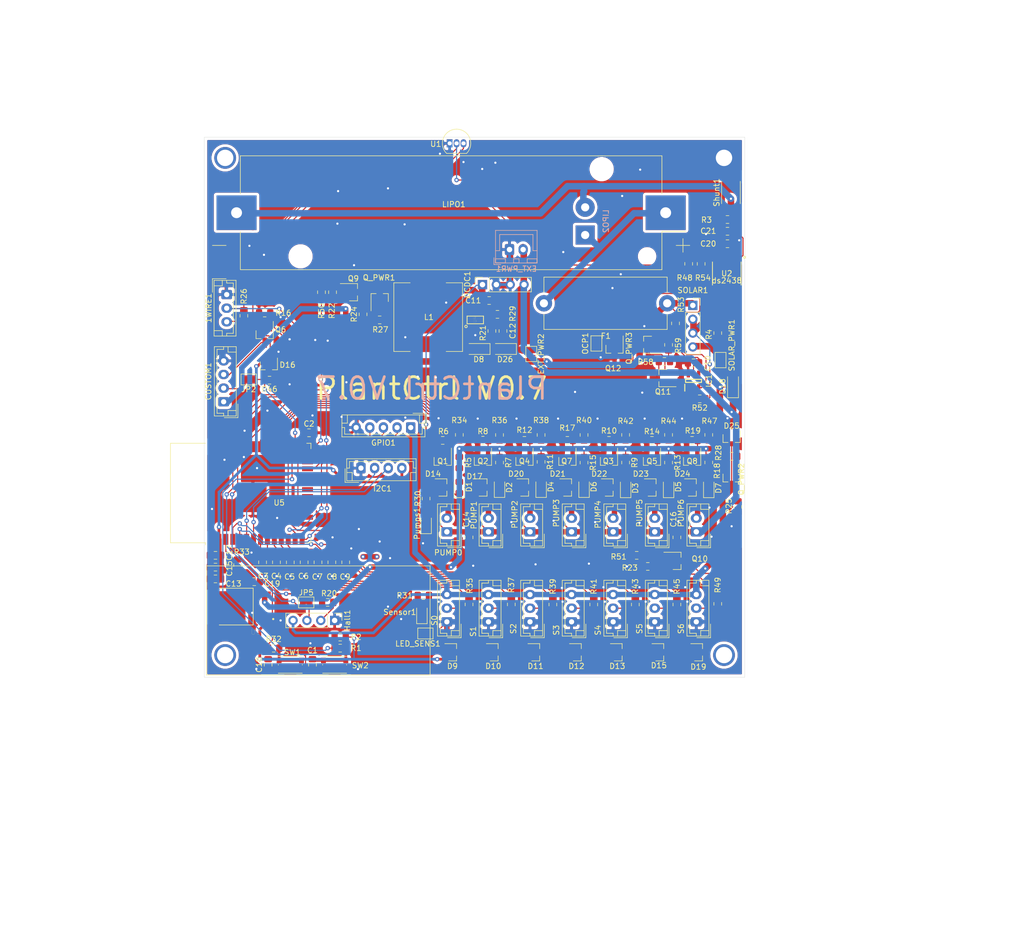
<source format=kicad_pcb>
(kicad_pcb (version 20171130) (host pcbnew 5.1.6-c6e7f7d~87~ubuntu18.04.1)
  (layers (0 F.Cu signal) (31 B.Cu signal) (34 B.Paste user) (35 F.Paste user) (36 B.SilkS user) (37 F.SilkS user) (38 B.Mask user) (39 F.Mask user) (44 Edge.Cuts user))
  (net 0 "")
  (net 1 PLANT1_PUMP)
  (net 2 PLANT2_PUMP)
  (net 3 PLANT3_PUMP)
  (net 4 PLANT4_PUMP)
  (net 5 PLANT5_PUMP)
  (net 6 PLANT6_PUMP)
  (net 7 GND)
  (net 8 PLANT6_MOIST)
  (net 9 PLANT5_MOIST)
  (net 10 PLANT4_MOIST)
  (net 11 PLANT3_MOIST)
  (net 12 PLANT2_MOIST)
  (net 13 PLANT1_MOIST)
  (net 14 PLANT_CTRL_PUMP_0)
  (net 15 PUMP_PWR)
  (net 16 PWR_PUMP_CONVERTER)
  (net 17 3_3V)
  (net 18 Temp)
  (net 19 PLANT0_PUMP)
  (net 20 CUSTOM_GPIO)
  (net 21 PWR_SENSORS)
  (net 22 PLANT0_MOIST)
  (net 23 "Net-(C1-Pad2)")
  (net 24 "Net-(R35-Pad1)")
  (net 25 PLANT_CTRL_PUMP_1)
  (net 26 "Net-(R37-Pad1)")
  (net 27 PLANT_CTRL_PUMP_2)
  (net 28 "Net-(R39-Pad1)")
  (net 29 PLANT_CTRL_PUMP_3)
  (net 30 "Net-(R41-Pad1)")
  (net 31 PLANT_CTRL_PUMP_4)
  (net 32 "Net-(R43-Pad1)")
  (net 33 PLANT_CTRL_PUMP_5)
  (net 34 "Net-(R45-Pad1)")
  (net 35 PLANT_CTRL_PUMP_6)
  (net 36 "Net-(R49-Pad1)")
  (net 37 PUMP_ENABLE)
  (net 38 SENSORS_ENABLE)
  (net 39 "Net-(C10-Pad2)")
  (net 40 VCC_BATT)
  (net 41 LIPO_OC)
  (net 42 "Net-(D8-Pad2)")
  (net 43 "Net-(Hall1-Pad3)")
  (net 44 "Net-(Hall1-Pad2)")
  (net 45 "Net-(IC1-Pad2)")
  (net 46 "Net-(JP5-Pad1)")
  (net 47 "Net-(R20-Pad2)")
  (net 48 "Net-(R21-Pad2)")
  (net 49 "Net-(D1-Pad2)")
  (net 50 "Net-(D2-Pad2)")
  (net 51 "Net-(D3-Pad2)")
  (net 52 "Net-(D4-Pad2)")
  (net 53 "Net-(D5-Pad2)")
  (net 54 "Net-(D6-Pad2)")
  (net 55 "Net-(D7-Pad2)")
  (net 56 "Net-(Pumps1-Pad2)")
  (net 57 "Net-(Q1-Pad1)")
  (net 58 "Net-(Q2-Pad1)")
  (net 59 "Net-(Q3-Pad1)")
  (net 60 "Net-(Q4-Pad1)")
  (net 61 "Net-(Q5-Pad1)")
  (net 62 "Net-(Q6-Pad1)")
  (net 63 "Net-(Q7-Pad1)")
  (net 64 "Net-(Q8-Pad1)")
  (net 65 "Net-(Q9-Pad3)")
  (net 66 "Net-(Q9-Pad1)")
  (net 67 "Net-(Q10-Pad3)")
  (net 68 "Net-(Q10-Pad1)")
  (net 69 "Net-(Q_PWR1-Pad1)")
  (net 70 "Net-(Q_PWR2-Pad1)")
  (net 71 "Net-(R31-Pad1)")
  (net 72 "Net-(C12-Pad1)")
  (net 73 "Net-(C19-Pad2)")
  (net 74 VCC)
  (net 75 "Net-(C18-Pad2)")
  (net 76 enable_all)
  (net 77 "Net-(Q_PWR3-Pad1)")
  (net 78 SOLAR_IN)
  (net 79 "Net-(C2-Pad2)")
  (net 80 "Net-(C20-Pad1)")
  (net 81 "Net-(D18-Pad2)")
  (net 82 VCC_BAT_FUSED)
  (net 83 "Net-(I2C1-Pad3)")
  (net 84 "Net-(I2C1-Pad2)")
  (net 85 "Net-(IC1-Pad1)")
  (net 86 SOLAR_GND)
  (net 87 Rsense-)
  (net 88 "Net-(R4-Pad1)")
  (net 89 "Net-(C21-Pad1)")
  (net 90 "Net-(CUSTOM1-Pad3)")
  (net 91 "Net-(CUSTOM1-Pad2)")
  (net 92 "Net-(GPIO1-Pad4)")
  (net 93 "Net-(GPIO1-Pad3)")
  (net 94 "Net-(GPIO1-Pad2)")
  (net 95 "Net-(LED_SENS1-Pad1)")
  (module Jumper:SolderJumper-2_P1.3mm_Bridged_Pad1.0x1.5mm (layer F.Cu) (at 264.795 81.534 90)
    (fp_text reference SOLAR_PWR1 (at 2.7178 2.0574 90) (layer F.SilkS))
    (fp_text value NC)
    (fp_poly (pts (xy -0.25 -0.3) (xy 0.25 -0.3) (xy 0.25 0.3) (xy -0.25 0.3)) (layer F.Cu) (width 0))
    (pad 2 smd rect (at 0.65 0 90) (size 1 1.5) (layers F.Cu F.Mask) (net 78 SOLAR_IN))
    (pad 1 smd rect (at -0.65 0 90) (size 1 1.5) (layers F.Cu F.Mask) (net 81 "Net-(D18-Pad2)"))
  )
  (module Connector_PinSocket_2.54mm:PinSocket_1x04_P2.54mm_Vertical (layer F.Cu) (at 259.715 71.501)
    (fp_text reference SOLAR1 (at 0 -2.77) (layer F.SilkS))
    (fp_text value Conn_01x04)
    (pad 4 thru_hole oval (at 0 7.62) (size 1.7 1.7) (drill 1) (layers *.Cu *.Mask) (net 78 SOLAR_IN))
    (pad 3 thru_hole oval (at 0 5.08) (size 1.7 1.7) (drill 1) (layers *.Cu *.Mask) (net 86 SOLAR_GND))
    (pad 2 thru_hole oval (at 0 2.54) (size 1.7 1.7) (drill 1) (layers *.Cu *.Mask) (net 86 SOLAR_GND))
    (pad 1 thru_hole rect (at 0 0) (size 1.7 1.7) (drill 1) (layers *.Cu *.Mask) (net 82 VCC_BAT_FUSED))
  )
  (module Jumper:SolderJumper-2_P1.3mm_Open_Pad1.0x1.5mm (layer F.Cu) (at 242.0366 78.486 270)
    (fp_text reference OCP1 (at 0 2.032 90) (layer F.SilkS))
    (fp_text value SolderJumper_2_Open)
    (pad 1 smd rect (at -0.65 0 270) (size 1 1.5) (layers F.Cu F.Mask) (net 86 SOLAR_GND))
    (pad 2 smd rect (at 0.65 0 270) (size 1 1.5) (layers F.Cu F.Mask) (net 7 GND))
  )
  (module Connector_Wire:SolderWirePad_1x02_P5.08mm_Drill1.5mm (layer B.Cu) (at 239.9792 58.5978 90)
    (fp_text reference LIPO2 (at 2.54 3.81 -90) (layer B.SilkS) (effects (justify mirror)))
    (fp_text value Conn_01x02_Female)
    (pad 2 thru_hole circle (at 5.08 0 90) (size 3.50012 3.50012) (drill 1.50114) (layers *.Cu *.Mask) (net 87 Rsense-))
    (pad 1 thru_hole rect (at 0 0 90) (size 3.50012 3.50012) (drill 1.50114) (layers *.Cu *.Mask) (net 40 VCC_BATT))
  )
  (module misc_footprints:BatteryHolder_Keystone_1042_1x18650 (layer F.Cu) (at 215.4066 54.5084 180)
    (fp_text reference LIPO1 (at -0.4934 1.524) (layer F.SilkS))
    (fp_text value Conn_01x02_Female)
    (pad 1 thru_hole rect (at -39.33 0 180) (size 7.34 6.35) (drill 2) (layers *.Cu *.Mask) (net 40 VCC_BATT))
    (pad 2 thru_hole rect (at 39.33 0 180) (size 7.34 6.35) (drill 2) (layers *.Cu *.Mask) (net 87 Rsense-))
    (pad "" np_thru_hole circle (at 27.6 -8 180) (size 3.45 3.45) (drill 3.45) (layers *.Cu *.Mask))
    (pad "" np_thru_hole circle (at -27.6 8 180) (size 3.45 3.45) (drill 3.45) (layers *.Cu *.Mask))
    (pad "" np_thru_hole circle (at -35.93 -8 180) (size 2.39 2.39) (drill 2.39) (layers *.Cu *.Mask))
  )
  (module Jumper:SolderJumper-2_P1.3mm_Bridged_Pad1.0x1.5mm (layer F.Cu) (at 210.693 131.6736)
    (fp_text reference LED_SENS1 (at -1.3716 1.8796) (layer F.SilkS))
    (fp_text value NC)
    (fp_poly (pts (xy -0.25 -0.3) (xy 0.25 -0.3) (xy 0.25 0.3) (xy -0.25 0.3)) (layer F.Cu) (width 0))
    (pad 2 smd rect (at 0.65 0) (size 1 1.5) (layers F.Cu F.Mask) (net 7 GND))
    (pad 1 smd rect (at -0.65 0) (size 1 1.5) (layers F.Cu F.Mask) (net 95 "Net-(LED_SENS1-Pad1)"))
  )
  (module Connector_JST:JST_EH_B5B-EH-A_1x05_P2.50mm_Vertical (layer F.Cu) (at 208.0006 93.9038 180)
    (fp_text reference GPIO1 (at 5 -2.8) (layer F.SilkS))
    (fp_text value Conn_01x05_Female)
    (pad 5 thru_hole oval (at 10 0 180) (size 1.7 1.95) (drill 0.95) (layers *.Cu *.Mask) (net 7 GND))
    (pad 4 thru_hole oval (at 7.5 0 180) (size 1.7 1.95) (drill 0.95) (layers *.Cu *.Mask) (net 92 "Net-(GPIO1-Pad4)"))
    (pad 3 thru_hole oval (at 5 0 180) (size 1.7 1.95) (drill 0.95) (layers *.Cu *.Mask) (net 93 "Net-(GPIO1-Pad3)"))
    (pad 2 thru_hole oval (at 2.5 0 180) (size 1.7 1.95) (drill 0.95) (layers *.Cu *.Mask) (net 94 "Net-(GPIO1-Pad2)"))
    (pad 1 thru_hole roundrect (at 0 0 180) (size 1.7 1.95) (drill 0.95) (layers *.Cu *.Mask) (roundrect_rratio 0.147059) (net 21 PWR_SENSORS))
  )
  (module Jumper:SolderJumper-2_P1.3mm_Open_Pad1.0x1.5mm (layer F.Cu) (at 230.0986 80.4164 270)
    (fp_text reference EXT_PWR2 (at 0 -1.8 90) (layer F.SilkS))
    (fp_text value SolderJumper_2_Open)
    (pad 1 smd rect (at -0.65 0 270) (size 1 1.5) (layers F.Cu F.Mask) (net 15 PUMP_PWR))
    (pad 2 smd rect (at 0.65 0 270) (size 1 1.5) (layers F.Cu F.Mask) (net 74 VCC))
  )
  (module Connector_JST:JST_XH_B2B-XH-A_1x02_P2.50mm_Vertical (layer B.Cu) (at 226.1108 61.2648)
    (fp_text reference EXT_PWR1 (at 1.25 3.55) (layer B.SilkS) (effects (justify mirror)))
    (fp_text value Conn_01x02)
    (pad 2 thru_hole oval (at 2.5 0) (size 1.7 2) (drill 1) (layers *.Cu *.Mask) (net 15 PUMP_PWR))
    (pad 1 thru_hole roundrect (at 0 0) (size 1.7 2) (drill 1) (layers *.Cu *.Mask) (roundrect_rratio 0.147059) (net 7 GND))
  )
  (module Connector_PinSocket_2.54mm:PinSocket_1x04_P2.54mm_Vertical (layer F.Cu) (at 221.1578 67.691 90)
    (fp_text reference DCDC1 (at 0 -2.77 90) (layer F.SilkS))
    (fp_text value Conn_01x04)
    (pad 4 thru_hole oval (at 0 7.62 90) (size 1.7 1.7) (drill 1) (layers *.Cu *.Mask) (net 15 PUMP_PWR))
    (pad 3 thru_hole oval (at 0 5.08 90) (size 1.7 1.7) (drill 1) (layers *.Cu *.Mask) (net 7 GND))
    (pad 2 thru_hole oval (at 0 2.54 90) (size 1.7 1.7) (drill 1) (layers *.Cu *.Mask) (net 7 GND))
    (pad 1 thru_hole rect (at 0 0 90) (size 1.7 1.7) (drill 1) (layers *.Cu *.Mask) (net 16 PWR_PUMP_CONVERTER))
  )
  (module Connector_JST:JST_EH_B4B-EH-A_1x04_P2.50mm_Vertical (layer F.Cu) (at 173.7106 89.1794 90)
    (fp_text reference CUSTOM1 (at 3.75 -2.8 90) (layer F.SilkS))
    (fp_text value Conn_01x04)
    (pad 4 thru_hole oval (at 7.5 0 90) (size 1.7 1.95) (drill 0.95) (layers *.Cu *.Mask) (net 7 GND))
    (pad 3 thru_hole oval (at 5 0 90) (size 1.7 1.95) (drill 0.95) (layers *.Cu *.Mask) (net 90 "Net-(CUSTOM1-Pad3)"))
    (pad 2 thru_hole oval (at 2.5 0 90) (size 1.7 1.95) (drill 0.95) (layers *.Cu *.Mask) (net 91 "Net-(CUSTOM1-Pad2)"))
    (pad 1 thru_hole roundrect (at 0 0 90) (size 1.7 1.95) (drill 0.95) (layers *.Cu *.Mask) (roundrect_rratio 0.147059) (net 74 VCC))
  )
  (module Connector_JST:JST_EH_B3B-EH-A_1x03_P2.50mm_Vertical (layer F.Cu) (at 174.2694 69.5198 270)
    (fp_text reference 1WIRE1 (at 2.4892 3.302 90) (layer F.SilkS))
    (fp_text value Conn_01x03)
    (pad 3 thru_hole oval (at 5 0 270) (size 1.7 1.95) (drill 0.95) (layers *.Cu *.Mask) (net 17 3_3V))
    (pad 2 thru_hole oval (at 2.5 0 270) (size 1.7 1.95) (drill 0.95) (layers *.Cu *.Mask) (net 18 Temp))
    (pad 1 thru_hole roundrect (at 0 0 270) (size 1.7 1.95) (drill 0.95) (layers *.Cu *.Mask) (roundrect_rratio 0.147059) (net 7 GND))
  )
  (module misc_footprints:ds2438az&plus_ (layer F.Cu) (at 265.938 65.659 270)
    (fp_text reference U2 (at 0 0 180) (layer F.SilkS))
    (fp_text value ds2438 (at 1.2954 0 180) (layer F.SilkS))
    (fp_text user * (at -2.97815 -3.5814 90) (layer F.SilkS))
    (fp_text user * (at -2.97815 -3.5814 90) (layer F.SilkS))
    (pad 8 smd rect (at 2.72415 -1.905 270) (size 1.4605 0.5334) (layers F.Cu F.Paste F.Mask) (net 18 Temp))
    (pad 7 smd rect (at 2.72415 -0.635 270) (size 1.4605 0.5334) (layers F.Cu F.Paste F.Mask))
    (pad 6 smd rect (at 2.72415 0.635 270) (size 1.4605 0.5334) (layers F.Cu F.Paste F.Mask))
    (pad 5 smd rect (at 2.72415 1.905 270) (size 1.4605 0.5334) (layers F.Cu F.Paste F.Mask) (net 74 VCC))
    (pad 4 smd rect (at -2.72415 1.905 270) (size 1.4605 0.5334) (layers F.Cu F.Paste F.Mask) (net 89 "Net-(C21-Pad1)"))
    (pad 3 smd rect (at -2.72415 0.635 270) (size 1.4605 0.5334) (layers F.Cu F.Paste F.Mask) (net 80 "Net-(C20-Pad1)"))
    (pad 2 smd rect (at -2.72415 -0.635 270) (size 1.4605 0.5334) (layers F.Cu F.Paste F.Mask) (net 7 GND))
    (pad 1 smd rect (at -2.72415 -1.905 270) (size 1.4605 0.5334) (layers F.Cu F.Paste F.Mask) (net 87 Rsense-))
  )
  (module Resistor_SMD:R_0805_2012Metric_Pad1.15x1.40mm_HandSolder (layer F.Cu) (at 261.239 63.89 90)
    (fp_text reference R54 (at -2.5564 0.3302 180) (layer F.SilkS))
    (fp_text value 100k)
    (pad 2 smd roundrect (at 1.025 0 90) (size 1.15 1.4) (layers F.Cu F.Paste F.Mask) (roundrect_rratio 0.217391) (net 89 "Net-(C21-Pad1)"))
    (pad 1 smd roundrect (at -1.025 0 90) (size 1.15 1.4) (layers F.Cu F.Paste F.Mask) (roundrect_rratio 0.217391) (net 88 "Net-(R4-Pad1)"))
  )
  (module Capacitor_SMD:C_0805_2012Metric_Pad1.15x1.40mm_HandSolder (layer F.Cu) (at 266.065 57.912)
    (fp_text reference C21 (at -3.5052 -0.0508) (layer F.SilkS))
    (fp_text value 100n)
    (pad 2 smd roundrect (at 1.025 0) (size 1.15 1.4) (layers F.Cu F.Paste F.Mask) (roundrect_rratio 0.217391) (net 87 Rsense-))
    (pad 1 smd roundrect (at -1.025 0) (size 1.15 1.4) (layers F.Cu F.Paste F.Mask) (roundrect_rratio 0.217391) (net 89 "Net-(C21-Pad1)"))
  )
  (module Resistor_SMD:R_2512_6332Metric (layer F.Cu) (at 266.7 50.8 90)
    (fp_text reference Shunt1 (at 0 -2.62 90) (layer F.SilkS))
    (fp_text value 0.100)
    (pad 2 smd roundrect (at 2.9 0 90) (size 1.35 3.35) (layers F.Cu F.Paste F.Mask) (roundrect_rratio 0.185185) (net 7 GND))
    (pad 1 smd roundrect (at -2.9 0 90) (size 1.35 3.35) (layers F.Cu F.Paste F.Mask) (roundrect_rratio 0.185185) (net 87 Rsense-))
  )
  (module Resistor_SMD:R_0805_2012Metric_Pad1.15x1.40mm_HandSolder (layer F.Cu) (at 258.953 63.881 270)
    (fp_text reference R48 (at 2.5654 0.7366 180) (layer F.SilkS))
    (fp_text value 10k)
    (pad 2 smd roundrect (at 1.025 0 270) (size 1.15 1.4) (layers F.Cu F.Paste F.Mask) (roundrect_rratio 0.217391) (net 88 "Net-(R4-Pad1)"))
    (pad 1 smd roundrect (at -1.025 0 270) (size 1.15 1.4) (layers F.Cu F.Paste F.Mask) (roundrect_rratio 0.217391) (net 7 GND))
  )
  (module Resistor_SMD:R_0805_2012Metric_Pad1.15x1.40mm_HandSolder (layer F.Cu) (at 264.287 76.581 270)
    (fp_text reference R4 (at 0.254 1.6256 90) (layer F.SilkS))
    (fp_text value 10k)
    (pad 2 smd roundrect (at 1.025 0 270) (size 1.15 1.4) (layers F.Cu F.Paste F.Mask) (roundrect_rratio 0.217391) (net 78 SOLAR_IN))
    (pad 1 smd roundrect (at -1.025 0 270) (size 1.15 1.4) (layers F.Cu F.Paste F.Mask) (roundrect_rratio 0.217391) (net 88 "Net-(R4-Pad1)"))
  )
  (module Resistor_SMD:R_0805_2012Metric_Pad1.15x1.40mm_HandSolder (layer F.Cu) (at 266.065 55.753 180)
    (fp_text reference R3 (at 3.8354 -0.0762) (layer F.SilkS))
    (fp_text value 100k)
    (pad 2 smd roundrect (at 1.025 0 180) (size 1.15 1.4) (layers F.Cu F.Paste F.Mask) (roundrect_rratio 0.217391) (net 80 "Net-(C20-Pad1)"))
    (pad 1 smd roundrect (at -1.025 0 180) (size 1.15 1.4) (layers F.Cu F.Paste F.Mask) (roundrect_rratio 0.217391) (net 87 Rsense-))
  )
  (module Connector_JST:JST_EH_B4B-EH-A_1x04_P2.50mm_Vertical (layer F.Cu) (at 198.882 101.346)
    (fp_text reference I2C1 (at 3.937 3.7592) (layer F.SilkS))
    (fp_text value Conn_01x04_Female)
    (pad 4 thru_hole oval (at 7.5 0) (size 1.7 1.95) (drill 0.95) (layers *.Cu *.Mask) (net 17 3_3V))
    (pad 3 thru_hole oval (at 5 0) (size 1.7 1.95) (drill 0.95) (layers *.Cu *.Mask) (net 83 "Net-(I2C1-Pad3)"))
    (pad 2 thru_hole oval (at 2.5 0) (size 1.7 1.95) (drill 0.95) (layers *.Cu *.Mask) (net 84 "Net-(I2C1-Pad2)"))
    (pad 1 thru_hole roundrect (at 0 0) (size 1.7 1.95) (drill 0.95) (layers *.Cu *.Mask) (roundrect_rratio 0.147059) (net 7 GND))
  )
  (module Diode_SMD:D_SOD-123F (layer F.Cu) (at 267.081 86.233 90)
    (fp_text reference D18 (at -0.127 -1.905 90) (layer F.SilkS))
    (fp_text value "40V >2A")
    (pad 2 smd rect (at 1.4 0 90) (size 1.1 1.1) (layers F.Cu F.Paste F.Mask) (net 81 "Net-(D18-Pad2)"))
    (pad 1 smd rect (at -1.4 0 90) (size 1.1 1.1) (layers F.Cu F.Paste F.Mask) (net 15 PUMP_PWR))
  )
  (module Capacitor_SMD:C_0805_2012Metric_Pad1.15x1.40mm_HandSolder (layer F.Cu) (at 266.065 60.198)
    (fp_text reference C20 (at -3.5306 0) (layer F.SilkS))
    (fp_text value 100n)
    (pad 2 smd roundrect (at 1.025 0) (size 1.15 1.4) (layers F.Cu F.Paste F.Mask) (roundrect_rratio 0.217391) (net 7 GND))
    (pad 1 smd roundrect (at -1.025 0) (size 1.15 1.4) (layers F.Cu F.Paste F.Mask) (roundrect_rratio 0.217391) (net 80 "Net-(C20-Pad1)"))
  )
  (module Jumper:SolderJumper-2_P1.3mm_Bridged_Pad1.0x1.5mm (layer F.Cu) (at 188.849 125.984)
    (fp_text reference JP5 (at 0 -1.8) (layer F.SilkS))
    (fp_text value NC)
    (fp_poly (pts (xy -0.25 -0.3) (xy 0.25 -0.3) (xy 0.25 0.3) (xy -0.25 0.3)) (layer F.Cu) (width 0))
    (pad 2 smd rect (at 0.65 0) (size 1 1.5) (layers F.Cu F.Mask) (net 43 "Net-(Hall1-Pad3)"))
    (pad 1 smd rect (at -0.65 0) (size 1 1.5) (layers F.Cu F.Mask) (net 46 "Net-(JP5-Pad1)"))
  )
  (module Package_TO_SOT_SMD:SOT-23_Handsoldering (layer F.Cu) (at 266.827 103.124 270)
    (fp_text reference Q_PWR2 (at 0.254 -1.778 90) (layer F.SilkS))
    (fp_text value "P-channel 50v 4A")
    (pad 3 smd rect (at 1.5 0 270) (size 1.9 0.8) (layers F.Cu F.Paste F.Mask) (net 21 PWR_SENSORS))
    (pad 2 smd rect (at -1.5 0.95 270) (size 1.9 0.8) (layers F.Cu F.Paste F.Mask) (net 74 VCC))
    (pad 1 smd rect (at -1.5 -0.95 270) (size 1.9 0.8) (layers F.Cu F.Paste F.Mask) (net 70 "Net-(Q_PWR2-Pad1)"))
  )
  (module misc_footprints:SOT-23-6 (layer F.Cu) (at 219.837 74.168 90)
    (fp_text reference U4 (at 0.076237 -0.079439 270) (layer F.SilkS) (effects (font (size 0.600291 0.600291) (thickness 0.015))))
    (fp_text value SX1308)
    (pad 5 smd rect (at 1.35 0 90) (size 1 0.55) (layers F.Cu F.Paste F.Mask) (net 16 PWR_PUMP_CONVERTER))
    (pad 6 smd rect (at 1.35 -0.95 90) (size 1 0.55) (layers F.Cu F.Paste F.Mask))
    (pad 4 smd rect (at 1.35 0.95 90) (size 1 0.55) (layers F.Cu F.Paste F.Mask) (net 16 PWR_PUMP_CONVERTER))
    (pad 3 smd rect (at -1.35 0.95 90) (size 1 0.55) (layers F.Cu F.Paste F.Mask) (net 48 "Net-(R21-Pad2)"))
    (pad 1 smd rect (at -1.35 -0.95 90) (size 1 0.55) (layers F.Cu F.Paste F.Mask) (net 42 "Net-(D8-Pad2)"))
    (pad 2 smd rect (at -1.35 0 90) (size 1 0.55) (layers F.Cu F.Paste F.Mask) (net 7 GND))
  )
  (module ESP32:DPAK457P991X255-3N (layer F.Cu) (at 176.784 126.746 180)
    (fp_text reference U3 (at -2.825 -4.635) (layer F.SilkS) (effects (font (thickness 0.015))))
    (fp_text value LP38690DT-3.3)
    (pad 4 smd rect (at 2.32 0 180) (size 6.49 5.63) (layers F.Cu F.Mask) (net 7 GND))
    (pad 3 smd rect (at -4.45 2.285 180) (size 2.22 0.96) (layers F.Cu F.Paste F.Mask) (net 74 VCC))
    (pad 1 smd rect (at -4.45 -2.285 180) (size 2.22 0.96) (layers F.Cu F.Paste F.Mask) (net 17 3_3V))
  )
  (module Resistor_SMD:R_0805_2012Metric_Pad1.15x1.40mm_HandSolder (layer F.Cu) (at 256.54 74.803 270)
    (fp_text reference R53 (at -3.429 -1.016 90) (layer F.SilkS))
    (fp_text value 100)
    (pad 2 smd roundrect (at 1.025 0 270) (size 1.15 1.4) (layers F.Cu F.Paste F.Mask) (roundrect_rratio 0.217391) (net 39 "Net-(C10-Pad2)"))
    (pad 1 smd roundrect (at -1.025 0 270) (size 1.15 1.4) (layers F.Cu F.Paste F.Mask) (roundrect_rratio 0.217391) (net 82 VCC_BAT_FUSED))
  )
  (module Resistor_SMD:R_0805_2012Metric_Pad1.15x1.40mm_HandSolder (layer F.Cu) (at 260.985 88.646 180)
    (fp_text reference R52 (at 0 -1.65) (layer F.SilkS))
    (fp_text value 1k)
    (pad 2 smd roundrect (at 1.025 0 180) (size 1.15 1.4) (layers F.Cu F.Paste F.Mask) (roundrect_rratio 0.217391) (net 45 "Net-(IC1-Pad2)"))
    (pad 1 smd roundrect (at -1.025 0 180) (size 1.15 1.4) (layers F.Cu F.Paste F.Mask) (roundrect_rratio 0.217391) (net 86 SOLAR_GND))
  )
  (module Resistor_SMD:R_0805_2012Metric_Pad1.15x1.40mm_HandSolder (layer F.Cu) (at 249.428 117.348 180)
    (fp_text reference R51 (at 3.302 -0.254) (layer F.SilkS))
    (fp_text value 1k)
    (pad 2 smd roundrect (at 1.025 0 180) (size 1.15 1.4) (layers F.Cu F.Paste F.Mask) (roundrect_rratio 0.217391) (net 38 SENSORS_ENABLE))
    (pad 1 smd roundrect (at -1.025 0 180) (size 1.15 1.4) (layers F.Cu F.Paste F.Mask) (roundrect_rratio 0.217391) (net 68 "Net-(Q10-Pad1)"))
  )
  (module Resistor_SMD:R_0805_2012Metric_Pad1.15x1.40mm_HandSolder (layer F.Cu) (at 191.643 69.088 270)
    (fp_text reference R50 (at 3.429 0 90) (layer F.SilkS))
    (fp_text value 1k)
    (pad 2 smd roundrect (at 1.025 0 270) (size 1.15 1.4) (layers F.Cu F.Paste F.Mask) (roundrect_rratio 0.217391) (net 37 PUMP_ENABLE))
    (pad 1 smd roundrect (at -1.025 0 270) (size 1.15 1.4) (layers F.Cu F.Paste F.Mask) (roundrect_rratio 0.217391) (net 66 "Net-(Q9-Pad1)"))
  )
  (module Resistor_SMD:R_0805_2012Metric_Pad1.15x1.40mm_HandSolder (layer F.Cu) (at 182.118 85.217 180)
    (fp_text reference R46 (at 0 -1.65) (layer F.SilkS))
    (fp_text value 1k)
    (pad 2 smd roundrect (at 1.025 0 180) (size 1.15 1.4) (layers F.Cu F.Paste F.Mask) (roundrect_rratio 0.217391) (net 20 CUSTOM_GPIO))
    (pad 1 smd roundrect (at -1.025 0 180) (size 1.15 1.4) (layers F.Cu F.Paste F.Mask) (roundrect_rratio 0.217391) (net 62 "Net-(Q6-Pad1)"))
  )
  (module Resistor_SMD:R_0805_2012Metric_Pad1.15x1.40mm_HandSolder (layer F.Cu) (at 223.901 73.152)
    (fp_text reference R29 (at 2.794 -0.127 90) (layer F.SilkS))
    (fp_text value 1k)
    (pad 2 smd roundrect (at 1.025 0) (size 1.15 1.4) (layers F.Cu F.Paste F.Mask) (roundrect_rratio 0.217391) (net 7 GND))
    (pad 1 smd roundrect (at -1.025 0) (size 1.15 1.4) (layers F.Cu F.Paste F.Mask) (roundrect_rratio 0.217391) (net 48 "Net-(R21-Pad2)"))
  )
  (module Resistor_SMD:R_0805_2012Metric_Pad1.15x1.40mm_HandSolder (layer F.Cu) (at 266.827 99.187 180)
    (fp_text reference R28 (at 2.413 0.635 90) (layer F.SilkS))
    (fp_text value 10k)
    (pad 2 smd roundrect (at 1.025 0 180) (size 1.15 1.4) (layers F.Cu F.Paste F.Mask) (roundrect_rratio 0.217391) (net 74 VCC))
    (pad 1 smd roundrect (at -1.025 0 180) (size 1.15 1.4) (layers F.Cu F.Paste F.Mask) (roundrect_rratio 0.217391) (net 70 "Net-(Q_PWR2-Pad1)"))
  )
  (module Resistor_SMD:R_0805_2012Metric_Pad1.15x1.40mm_HandSolder (layer F.Cu) (at 202.311 74.168)
    (fp_text reference R27 (at 0.127 1.778) (layer F.SilkS))
    (fp_text value 10k)
    (pad 2 smd roundrect (at 1.025 0) (size 1.15 1.4) (layers F.Cu F.Paste F.Mask) (roundrect_rratio 0.217391) (net 74 VCC))
    (pad 1 smd roundrect (at -1.025 0) (size 1.15 1.4) (layers F.Cu F.Paste F.Mask) (roundrect_rratio 0.217391) (net 69 "Net-(Q_PWR1-Pad1)"))
  )
  (module Resistor_SMD:R_0805_2012Metric_Pad1.15x1.40mm_HandSolder (layer F.Cu) (at 177.419 73.406 270)
    (fp_text reference R26 (at -3.556 0 90) (layer F.SilkS))
    (fp_text value 4k7)
    (pad 2 smd roundrect (at 1.025 0 270) (size 1.15 1.4) (layers F.Cu F.Paste F.Mask) (roundrect_rratio 0.217391) (net 17 3_3V))
    (pad 1 smd roundrect (at -1.025 0 270) (size 1.15 1.4) (layers F.Cu F.Paste F.Mask) (roundrect_rratio 0.217391) (net 18 Temp))
  )
  (module Resistor_SMD:R_0805_2012Metric_Pad1.15x1.40mm_HandSolder (layer F.Cu) (at 267.97 108.458 270)
    (fp_text reference R25 (at -0.127 1.651 90) (layer F.SilkS))
    (fp_text value 10k)
    (pad 2 smd roundrect (at 1.025 0 270) (size 1.15 1.4) (layers F.Cu F.Paste F.Mask) (roundrect_rratio 0.217391) (net 67 "Net-(Q10-Pad3)"))
    (pad 1 smd roundrect (at -1.025 0 270) (size 1.15 1.4) (layers F.Cu F.Paste F.Mask) (roundrect_rratio 0.217391) (net 70 "Net-(Q_PWR2-Pad1)"))
  )
  (module Resistor_SMD:R_0805_2012Metric_Pad1.15x1.40mm_HandSolder (layer F.Cu) (at 199.263 73.143 90)
    (fp_text reference R24 (at 0 -1.65 90) (layer F.SilkS))
    (fp_text value 10k)
    (pad 2 smd roundrect (at 1.025 0 90) (size 1.15 1.4) (layers F.Cu F.Paste F.Mask) (roundrect_rratio 0.217391) (net 65 "Net-(Q9-Pad3)"))
    (pad 1 smd roundrect (at -1.025 0 90) (size 1.15 1.4) (layers F.Cu F.Paste F.Mask) (roundrect_rratio 0.217391) (net 69 "Net-(Q_PWR1-Pad1)"))
  )
  (module Resistor_SMD:R_0805_2012Metric_Pad1.15x1.40mm_HandSolder (layer F.Cu) (at 251.46 119.38)
    (fp_text reference R23 (at -3.302 0.254) (layer F.SilkS))
    (fp_text value 10k)
    (pad 2 smd roundrect (at 1.025 0) (size 1.15 1.4) (layers F.Cu F.Paste F.Mask) (roundrect_rratio 0.217391) (net 7 GND))
    (pad 1 smd roundrect (at -1.025 0) (size 1.15 1.4) (layers F.Cu F.Paste F.Mask) (roundrect_rratio 0.217391) (net 68 "Net-(Q10-Pad1)"))
  )
  (module Resistor_SMD:R_0805_2012Metric_Pad1.15x1.40mm_HandSolder (layer F.Cu) (at 193.675 69.088 270)
    (fp_text reference R22 (at 3.429 0.127 90) (layer F.SilkS))
    (fp_text value 10k)
    (pad 2 smd roundrect (at 1.025 0 270) (size 1.15 1.4) (layers F.Cu F.Paste F.Mask) (roundrect_rratio 0.217391) (net 7 GND))
    (pad 1 smd roundrect (at -1.025 0 270) (size 1.15 1.4) (layers F.Cu F.Paste F.Mask) (roundrect_rratio 0.217391) (net 66 "Net-(Q9-Pad1)"))
  )
  (module Resistor_SMD:R_0805_2012Metric_Pad1.15x1.40mm_HandSolder (layer F.Cu) (at 222.885 76.2 90)
    (fp_text reference R21 (at -0.381 -1.65 90) (layer F.SilkS))
    (fp_text value 19k-19.5K)
    (pad 2 smd roundrect (at 1.025 0 90) (size 1.15 1.4) (layers F.Cu F.Paste F.Mask) (roundrect_rratio 0.217391) (net 48 "Net-(R21-Pad2)"))
    (pad 1 smd roundrect (at -1.025 0 90) (size 1.15 1.4) (layers F.Cu F.Paste F.Mask) (roundrect_rratio 0.217391) (net 72 "Net-(C12-Pad1)"))
  )
  (module Resistor_SMD:R_0805_2012Metric_Pad1.15x1.40mm_HandSolder (layer F.Cu) (at 192.786 125.984 180)
    (fp_text reference R20 (at -0.254 1.651) (layer F.SilkS))
    (fp_text value 10k)
    (pad 2 smd roundrect (at 1.025 0 180) (size 1.15 1.4) (layers F.Cu F.Paste F.Mask) (roundrect_rratio 0.217391) (net 47 "Net-(R20-Pad2)"))
    (pad 1 smd roundrect (at -1.025 0 180) (size 1.15 1.4) (layers F.Cu F.Paste F.Mask) (roundrect_rratio 0.217391) (net 44 "Net-(Hall1-Pad2)"))
  )
  (module Resistor_SMD:R_0805_2012Metric_Pad1.15x1.40mm_HandSolder (layer F.Cu) (at 181.229 72.898 180)
    (fp_text reference R16 (at -3.429 0) (layer F.SilkS))
    (fp_text value 10k)
    (pad 2 smd roundrect (at 1.025 0 180) (size 1.15 1.4) (layers F.Cu F.Paste F.Mask) (roundrect_rratio 0.217391) (net 7 GND))
    (pad 1 smd roundrect (at -1.025 0 180) (size 1.15 1.4) (layers F.Cu F.Paste F.Mask) (roundrect_rratio 0.217391) (net 62 "Net-(Q6-Pad1)"))
  )
  (module Package_TO_SOT_SMD:SOT-23_Handsoldering (layer F.Cu) (at 202.311 70.104 90)
    (fp_text reference Q_PWR1 (at 3.683 -0.127 180) (layer F.SilkS))
    (fp_text value "P-channel 50v 4A")
    (pad 3 smd rect (at 1.5 0 90) (size 1.9 0.8) (layers F.Cu F.Paste F.Mask) (net 16 PWR_PUMP_CONVERTER))
    (pad 2 smd rect (at -1.5 0.95 90) (size 1.9 0.8) (layers F.Cu F.Paste F.Mask) (net 74 VCC))
    (pad 1 smd rect (at -1.5 -0.95 90) (size 1.9 0.8) (layers F.Cu F.Paste F.Mask) (net 69 "Net-(Q_PWR1-Pad1)"))
  )
  (module Package_TO_SOT_SMD:SOT-23_Handsoldering (layer F.Cu) (at 245.364 79.502 270)
    (fp_text reference Q12 (at 3.556 0.254 180) (layer F.SilkS))
    (fp_text value "N-channel 30V 5A")
    (pad 3 smd rect (at 1.5 0 270) (size 1.9 0.8) (layers F.Cu F.Paste F.Mask) (net 7 GND))
    (pad 2 smd rect (at -1.5 0.95 270) (size 1.9 0.8) (layers F.Cu F.Paste F.Mask) (net 86 SOLAR_GND))
    (pad 1 smd rect (at -1.5 -0.95 270) (size 1.9 0.8) (layers F.Cu F.Paste F.Mask) (net 41 LIPO_OC))
  )
  (module Package_TO_SOT_SMD:SOT-23_Handsoldering (layer F.Cu) (at 254.254 84.836 180)
    (fp_text reference Q11 (at 0 -2.5) (layer F.SilkS))
    (fp_text value "N-channel 30V 5A")
    (pad 3 smd rect (at 1.5 0 180) (size 1.9 0.8) (layers F.Cu F.Paste F.Mask) (net 76 enable_all))
    (pad 2 smd rect (at -1.5 0.95 180) (size 1.9 0.8) (layers F.Cu F.Paste F.Mask) (net 7 GND))
    (pad 1 smd rect (at -1.5 -0.95 180) (size 1.9 0.8) (layers F.Cu F.Paste F.Mask) (net 85 "Net-(IC1-Pad1)"))
  )
  (module Package_TO_SOT_SMD:SOT-23_Handsoldering (layer F.Cu) (at 256.794 118.364)
    (fp_text reference Q10 (at 4.191 -0.381) (layer F.SilkS))
    (fp_text value "N-channel 30V 5A")
    (pad 3 smd rect (at 1.5 0) (size 1.9 0.8) (layers F.Cu F.Paste F.Mask) (net 67 "Net-(Q10-Pad3)"))
    (pad 2 smd rect (at -1.5 0.95) (size 1.9 0.8) (layers F.Cu F.Paste F.Mask) (net 7 GND))
    (pad 1 smd rect (at -1.5 -0.95) (size 1.9 0.8) (layers F.Cu F.Paste F.Mask) (net 68 "Net-(Q10-Pad1)"))
  )
  (module Package_TO_SOT_SMD:SOT-23_Handsoldering (layer F.Cu) (at 197.485 69.088)
    (fp_text reference Q9 (at 0 -2.5) (layer F.SilkS))
    (fp_text value "N-channel 30V 5A")
    (pad 3 smd rect (at 1.5 0) (size 1.9 0.8) (layers F.Cu F.Paste F.Mask) (net 65 "Net-(Q9-Pad3)"))
    (pad 2 smd rect (at -1.5 0.95) (size 1.9 0.8) (layers F.Cu F.Paste F.Mask) (net 7 GND))
    (pad 1 smd rect (at -1.5 -0.95) (size 1.9 0.8) (layers F.Cu F.Paste F.Mask) (net 66 "Net-(Q9-Pad1)"))
  )
  (module Package_TO_SOT_SMD:SOT-23_Handsoldering (layer F.Cu) (at 181.229 76.835 270)
    (fp_text reference Q6 (at -0.889 -2.921 180) (layer F.SilkS))
    (fp_text value "N-channel 30V 5A")
    (pad 3 smd rect (at 1.5 0 270) (size 1.9 0.8) (layers F.Cu F.Paste F.Mask) (net 90 "Net-(CUSTOM1-Pad3)"))
    (pad 2 smd rect (at -1.5 0.95 270) (size 1.9 0.8) (layers F.Cu F.Paste F.Mask) (net 7 GND))
    (pad 1 smd rect (at -1.5 -0.95 270) (size 1.9 0.8) (layers F.Cu F.Paste F.Mask) (net 62 "Net-(Q6-Pad1)"))
  )
  (module Inductor_SMD:L_12x12mm_H4.5mm (layer F.Cu) (at 211.201 73.66 270)
    (fp_text reference L1 (at 0 -0.127 180) (layer F.SilkS))
    (fp_text value "4A 5-22uH min DCR")
    (pad 2 smd rect (at 4.95 0 270) (size 2.9 5.4) (layers F.Cu F.Paste F.Mask) (net 42 "Net-(D8-Pad2)"))
    (pad 1 smd rect (at -4.95 0 270) (size 2.9 5.4) (layers F.Cu F.Paste F.Mask) (net 16 PWR_PUMP_CONVERTER))
  )
  (module Jumper:SolderJumper-2_P1.3mm_Open_Pad1.0x1.5mm (layer F.Cu) (at 178.308 85.09 180)
    (fp_text reference JP2 (at 0 -1.8) (layer F.SilkS))
    (fp_text value SolderJumper_2_Open)
    (pad 1 smd rect (at -0.65 0 180) (size 1 1.5) (layers F.Cu F.Mask) (net 20 CUSTOM_GPIO))
    (pad 2 smd rect (at 0.65 0 180) (size 1 1.5) (layers F.Cu F.Mask) (net 91 "Net-(CUSTOM1-Pad2)"))
  )
  (module misc_footprints:SOT95P280X135-6N (layer F.Cu) (at 259.842 85.344 90)
    (fp_text reference IC1 (at 0 2.8448 90) (layer F.SilkS))
    (fp_text value DW01)
    (pad 6 smd rect (at 1.25 -0.95 90) (size 1.25 0.6) (layers F.Cu F.Paste F.Mask) (net 7 GND))
    (pad 5 smd rect (at 1.25 0 90) (size 1.25 0.6) (layers F.Cu F.Paste F.Mask) (net 39 "Net-(C10-Pad2)"))
    (pad 4 smd rect (at 1.25 0.95 90) (size 1.25 0.6) (layers F.Cu F.Paste F.Mask))
    (pad 3 smd rect (at -1.25 0.95 90) (size 1.25 0.6) (layers F.Cu F.Paste F.Mask) (net 41 LIPO_OC))
    (pad 2 smd rect (at -1.25 0 90) (size 1.25 0.6) (layers F.Cu F.Paste F.Mask) (net 45 "Net-(IC1-Pad2)"))
    (pad 1 smd rect (at -1.25 -0.95 90) (size 1.25 0.6) (layers F.Cu F.Paste F.Mask) (net 85 "Net-(IC1-Pad1)"))
  )
  (module ESP32:SR04M-2PinHeader_1x04_P2.54mm_Vertical (layer F.Cu) (at 194.056 129.286 270)
    (fp_text reference Hall1 (at 0 -2.33 90) (layer F.SilkS))
    (fp_text value Conn_01x04)
    (pad 4 thru_hole oval (at 0 7.62 270) (size 1.7 1.7) (drill 1) (layers *.Cu *.Mask) (net 21 PWR_SENSORS))
    (pad 3 thru_hole oval (at 0 5.08 270) (size 1.7 1.7) (drill 1) (layers *.Cu *.Mask) (net 43 "Net-(Hall1-Pad3)"))
    (pad 2 thru_hole oval (at 0 2.54 270) (size 1.7 1.7) (drill 1) (layers *.Cu *.Mask) (net 44 "Net-(Hall1-Pad2)"))
    (pad 1 thru_hole rect (at 0 0 270) (size 1.7 1.7) (drill 1) (layers *.Cu *.Mask) (net 7 GND))
  )
  (module Diode_SMD:D_SOD-123F (layer F.Cu) (at 225.171 79.502 180)
    (fp_text reference D26 (at -0.127 -1.905) (layer F.SilkS))
    (fp_text value "40V >2A")
    (pad 2 smd rect (at 1.4 0 180) (size 1.1 1.1) (layers F.Cu F.Paste F.Mask) (net 72 "Net-(C12-Pad1)"))
    (pad 1 smd rect (at -1.4 0 180) (size 1.1 1.1) (layers F.Cu F.Paste F.Mask) (net 15 PUMP_PWR))
  )
  (module Package_TO_SOT_SMD:SOT-23 (layer F.Cu) (at 266.827 95.885 270)
    (fp_text reference D25 (at -2.286 0 180) (layer F.SilkS))
    (fp_text value BAS40-04)
    (pad 3 smd rect (at 1 0 270) (size 0.9 0.8) (layers F.Cu F.Paste F.Mask) (net 21 PWR_SENSORS))
    (pad 2 smd rect (at -1 0.95 270) (size 0.9 0.8) (layers F.Cu F.Paste F.Mask) (net 74 VCC))
    (pad 1 smd rect (at -1 -0.95 270) (size 0.9 0.8) (layers F.Cu F.Paste F.Mask) (net 7 GND))
  )
  (module Package_TO_SOT_SMD:SOT-23 (layer F.Cu) (at 181.991 82.55 270)
    (fp_text reference D16 (at -0.127 -3.429 180) (layer F.SilkS))
    (fp_text value BAS40-04)
    (pad 3 smd rect (at 1 0 270) (size 0.9 0.8) (layers F.Cu F.Paste F.Mask) (net 20 CUSTOM_GPIO))
    (pad 2 smd rect (at -1 0.95 270) (size 0.9 0.8) (layers F.Cu F.Paste F.Mask) (net 17 3_3V))
    (pad 1 smd rect (at -1 -0.95 270) (size 0.9 0.8) (layers F.Cu F.Paste F.Mask) (net 7 GND))
  )
  (module Diode_SMD:D_SOD-123F (layer F.Cu) (at 220.345 79.502 180)
    (fp_text reference D8 (at -0.127 -1.905) (layer F.SilkS))
    (fp_text value "40V >2A")
    (pad 2 smd rect (at 1.4 0 180) (size 1.1 1.1) (layers F.Cu F.Paste F.Mask) (net 42 "Net-(D8-Pad2)"))
    (pad 1 smd rect (at -1.4 0 180) (size 1.1 1.1) (layers F.Cu F.Paste F.Mask) (net 72 "Net-(C12-Pad1)"))
  )
  (module Capacitor_SMD:C_0805_2012Metric_Pad1.15x1.40mm_HandSolder (layer F.Cu) (at 172.212 121.666 180)
    (fp_text reference C13 (at -3.302 -0.889 180) (layer F.SilkS))
    (fp_text value 22uf)
    (pad 2 smd roundrect (at 1.025 0 180) (size 1.15 1.4) (layers F.Cu F.Paste F.Mask) (roundrect_rratio 0.217391) (net 7 GND))
    (pad 1 smd roundrect (at -1.025 0 180) (size 1.15 1.4) (layers F.Cu F.Paste F.Mask) (roundrect_rratio 0.217391) (net 17 3_3V))
  )
  (module Capacitor_SMD:C_0805_2012Metric_Pad1.15x1.40mm_HandSolder (layer F.Cu) (at 224.917 76.2 90)
    (fp_text reference C12 (at 0 1.778 90) (layer F.SilkS))
    (fp_text value 22uf)
    (pad 2 smd roundrect (at 1.025 0 90) (size 1.15 1.4) (layers F.Cu F.Paste F.Mask) (roundrect_rratio 0.217391) (net 7 GND))
    (pad 1 smd roundrect (at -1.025 0 90) (size 1.15 1.4) (layers F.Cu F.Paste F.Mask) (roundrect_rratio 0.217391) (net 72 "Net-(C12-Pad1)"))
  )
  (module Capacitor_SMD:C_0805_2012Metric_Pad1.15x1.40mm_HandSolder (layer F.Cu) (at 222.377 70.612)
    (fp_text reference C11 (at -2.921 0) (layer F.SilkS))
    (fp_text value 22uf)
    (pad 2 smd roundrect (at 1.025 0) (size 1.15 1.4) (layers F.Cu F.Paste F.Mask) (roundrect_rratio 0.217391) (net 7 GND))
    (pad 1 smd roundrect (at -1.025 0) (size 1.15 1.4) (layers F.Cu F.Paste F.Mask) (roundrect_rratio 0.217391) (net 16 PWR_PUMP_CONVERTER))
  )
  (module Capacitor_SMD:C_0805_2012Metric_Pad1.15x1.40mm_HandSolder (layer F.Cu) (at 259.842 82.042)
    (fp_text reference C10 (at 2.5908 0.0762 90) (layer F.SilkS))
    (fp_text value 100n)
    (pad 2 smd roundrect (at 1.025 0) (size 1.15 1.4) (layers F.Cu F.Paste F.Mask) (roundrect_rratio 0.217391) (net 39 "Net-(C10-Pad2)"))
    (pad 1 smd roundrect (at -1.025 0) (size 1.15 1.4) (layers F.Cu F.Paste F.Mask) (roundrect_rratio 0.217391) (net 7 GND))
  )
  (module Capacitor_SMD:C_0805_2012Metric_Pad1.15x1.40mm_HandSolder (layer F.Cu) (at 196.088 118.618 90)
    (fp_text reference C9 (at -2.667 -0.127 180) (layer F.SilkS))
    (fp_text value 100n)
    (pad 2 smd roundrect (at 1.025 0 90) (size 1.15 1.4) (layers F.Cu F.Paste F.Mask) (roundrect_rratio 0.217391) (net 8 PLANT6_MOIST))
    (pad 1 smd roundrect (at -1.025 0 90) (size 1.15 1.4) (layers F.Cu F.Paste F.Mask) (roundrect_rratio 0.217391) (net 7 GND))
  )
  (module Capacitor_SMD:C_0805_2012Metric_Pad1.15x1.40mm_HandSolder (layer F.Cu) (at 193.548 118.618 90)
    (fp_text reference C8 (at -2.667 0 180) (layer F.SilkS))
    (fp_text value 100n)
    (pad 2 smd roundrect (at 1.025 0 90) (size 1.15 1.4) (layers F.Cu F.Paste F.Mask) (roundrect_rratio 0.217391) (net 9 PLANT5_MOIST))
    (pad 1 smd roundrect (at -1.025 0 90) (size 1.15 1.4) (layers F.Cu F.Paste F.Mask) (roundrect_rratio 0.217391) (net 7 GND))
  )
  (module Capacitor_SMD:C_0805_2012Metric_Pad1.15x1.40mm_HandSolder (layer F.Cu) (at 191.008 118.618 90)
    (fp_text reference C7 (at -2.667 -0.127 180) (layer F.SilkS))
    (fp_text value 100n)
    (pad 2 smd roundrect (at 1.025 0 90) (size 1.15 1.4) (layers F.Cu F.Paste F.Mask) (roundrect_rratio 0.217391) (net 10 PLANT4_MOIST))
    (pad 1 smd roundrect (at -1.025 0 90) (size 1.15 1.4) (layers F.Cu F.Paste F.Mask) (roundrect_rratio 0.217391) (net 7 GND))
  )
  (module Capacitor_SMD:C_0805_2012Metric_Pad1.15x1.40mm_HandSolder (layer F.Cu) (at 188.468 118.618 90)
    (fp_text reference C6 (at -2.54 -0.127 180) (layer F.SilkS))
    (fp_text value 100n)
    (pad 2 smd roundrect (at 1.025 0 90) (size 1.15 1.4) (layers F.Cu F.Paste F.Mask) (roundrect_rratio 0.217391) (net 11 PLANT3_MOIST))
    (pad 1 smd roundrect (at -1.025 0 90) (size 1.15 1.4) (layers F.Cu F.Paste F.Mask) (roundrect_rratio 0.217391) (net 7 GND))
  )
  (module Capacitor_SMD:C_0805_2012Metric_Pad1.15x1.40mm_HandSolder (layer F.Cu) (at 185.928 118.627 90)
    (fp_text reference C5 (at -2.658 -0.127 180) (layer F.SilkS))
    (fp_text value 100n)
    (pad 2 smd roundrect (at 1.025 0 90) (size 1.15 1.4) (layers F.Cu F.Paste F.Mask) (roundrect_rratio 0.217391) (net 12 PLANT2_MOIST))
    (pad 1 smd roundrect (at -1.025 0 90) (size 1.15 1.4) (layers F.Cu F.Paste F.Mask) (roundrect_rratio 0.217391) (net 7 GND))
  )
  (module Capacitor_SMD:C_0805_2012Metric_Pad1.15x1.40mm_HandSolder (layer F.Cu) (at 183.388 118.618 90)
    (fp_text reference C4 (at -2.54 0 180) (layer F.SilkS))
    (fp_text value 100n)
    (pad 2 smd roundrect (at 1.025 0 90) (size 1.15 1.4) (layers F.Cu F.Paste F.Mask) (roundrect_rratio 0.217391) (net 13 PLANT1_MOIST))
    (pad 1 smd roundrect (at -1.025 0 90) (size 1.15 1.4) (layers F.Cu F.Paste F.Mask) (roundrect_rratio 0.217391) (net 7 GND))
  )
  (module Capacitor_SMD:C_0805_2012Metric_Pad1.15x1.40mm_HandSolder (layer F.Cu) (at 180.848 118.618 90)
    (fp_text reference C3 (at -2.54 0.127 180) (layer F.SilkS))
    (fp_text value 100n)
    (pad 2 smd roundrect (at 1.025 0 90) (size 1.15 1.4) (layers F.Cu F.Paste F.Mask) (roundrect_rratio 0.217391) (net 22 PLANT0_MOIST))
    (pad 1 smd roundrect (at -1.025 0 90) (size 1.15 1.4) (layers F.Cu F.Paste F.Mask) (roundrect_rratio 0.217391) (net 7 GND))
  )
  (module Fuse:Fuseholder_Cylinder-5x20mm_Stelvio-Kontek_PTF78_Horizontal_Open (layer F.Cu) (at 255.016 71.12 180)
    (fp_text reference F1 (at 11.25 -6) (layer F.SilkS))
    (fp_text value Fuse)
    (pad 2 thru_hole circle (at 22.6 0 180) (size 3 3) (drill 1.5) (layers *.Cu *.Mask) (net 40 VCC_BATT))
    (pad 1 thru_hole circle (at 0 0 180) (size 3 3) (drill 1.5) (layers *.Cu *.Mask) (net 82 VCC_BAT_FUSED))
  )
  (module Resistor_SMD:R_0805_2012Metric_Pad1.15x1.40mm_HandSolder (layer F.Cu) (at 255.27 78.74 90)
    (fp_text reference R59 (at -0.127 1.778 90) (layer F.SilkS))
    (fp_text value 10k)
    (pad 2 smd roundrect (at 1.025 0 90) (size 1.15 1.4) (layers F.Cu F.Paste F.Mask) (roundrect_rratio 0.217391) (net 82 VCC_BAT_FUSED))
    (pad 1 smd roundrect (at -1.025 0 90) (size 1.15 1.4) (layers F.Cu F.Paste F.Mask) (roundrect_rratio 0.217391) (net 77 "Net-(Q_PWR3-Pad1)"))
  )
  (module Resistor_SMD:R_0805_2012Metric_Pad1.15x1.40mm_HandSolder (layer F.Cu) (at 254.508 81.788 180)
    (fp_text reference R58 (at 3.4544 -0.1016 180) (layer F.SilkS))
    (fp_text value 10k)
    (pad 2 smd roundrect (at 1.025 0 180) (size 1.15 1.4) (layers F.Cu F.Paste F.Mask) (roundrect_rratio 0.217391) (net 76 enable_all))
    (pad 1 smd roundrect (at -1.025 0 180) (size 1.15 1.4) (layers F.Cu F.Paste F.Mask) (roundrect_rratio 0.217391) (net 77 "Net-(Q_PWR3-Pad1)"))
  )
  (module Resistor_SMD:R_0805_2012Metric_Pad1.15x1.40mm_HandSolder (layer F.Cu) (at 264.287 126.238 90)
    (fp_text reference R49 (at 3.429 0 90) (layer F.SilkS))
    (fp_text value 1k)
    (pad 2 smd roundrect (at 1.025 0 90) (size 1.15 1.4) (layers F.Cu F.Paste F.Mask) (roundrect_rratio 0.217391) (net 8 PLANT6_MOIST))
    (pad 1 smd roundrect (at -1.025 0 90) (size 1.15 1.4) (layers F.Cu F.Paste F.Mask) (roundrect_rratio 0.217391) (net 36 "Net-(R49-Pad1)"))
  )
  (module Resistor_SMD:R_0805_2012Metric_Pad1.15x1.40mm_HandSolder (layer F.Cu) (at 262.636 95.25 270)
    (fp_text reference R47 (at -2.54 -0.127) (layer F.SilkS))
    (fp_text value 1k)
    (pad 2 smd roundrect (at 1.025 0 270) (size 1.15 1.4) (layers F.Cu F.Paste F.Mask) (roundrect_rratio 0.217391) (net 64 "Net-(Q8-Pad1)"))
    (pad 1 smd roundrect (at -1.025 0 270) (size 1.15 1.4) (layers F.Cu F.Paste F.Mask) (roundrect_rratio 0.217391) (net 35 PLANT_CTRL_PUMP_6))
  )
  (module Resistor_SMD:R_0805_2012Metric_Pad1.15x1.40mm_HandSolder (layer F.Cu) (at 256.794 126.365 90)
    (fp_text reference R45 (at 3.302 0 90) (layer F.SilkS))
    (fp_text value 1k)
    (pad 2 smd roundrect (at 1.025 0 90) (size 1.15 1.4) (layers F.Cu F.Paste F.Mask) (roundrect_rratio 0.217391) (net 9 PLANT5_MOIST))
    (pad 1 smd roundrect (at -1.025 0 90) (size 1.15 1.4) (layers F.Cu F.Paste F.Mask) (roundrect_rratio 0.217391) (net 34 "Net-(R45-Pad1)"))
  )
  (module Resistor_SMD:R_0805_2012Metric_Pad1.15x1.40mm_HandSolder (layer F.Cu) (at 255.27 95.25 270)
    (fp_text reference R44 (at -2.54 0 180) (layer F.SilkS))
    (fp_text value 1k)
    (pad 2 smd roundrect (at 1.025 0 270) (size 1.15 1.4) (layers F.Cu F.Paste F.Mask) (roundrect_rratio 0.217391) (net 61 "Net-(Q5-Pad1)"))
    (pad 1 smd roundrect (at -1.025 0 270) (size 1.15 1.4) (layers F.Cu F.Paste F.Mask) (roundrect_rratio 0.217391) (net 33 PLANT_CTRL_PUMP_5))
  )
  (module Resistor_SMD:R_0805_2012Metric_Pad1.15x1.40mm_HandSolder (layer F.Cu) (at 249.174 126.365 90)
    (fp_text reference R43 (at 3.302 0 90) (layer F.SilkS))
    (fp_text value 1k)
    (pad 2 smd roundrect (at 1.025 0 90) (size 1.15 1.4) (layers F.Cu F.Paste F.Mask) (roundrect_rratio 0.217391) (net 10 PLANT4_MOIST))
    (pad 1 smd roundrect (at -1.025 0 90) (size 1.15 1.4) (layers F.Cu F.Paste F.Mask) (roundrect_rratio 0.217391) (net 32 "Net-(R43-Pad1)"))
  )
  (module Resistor_SMD:R_0805_2012Metric_Pad1.15x1.40mm_HandSolder (layer F.Cu) (at 247.396 95.25 270)
    (fp_text reference R42 (at -2.54 0 180) (layer F.SilkS))
    (fp_text value 1k)
    (pad 2 smd roundrect (at 1.025 0 270) (size 1.15 1.4) (layers F.Cu F.Paste F.Mask) (roundrect_rratio 0.217391) (net 59 "Net-(Q3-Pad1)"))
    (pad 1 smd roundrect (at -1.025 0 270) (size 1.15 1.4) (layers F.Cu F.Paste F.Mask) (roundrect_rratio 0.217391) (net 31 PLANT_CTRL_PUMP_4))
  )
  (module Resistor_SMD:R_0805_2012Metric_Pad1.15x1.40mm_HandSolder (layer F.Cu) (at 241.554 126.365 90)
    (fp_text reference R41 (at 3.302 0 90) (layer F.SilkS))
    (fp_text value 1k)
    (pad 2 smd roundrect (at 1.025 0 90) (size 1.15 1.4) (layers F.Cu F.Paste F.Mask) (roundrect_rratio 0.217391) (net 11 PLANT3_MOIST))
    (pad 1 smd roundrect (at -1.025 0 90) (size 1.15 1.4) (layers F.Cu F.Paste F.Mask) (roundrect_rratio 0.217391) (net 30 "Net-(R41-Pad1)"))
  )
  (module Resistor_SMD:R_0805_2012Metric_Pad1.15x1.40mm_HandSolder (layer F.Cu) (at 239.776 95.266 270)
    (fp_text reference R40 (at -2.683 0 180) (layer F.SilkS))
    (fp_text value 1k)
    (pad 2 smd roundrect (at 1.025 0 270) (size 1.15 1.4) (layers F.Cu F.Paste F.Mask) (roundrect_rratio 0.217391) (net 63 "Net-(Q7-Pad1)"))
    (pad 1 smd roundrect (at -1.025 0 270) (size 1.15 1.4) (layers F.Cu F.Paste F.Mask) (roundrect_rratio 0.217391) (net 29 PLANT_CTRL_PUMP_3))
  )
  (module Resistor_SMD:R_0805_2012Metric_Pad1.15x1.40mm_HandSolder (layer F.Cu) (at 234.061 126.365 90)
    (fp_text reference R39 (at 3.302 0 90) (layer F.SilkS))
    (fp_text value 1k)
    (pad 2 smd roundrect (at 1.025 0 90) (size 1.15 1.4) (layers F.Cu F.Paste F.Mask) (roundrect_rratio 0.217391) (net 12 PLANT2_MOIST))
    (pad 1 smd roundrect (at -1.025 0 90) (size 1.15 1.4) (layers F.Cu F.Paste F.Mask) (roundrect_rratio 0.217391) (net 28 "Net-(R39-Pad1)"))
  )
  (module Resistor_SMD:R_0805_2012Metric_Pad1.15x1.40mm_HandSolder (layer F.Cu) (at 231.902 95.266 270)
    (fp_text reference R38 (at -2.683 0 180) (layer F.SilkS))
    (fp_text value 1k)
    (pad 2 smd roundrect (at 1.025 0 270) (size 1.15 1.4) (layers F.Cu F.Paste F.Mask) (roundrect_rratio 0.217391) (net 60 "Net-(Q4-Pad1)"))
    (pad 1 smd roundrect (at -1.025 0 270) (size 1.15 1.4) (layers F.Cu F.Paste F.Mask) (roundrect_rratio 0.217391) (net 27 PLANT_CTRL_PUMP_2))
  )
  (module Resistor_SMD:R_0805_2012Metric_Pad1.15x1.40mm_HandSolder (layer F.Cu) (at 226.441 126.349 90)
    (fp_text reference R37 (at 3.54 0 90) (layer F.SilkS))
    (fp_text value 10k)
    (pad 2 smd roundrect (at 1.025 0 90) (size 1.15 1.4) (layers F.Cu F.Paste F.Mask) (roundrect_rratio 0.217391) (net 13 PLANT1_MOIST))
    (pad 1 smd roundrect (at -1.025 0 90) (size 1.15 1.4) (layers F.Cu F.Paste F.Mask) (roundrect_rratio 0.217391) (net 26 "Net-(R37-Pad1)"))
  )
  (module Resistor_SMD:R_0805_2012Metric_Pad1.15x1.40mm_HandSolder (layer F.Cu) (at 224.282 95.266 270)
    (fp_text reference R36 (at -2.683 0 180) (layer F.SilkS))
    (fp_text value 1k)
    (pad 2 smd roundrect (at 1.025 0 270) (size 1.15 1.4) (layers F.Cu F.Paste F.Mask) (roundrect_rratio 0.217391) (net 58 "Net-(Q2-Pad1)"))
    (pad 1 smd roundrect (at -1.025 0 270) (size 1.15 1.4) (layers F.Cu F.Paste F.Mask) (roundrect_rratio 0.217391) (net 25 PLANT_CTRL_PUMP_1))
  )
  (module Resistor_SMD:R_0805_2012Metric_Pad1.15x1.40mm_HandSolder (layer F.Cu) (at 218.694 126.349 90)
    (fp_text reference R35 (at 3.413 0.127 90) (layer F.SilkS))
    (fp_text value 10k)
    (pad 2 smd roundrect (at 1.025 0 90) (size 1.15 1.4) (layers F.Cu F.Paste F.Mask) (roundrect_rratio 0.217391) (net 22 PLANT0_MOIST))
    (pad 1 smd roundrect (at -1.025 0 90) (size 1.15 1.4) (layers F.Cu F.Paste F.Mask) (roundrect_rratio 0.217391) (net 24 "Net-(R35-Pad1)"))
  )
  (module Resistor_SMD:R_0805_2012Metric_Pad1.15x1.40mm_HandSolder (layer F.Cu) (at 216.916 95.25 270)
    (fp_text reference R34 (at -2.667 0 180) (layer F.SilkS))
    (fp_text value 1k)
    (pad 2 smd roundrect (at 1.025 0 270) (size 1.15 1.4) (layers F.Cu F.Paste F.Mask) (roundrect_rratio 0.217391) (net 57 "Net-(Q1-Pad1)"))
    (pad 1 smd roundrect (at -1.025 0 270) (size 1.15 1.4) (layers F.Cu F.Paste F.Mask) (roundrect_rratio 0.217391) (net 14 PLANT_CTRL_PUMP_0))
  )
  (module Resistor_SMD:R_0805_2012Metric_Pad1.15x1.40mm_HandSolder (layer F.Cu) (at 176.276 119.126 270)
    (fp_text reference R33 (at -2.413 -0.762 180) (layer F.SilkS))
    (fp_text value 10k)
    (pad 2 smd roundrect (at 1.025 0 270) (size 1.15 1.4) (layers F.Cu F.Paste F.Mask) (roundrect_rratio 0.217391) (net 17 3_3V))
    (pad 1 smd roundrect (at -1.025 0 270) (size 1.15 1.4) (layers F.Cu F.Paste F.Mask) (roundrect_rratio 0.217391) (net 73 "Net-(C19-Pad2)"))
  )
  (module Resistor_SMD:R_0805_2012Metric_Pad1.15x1.40mm_HandSolder (layer F.Cu) (at 182.88 134.366)
    (fp_text reference R32 (at 0 -1.65) (layer F.SilkS))
    (fp_text value 10k)
    (pad 2 smd roundrect (at 1.025 0) (size 1.15 1.4) (layers F.Cu F.Paste F.Mask) (roundrect_rratio 0.217391) (net 75 "Net-(C18-Pad2)"))
    (pad 1 smd roundrect (at -1.025 0) (size 1.15 1.4) (layers F.Cu F.Paste F.Mask) (roundrect_rratio 0.217391) (net 73 "Net-(C19-Pad2)"))
  )
  (module Resistor_SMD:R_0805_2012Metric_Pad1.15x1.40mm_HandSolder (layer F.Cu) (at 210.312 124.714)
    (fp_text reference R31 (at -3.429 0) (layer F.SilkS))
    (fp_text value 270)
    (pad 2 smd roundrect (at 1.025 0) (size 1.15 1.4) (layers F.Cu F.Paste F.Mask) (roundrect_rratio 0.217391) (net 21 PWR_SENSORS))
    (pad 1 smd roundrect (at -1.025 0) (size 1.15 1.4) (layers F.Cu F.Paste F.Mask) (roundrect_rratio 0.217391) (net 71 "Net-(R31-Pad1)"))
  )
  (module Resistor_SMD:R_0805_2012Metric_Pad1.15x1.40mm_HandSolder (layer F.Cu) (at 210.82 106.934 270)
    (fp_text reference R30 (at 0 1.524 90) (layer F.SilkS))
    (fp_text value 270)
    (pad 2 smd roundrect (at 1.025 0 270) (size 1.15 1.4) (layers F.Cu F.Paste F.Mask) (roundrect_rratio 0.217391) (net 56 "Net-(Pumps1-Pad2)"))
    (pad 1 smd roundrect (at -1.025 0 270) (size 1.15 1.4) (layers F.Cu F.Paste F.Mask) (roundrect_rratio 0.217391) (net 16 PWR_PUMP_CONVERTER))
  )
  (module Resistor_SMD:R_0805_2012Metric_Pad1.15x1.40mm_HandSolder (layer F.Cu) (at 259.572 96.266 180)
    (fp_text reference R19 (at -0.143 1.778) (layer F.SilkS))
    (fp_text value 10k)
    (pad 2 smd roundrect (at 1.025 0 180) (size 1.15 1.4) (layers F.Cu F.Paste F.Mask) (roundrect_rratio 0.217391) (net 7 GND))
    (pad 1 smd roundrect (at -1.025 0 180) (size 1.15 1.4) (layers F.Cu F.Paste F.Mask) (roundrect_rratio 0.217391) (net 64 "Net-(Q8-Pad1)"))
  )
  (module Resistor_SMD:R_0805_2012Metric_Pad1.15x1.40mm_HandSolder (layer F.Cu) (at 262.636 100.314 270)
    (fp_text reference R18 (at 1.54 -1.524 270) (layer F.SilkS))
    (fp_text value 270)
    (pad 2 smd roundrect (at 1.025 0 270) (size 1.15 1.4) (layers F.Cu F.Paste F.Mask) (roundrect_rratio 0.217391) (net 55 "Net-(D7-Pad2)"))
    (pad 1 smd roundrect (at -1.025 0 270) (size 1.15 1.4) (layers F.Cu F.Paste F.Mask) (roundrect_rratio 0.217391) (net 74 VCC))
  )
  (module Resistor_SMD:R_0805_2012Metric_Pad1.15x1.40mm_HandSolder (layer F.Cu) (at 236.712 96.266 180)
    (fp_text reference R17 (at 0 2.286) (layer F.SilkS))
    (fp_text value 47k)
    (pad 2 smd roundrect (at 1.025 0 180) (size 1.15 1.4) (layers F.Cu F.Paste F.Mask) (roundrect_rratio 0.217391) (net 7 GND))
    (pad 1 smd roundrect (at -1.025 0 180) (size 1.15 1.4) (layers F.Cu F.Paste F.Mask) (roundrect_rratio 0.217391) (net 63 "Net-(Q7-Pad1)"))
  )
  (module Resistor_SMD:R_0805_2012Metric_Pad1.15x1.40mm_HandSolder (layer F.Cu) (at 239.776 100.346 270)
    (fp_text reference R15 (at 0 -1.65 90) (layer F.SilkS))
    (fp_text value 270)
    (pad 2 smd roundrect (at 1.025 0 270) (size 1.15 1.4) (layers F.Cu F.Paste F.Mask) (roundrect_rratio 0.217391) (net 54 "Net-(D6-Pad2)"))
    (pad 1 smd roundrect (at -1.025 0 270) (size 1.15 1.4) (layers F.Cu F.Paste F.Mask) (roundrect_rratio 0.217391) (net 74 VCC))
  )
  (module Resistor_SMD:R_0805_2012Metric_Pad1.15x1.40mm_HandSolder (layer F.Cu) (at 252.222 96.266 180)
    (fp_text reference R14 (at 0 1.651) (layer F.SilkS))
    (fp_text value 10k)
    (pad 2 smd roundrect (at 1.025 0 180) (size 1.15 1.4) (layers F.Cu F.Paste F.Mask) (roundrect_rratio 0.217391) (net 7 GND))
    (pad 1 smd roundrect (at -1.025 0 180) (size 1.15 1.4) (layers F.Cu F.Paste F.Mask) (roundrect_rratio 0.217391) (net 61 "Net-(Q5-Pad1)"))
  )
  (module Resistor_SMD:R_0805_2012Metric_Pad1.15x1.40mm_HandSolder (layer F.Cu) (at 255.27 100.33 270)
    (fp_text reference R13 (at 0 -1.65 90) (layer F.SilkS))
    (fp_text value 270)
    (pad 2 smd roundrect (at 1.025 0 270) (size 1.15 1.4) (layers F.Cu F.Paste F.Mask) (roundrect_rratio 0.217391) (net 53 "Net-(D5-Pad2)"))
    (pad 1 smd roundrect (at -1.025 0 270) (size 1.15 1.4) (layers F.Cu F.Paste F.Mask) (roundrect_rratio 0.217391) (net 74 VCC))
  )
  (module Resistor_SMD:R_0805_2012Metric_Pad1.15x1.40mm_HandSolder (layer F.Cu) (at 228.838 96.266 180)
    (fp_text reference R12 (at -0.016 1.905) (layer F.SilkS))
    (fp_text value 10k)
    (pad 2 smd roundrect (at 1.025 0 180) (size 1.15 1.4) (layers F.Cu F.Paste F.Mask) (roundrect_rratio 0.217391) (net 7 GND))
    (pad 1 smd roundrect (at -1.025 0 180) (size 1.15 1.4) (layers F.Cu F.Paste F.Mask) (roundrect_rratio 0.217391) (net 60 "Net-(Q4-Pad1)"))
  )
  (module Resistor_SMD:R_0805_2012Metric_Pad1.15x1.40mm_HandSolder (layer F.Cu) (at 231.902 100.203 270)
    (fp_text reference R11 (at 0 -1.65 90) (layer F.SilkS))
    (fp_text value 270)
    (pad 2 smd roundrect (at 1.025 0 270) (size 1.15 1.4) (layers F.Cu F.Paste F.Mask) (roundrect_rratio 0.217391) (net 52 "Net-(D4-Pad2)"))
    (pad 1 smd roundrect (at -1.025 0 270) (size 1.15 1.4) (layers F.Cu F.Paste F.Mask) (roundrect_rratio 0.217391) (net 74 VCC))
  )
  (module Resistor_SMD:R_0805_2012Metric_Pad1.15x1.40mm_HandSolder (layer F.Cu) (at 244.348 96.266 180)
    (fp_text reference R10 (at 0 1.778) (layer F.SilkS))
    (fp_text value 47k)
    (pad 2 smd roundrect (at 1.025 0 180) (size 1.15 1.4) (layers F.Cu F.Paste F.Mask) (roundrect_rratio 0.217391) (net 7 GND))
    (pad 1 smd roundrect (at -1.025 0 180) (size 1.15 1.4) (layers F.Cu F.Paste F.Mask) (roundrect_rratio 0.217391) (net 59 "Net-(Q3-Pad1)"))
  )
  (module Resistor_SMD:R_0805_2012Metric_Pad1.15x1.40mm_HandSolder (layer F.Cu) (at 247.396 100.33 270)
    (fp_text reference R9 (at 0 -1.65 90) (layer F.SilkS))
    (fp_text value 270)
    (pad 2 smd roundrect (at 1.025 0 270) (size 1.15 1.4) (layers F.Cu F.Paste F.Mask) (roundrect_rratio 0.217391) (net 51 "Net-(D3-Pad2)"))
    (pad 1 smd roundrect (at -1.025 0 270) (size 1.15 1.4) (layers F.Cu F.Paste F.Mask) (roundrect_rratio 0.217391) (net 74 VCC))
  )
  (module Resistor_SMD:R_0805_2012Metric_Pad1.15x1.40mm_HandSolder (layer F.Cu) (at 224.282 100.33 270)
    (fp_text reference R7 (at 0 -1.65 90) (layer F.SilkS))
    (fp_text value 270)
    (pad 2 smd roundrect (at 1.025 0 270) (size 1.15 1.4) (layers F.Cu F.Paste F.Mask) (roundrect_rratio 0.217391) (net 50 "Net-(D2-Pad2)"))
    (pad 1 smd roundrect (at -1.025 0 270) (size 1.15 1.4) (layers F.Cu F.Paste F.Mask) (roundrect_rratio 0.217391) (net 74 VCC))
  )
  (module Resistor_SMD:R_0805_2012Metric_Pad1.15x1.40mm_HandSolder (layer F.Cu) (at 213.868 96.266 180)
    (fp_text reference R6 (at -0.127 1.651) (layer F.SilkS))
    (fp_text value 10k)
    (pad 2 smd roundrect (at 1.025 0 180) (size 1.15 1.4) (layers F.Cu F.Paste F.Mask) (roundrect_rratio 0.217391) (net 7 GND))
    (pad 1 smd roundrect (at -1.025 0 180) (size 1.15 1.4) (layers F.Cu F.Paste F.Mask) (roundrect_rratio 0.217391) (net 57 "Net-(Q1-Pad1)"))
  )
  (module Resistor_SMD:R_0805_2012Metric_Pad1.15x1.40mm_HandSolder (layer F.Cu) (at 216.916 100.33 270)
    (fp_text reference R5 (at 0 -1.65 90) (layer F.SilkS))
    (fp_text value 270)
    (pad 2 smd roundrect (at 1.025 0 270) (size 1.15 1.4) (layers F.Cu F.Paste F.Mask) (roundrect_rratio 0.217391) (net 49 "Net-(D1-Pad2)"))
    (pad 1 smd roundrect (at -1.025 0 270) (size 1.15 1.4) (layers F.Cu F.Paste F.Mask) (roundrect_rratio 0.217391) (net 74 VCC))
  )
  (module Resistor_SMD:R_0805_2012Metric_Pad1.15x1.40mm_HandSolder (layer F.Cu) (at 195.072 132.334)
    (fp_text reference R2 (at 2.921 0) (layer F.SilkS))
    (fp_text value 10k)
    (pad 2 smd roundrect (at 1.025 0) (size 1.15 1.4) (layers F.Cu F.Paste F.Mask) (roundrect_rratio 0.217391) (net 17 3_3V))
    (pad 1 smd roundrect (at -1.025 0) (size 1.15 1.4) (layers F.Cu F.Paste F.Mask) (roundrect_rratio 0.217391) (net 79 "Net-(C2-Pad2)"))
  )
  (module Resistor_SMD:R_0805_2012Metric_Pad1.15x1.40mm_HandSolder (layer F.Cu) (at 195.072 134.366)
    (fp_text reference R1 (at 2.921 0) (layer F.SilkS))
    (fp_text value 10k)
    (pad 2 smd roundrect (at 1.025 0) (size 1.15 1.4) (layers F.Cu F.Paste F.Mask) (roundrect_rratio 0.217391) (net 23 "Net-(C1-Pad2)"))
    (pad 1 smd roundrect (at -1.025 0) (size 1.15 1.4) (layers F.Cu F.Paste F.Mask) (roundrect_rratio 0.217391) (net 79 "Net-(C2-Pad2)"))
  )
  (module Capacitor_SMD:C_0805_2012Metric_Pad1.15x1.40mm_HandSolder (layer F.Cu) (at 181.864 137.414 90)
    (fp_text reference C18 (at 0 -1.65 90) (layer F.SilkS))
    (fp_text value 100n)
    (pad 2 smd roundrect (at 1.025 0 90) (size 1.15 1.4) (layers F.Cu F.Paste F.Mask) (roundrect_rratio 0.217391) (net 75 "Net-(C18-Pad2)"))
    (pad 1 smd roundrect (at -1.025 0 90) (size 1.15 1.4) (layers F.Cu F.Paste F.Mask) (roundrect_rratio 0.217391) (net 7 GND))
  )
  (module Capacitor_SMD:C_0805_2012Metric_Pad1.15x1.40mm_HandSolder (layer F.Cu) (at 172.212 117.348)
    (fp_text reference C17 (at 2.54 -0.508 90) (layer F.SilkS))
    (fp_text value 100n)
    (pad 2 smd roundrect (at 1.025 0) (size 1.15 1.4) (layers F.Cu F.Paste F.Mask) (roundrect_rratio 0.217391) (net 17 3_3V))
    (pad 1 smd roundrect (at -1.025 0) (size 1.15 1.4) (layers F.Cu F.Paste F.Mask) (roundrect_rratio 0.217391) (net 7 GND))
  )
  (module Capacitor_SMD:C_0805_2012Metric_Pad1.15x1.40mm_HandSolder (layer F.Cu) (at 189.992 137.414 90)
    (fp_text reference C1 (at 2.667 0 180) (layer F.SilkS))
    (fp_text value 100n)
    (pad 2 smd roundrect (at 1.025 0 90) (size 1.15 1.4) (layers F.Cu F.Paste F.Mask) (roundrect_rratio 0.217391) (net 23 "Net-(C1-Pad2)"))
    (pad 1 smd roundrect (at -1.025 0 90) (size 1.15 1.4) (layers F.Cu F.Paste F.Mask) (roundrect_rratio 0.217391) (net 7 GND))
  )
  (module LED_SMD:LED_0805_2012Metric_Pad1.15x1.40mm_HandSolder (layer F.Cu) (at 210.058 128.016 90)
    (fp_text reference Sensor1 (at 0.254 -4.064 180) (layer F.SilkS))
    (fp_text value LED_green)
    (pad 2 smd roundrect (at 1.025 0 90) (size 1.15 1.4) (layers F.Cu F.Paste F.Mask) (roundrect_rratio 0.217391) (net 71 "Net-(R31-Pad1)"))
    (pad 1 smd roundrect (at -1.025 0 90) (size 1.15 1.4) (layers F.Cu F.Paste F.Mask) (roundrect_rratio 0.217391) (net 95 "Net-(LED_SENS1-Pad1)"))
  )
  (module LED_SMD:LED_0805_2012Metric_Pad1.15x1.40mm_HandSolder (layer F.Cu) (at 210.82 111.506 90)
    (fp_text reference Pumps1 (at 0 -1.65 90) (layer F.SilkS))
    (fp_text value LED_red)
    (pad 2 smd roundrect (at 1.025 0 90) (size 1.15 1.4) (layers F.Cu F.Paste F.Mask) (roundrect_rratio 0.217391) (net 56 "Net-(Pumps1-Pad2)"))
    (pad 1 smd roundrect (at -1.025 0 90) (size 1.15 1.4) (layers F.Cu F.Paste F.Mask) (roundrect_rratio 0.217391) (net 7 GND))
  )
  (module LED_SMD:LED_0805_2012Metric_Pad1.15x1.40mm_HandSolder (layer F.Cu) (at 262.636 104.902 90)
    (fp_text reference D7 (at -0.127 1.778 90) (layer F.SilkS))
    (fp_text value LED_Blue)
    (pad 2 smd roundrect (at 1.025 0 90) (size 1.15 1.4) (layers F.Cu F.Paste F.Mask) (roundrect_rratio 0.217391) (net 55 "Net-(D7-Pad2)"))
    (pad 1 smd roundrect (at -1.025 0 90) (size 1.15 1.4) (layers F.Cu F.Paste F.Mask) (roundrect_rratio 0.217391) (net 6 PLANT6_PUMP))
  )
  (module LED_SMD:LED_0805_2012Metric_Pad1.15x1.40mm_HandSolder (layer F.Cu) (at 239.776 104.8655 90)
    (fp_text reference D6 (at 0.0905 1.778 90) (layer F.SilkS))
    (fp_text value LED)
    (pad 2 smd roundrect (at 1.025 0 90) (size 1.15 1.4) (layers F.Cu F.Paste F.Mask) (roundrect_rratio 0.217391) (net 54 "Net-(D6-Pad2)"))
    (pad 1 smd roundrect (at -1.025 0 90) (size 1.15 1.4) (layers F.Cu F.Paste F.Mask) (roundrect_rratio 0.217391) (net 3 PLANT3_PUMP))
  )
  (module LED_SMD:LED_0805_2012Metric_Pad1.15x1.40mm_HandSolder (layer F.Cu) (at 255.27 104.902 90)
    (fp_text reference D5 (at 0.127 1.778 90) (layer F.SilkS))
    (fp_text value LED)
    (pad 2 smd roundrect (at 1.025 0 90) (size 1.15 1.4) (layers F.Cu F.Paste F.Mask) (roundrect_rratio 0.217391) (net 53 "Net-(D5-Pad2)"))
    (pad 1 smd roundrect (at -1.025 0 90) (size 1.15 1.4) (layers F.Cu F.Paste F.Mask) (roundrect_rratio 0.217391) (net 5 PLANT5_PUMP))
  )
  (module LED_SMD:LED_0805_2012Metric_Pad1.15x1.40mm_HandSolder (layer F.Cu) (at 231.902 104.8655 90)
    (fp_text reference D4 (at 0.0905 1.778 90) (layer F.SilkS))
    (fp_text value LED_Blue)
    (pad 2 smd roundrect (at 1.025 0 90) (size 1.15 1.4) (layers F.Cu F.Paste F.Mask) (roundrect_rratio 0.217391) (net 52 "Net-(D4-Pad2)"))
    (pad 1 smd roundrect (at -1.025 0 90) (size 1.15 1.4) (layers F.Cu F.Paste F.Mask) (roundrect_rratio 0.217391) (net 2 PLANT2_PUMP))
  )
  (module LED_SMD:LED_0805_2012Metric_Pad1.15x1.40mm_HandSolder (layer F.Cu) (at 247.396 104.902 90)
    (fp_text reference D3 (at -0.127 1.778 90) (layer F.SilkS))
    (fp_text value LED_Blue)
    (pad 2 smd roundrect (at 1.025 0 90) (size 1.15 1.4) (layers F.Cu F.Paste F.Mask) (roundrect_rratio 0.217391) (net 51 "Net-(D3-Pad2)"))
    (pad 1 smd roundrect (at -1.025 0 90) (size 1.15 1.4) (layers F.Cu F.Paste F.Mask) (roundrect_rratio 0.217391) (net 4 PLANT4_PUMP))
  )
  (module LED_SMD:LED_0805_2012Metric_Pad1.15x1.40mm_HandSolder (layer F.Cu) (at 224.282 104.8655 90)
    (fp_text reference D2 (at -0.0365 1.778 90) (layer F.SilkS))
    (fp_text value LED)
    (pad 2 smd roundrect (at 1.025 0 90) (size 1.15 1.4) (layers F.Cu F.Paste F.Mask) (roundrect_rratio 0.217391) (net 50 "Net-(D2-Pad2)"))
    (pad 1 smd roundrect (at -1.025 0 90) (size 1.15 1.4) (layers F.Cu F.Paste F.Mask) (roundrect_rratio 0.217391) (net 1 PLANT1_PUMP))
  )
  (module LED_SMD:LED_0805_2012Metric_Pad1.15x1.40mm_HandSolder (layer F.Cu) (at 216.916 104.902 90)
    (fp_text reference D1 (at 0.127 1.778 90) (layer F.SilkS))
    (fp_text value LED_Blue)
    (pad 2 smd roundrect (at 1.025 0 90) (size 1.15 1.4) (layers F.Cu F.Paste F.Mask) (roundrect_rratio 0.217391) (net 49 "Net-(D1-Pad2)"))
    (pad 1 smd roundrect (at -1.025 0 90) (size 1.15 1.4) (layers F.Cu F.Paste F.Mask) (roundrect_rratio 0.217391) (net 19 PLANT0_PUMP))
  )
  (module Resistor_SMD:R_0805_2012Metric_Pad1.20x1.40mm_HandSolder (layer F.Cu) (at 221.234 96.266)
    (fp_text reference R8 (at 0 -1.65) (layer F.SilkS))
    (fp_text value 10k)
    (pad 2 smd roundrect (at 1 0) (size 1.2 1.4) (layers F.Cu F.Paste F.Mask) (roundrect_rratio 0.208333) (net 58 "Net-(Q2-Pad1)"))
    (pad 1 smd roundrect (at -1 0) (size 1.2 1.4) (layers F.Cu F.Paste F.Mask) (roundrect_rratio 0.208333) (net 7 GND))
  )
  (module Package_TO_SOT_SMD:SOT-23_Handsoldering (layer F.Cu) (at 259.588 100.076 270)
    (fp_text reference Q8 (at 0 0 180) (layer F.SilkS))
    (fp_text value "N-channel 30V 5A")
    (pad 3 smd rect (at 1.5 0 270) (size 1.9 0.8) (layers F.Cu F.Paste F.Mask) (net 6 PLANT6_PUMP))
    (pad 2 smd rect (at -1.5 0.95 270) (size 1.9 0.8) (layers F.Cu F.Paste F.Mask) (net 7 GND))
    (pad 1 smd rect (at -1.5 -0.95 270) (size 1.9 0.8) (layers F.Cu F.Paste F.Mask) (net 64 "Net-(Q8-Pad1)"))
  )
  (module Package_TO_SOT_SMD:SOT-23_Handsoldering (layer F.Cu) (at 236.728 100.076 270)
    (fp_text reference Q7 (at 0 0.127 180) (layer F.SilkS))
    (fp_text value "N-channel 30V 5A")
    (pad 3 smd rect (at 1.5 0 270) (size 1.9 0.8) (layers F.Cu F.Paste F.Mask) (net 3 PLANT3_PUMP))
    (pad 2 smd rect (at -1.5 0.95 270) (size 1.9 0.8) (layers F.Cu F.Paste F.Mask) (net 7 GND))
    (pad 1 smd rect (at -1.5 -0.95 270) (size 1.9 0.8) (layers F.Cu F.Paste F.Mask) (net 63 "Net-(Q7-Pad1)"))
  )
  (module Package_TO_SOT_SMD:SOT-23_Handsoldering (layer F.Cu) (at 252.222 100.076 270)
    (fp_text reference Q5 (at 0 0 180) (layer F.SilkS))
    (fp_text value "N-channel 30V 5A")
    (pad 3 smd rect (at 1.5 0 270) (size 1.9 0.8) (layers F.Cu F.Paste F.Mask) (net 5 PLANT5_PUMP))
    (pad 2 smd rect (at -1.5 0.95 270) (size 1.9 0.8) (layers F.Cu F.Paste F.Mask) (net 7 GND))
    (pad 1 smd rect (at -1.5 -0.95 270) (size 1.9 0.8) (layers F.Cu F.Paste F.Mask) (net 61 "Net-(Q5-Pad1)"))
  )
  (module Package_TO_SOT_SMD:SOT-23_Handsoldering (layer F.Cu) (at 228.854 100.076 270)
    (fp_text reference Q4 (at 0 0 180) (layer F.SilkS))
    (fp_text value "N-channel 30V 5A")
    (pad 3 smd rect (at 1.5 0 270) (size 1.9 0.8) (layers F.Cu F.Paste F.Mask) (net 2 PLANT2_PUMP))
    (pad 2 smd rect (at -1.5 0.95 270) (size 1.9 0.8) (layers F.Cu F.Paste F.Mask) (net 7 GND))
    (pad 1 smd rect (at -1.5 -0.95 270) (size 1.9 0.8) (layers F.Cu F.Paste F.Mask) (net 60 "Net-(Q4-Pad1)"))
  )
  (module Package_TO_SOT_SMD:SOT-23_Handsoldering (layer F.Cu) (at 244.348 100.076 270)
    (fp_text reference Q3 (at 0 0.127 180) (layer F.SilkS))
    (fp_text value "N-channel 30V 5A")
    (pad 3 smd rect (at 1.5 0 270) (size 1.9 0.8) (layers F.Cu F.Paste F.Mask) (net 4 PLANT4_PUMP))
    (pad 2 smd rect (at -1.5 0.95 270) (size 1.9 0.8) (layers F.Cu F.Paste F.Mask) (net 7 GND))
    (pad 1 smd rect (at -1.5 -0.95 270) (size 1.9 0.8) (layers F.Cu F.Paste F.Mask) (net 59 "Net-(Q3-Pad1)"))
  )
  (module Package_TO_SOT_SMD:SOT-23_Handsoldering (layer F.Cu) (at 221.234 100.076 270)
    (fp_text reference Q2 (at 0 0 180) (layer F.SilkS))
    (fp_text value "N-channel 30V 5A")
    (pad 3 smd rect (at 1.5 0 270) (size 1.9 0.8) (layers F.Cu F.Paste F.Mask) (net 1 PLANT1_PUMP))
    (pad 2 smd rect (at -1.5 0.95 270) (size 1.9 0.8) (layers F.Cu F.Paste F.Mask) (net 7 GND))
    (pad 1 smd rect (at -1.5 -0.95 270) (size 1.9 0.8) (layers F.Cu F.Paste F.Mask) (net 58 "Net-(Q2-Pad1)"))
  )
  (module Package_TO_SOT_SMD:SOT-23_Handsoldering (layer F.Cu) (at 213.868 100.076 270)
    (fp_text reference Q1 (at 0 0 180) (layer F.SilkS))
    (fp_text value "N-channel 30V 5A")
    (pad 3 smd rect (at 1.5 0 270) (size 1.9 0.8) (layers F.Cu F.Paste F.Mask) (net 19 PLANT0_PUMP))
    (pad 2 smd rect (at -1.5 0.95 270) (size 1.9 0.8) (layers F.Cu F.Paste F.Mask) (net 7 GND))
    (pad 1 smd rect (at -1.5 -0.95 270) (size 1.9 0.8) (layers F.Cu F.Paste F.Mask) (net 57 "Net-(Q1-Pad1)"))
  )
  (module Package_TO_SOT_SMD:SOT-23 (layer F.Cu) (at 260.731 135.128)
    (fp_text reference D19 (at 0 2.667) (layer F.SilkS))
    (fp_text value BAS40-04)
    (pad 3 smd rect (at 1 0) (size 0.9 0.8) (layers F.Cu F.Paste F.Mask) (net 8 PLANT6_MOIST))
    (pad 2 smd rect (at -1 0.95) (size 0.9 0.8) (layers F.Cu F.Paste F.Mask) (net 17 3_3V))
    (pad 1 smd rect (at -1 -0.95) (size 0.9 0.8) (layers F.Cu F.Paste F.Mask) (net 7 GND))
  )
  (module Package_TO_SOT_SMD:SOT-23 (layer F.Cu) (at 253.619 135.128)
    (fp_text reference D15 (at -0.127 2.413) (layer F.SilkS))
    (fp_text value BAS40-04)
    (pad 3 smd rect (at 1 0) (size 0.9 0.8) (layers F.Cu F.Paste F.Mask) (net 9 PLANT5_MOIST))
    (pad 2 smd rect (at -1 0.95) (size 0.9 0.8) (layers F.Cu F.Paste F.Mask) (net 17 3_3V))
    (pad 1 smd rect (at -1 -0.95) (size 0.9 0.8) (layers F.Cu F.Paste F.Mask) (net 7 GND))
  )
  (module Package_TO_SOT_SMD:SOT-23 (layer F.Cu) (at 245.999 135.128)
    (fp_text reference D13 (at -0.127 2.54) (layer F.SilkS))
    (fp_text value BAS40-04)
    (pad 3 smd rect (at 1 0) (size 0.9 0.8) (layers F.Cu F.Paste F.Mask) (net 10 PLANT4_MOIST))
    (pad 2 smd rect (at -1 0.95) (size 0.9 0.8) (layers F.Cu F.Paste F.Mask) (net 17 3_3V))
    (pad 1 smd rect (at -1 -0.95) (size 0.9 0.8) (layers F.Cu F.Paste F.Mask) (net 7 GND))
  )
  (module Package_TO_SOT_SMD:SOT-23 (layer F.Cu) (at 238.506 135.128)
    (fp_text reference D12 (at -0.127 2.54) (layer F.SilkS))
    (fp_text value BAS40-04)
    (pad 3 smd rect (at 1 0) (size 0.9 0.8) (layers F.Cu F.Paste F.Mask) (net 11 PLANT3_MOIST))
    (pad 2 smd rect (at -1 0.95) (size 0.9 0.8) (layers F.Cu F.Paste F.Mask) (net 17 3_3V))
    (pad 1 smd rect (at -1 -0.95) (size 0.9 0.8) (layers F.Cu F.Paste F.Mask) (net 7 GND))
  )
  (module Package_TO_SOT_SMD:SOT-23 (layer F.Cu) (at 230.886 135.128)
    (fp_text reference D11 (at 0 2.54) (layer F.SilkS))
    (fp_text value BAS40-04)
    (pad 3 smd rect (at 1 0) (size 0.9 0.8) (layers F.Cu F.Paste F.Mask) (net 12 PLANT2_MOIST))
    (pad 2 smd rect (at -1 0.95) (size 0.9 0.8) (layers F.Cu F.Paste F.Mask) (net 17 3_3V))
    (pad 1 smd rect (at -1 -0.95) (size 0.9 0.8) (layers F.Cu F.Paste F.Mask) (net 7 GND))
  )
  (module Package_TO_SOT_SMD:SOT-23 (layer F.Cu) (at 223.266 135.128)
    (fp_text reference D10 (at -0.127 2.54) (layer F.SilkS))
    (fp_text value BAS40-04)
    (pad 3 smd rect (at 1 0) (size 0.9 0.8) (layers F.Cu F.Paste F.Mask) (net 13 PLANT1_MOIST))
    (pad 2 smd rect (at -1 0.95) (size 0.9 0.8) (layers F.Cu F.Paste F.Mask) (net 17 3_3V))
    (pad 1 smd rect (at -1 -0.95) (size 0.9 0.8) (layers F.Cu F.Paste F.Mask) (net 7 GND))
  )
  (module Package_TO_SOT_SMD:SOT-23 (layer F.Cu) (at 215.646 135.128)
    (fp_text reference D9 (at 0 2.54) (layer F.SilkS))
    (fp_text value BAS40-04)
    (pad 3 smd rect (at 1 0) (size 0.9 0.8) (layers F.Cu F.Paste F.Mask) (net 22 PLANT0_MOIST))
    (pad 2 smd rect (at -1 0.95) (size 0.9 0.8) (layers F.Cu F.Paste F.Mask) (net 17 3_3V))
    (pad 1 smd rect (at -1 -0.95) (size 0.9 0.8) (layers F.Cu F.Paste F.Mask) (net 7 GND))
  )
  (module Package_TO_SOT_THT:TO-92_Inline (layer F.Cu) (at 215.138 41.783)
    (fp_text reference U1 (at -2.54 0.127) (layer F.SilkS))
    (fp_text value DS18B20)
    (pad 1 thru_hole rect (at 0 0) (size 1.05 1.5) (drill 0.75) (layers *.Cu *.Mask) (net 7 GND))
    (pad 3 thru_hole oval (at 2.54 0) (size 1.05 1.5) (drill 0.75) (layers *.Cu *.Mask) (net 17 3_3V))
    (pad 2 thru_hole oval (at 1.27 0) (size 1.05 1.5) (drill 0.75) (layers *.Cu *.Mask) (net 18 Temp))
  )
  (module Connector_JST:JST_EH_B3B-EH-A_1x03_P2.50mm_Vertical (layer F.Cu) (at 260.35 129.54 90)
    (fp_text reference S6 (at -1.27 -2.794 90) (layer F.SilkS))
    (fp_text value Conn_01x03_Male)
    (pad 3 thru_hole oval (at 5 0 90) (size 1.7 1.95) (drill 0.95) (layers *.Cu *.Mask) (net 21 PWR_SENSORS))
    (pad 2 thru_hole oval (at 2.5 0 90) (size 1.7 1.95) (drill 0.95) (layers *.Cu *.Mask) (net 36 "Net-(R49-Pad1)"))
    (pad 1 thru_hole roundrect (at 0 0 90) (size 1.7 1.95) (drill 0.95) (layers *.Cu *.Mask) (roundrect_rratio 0.147059) (net 7 GND))
  )
  (module Connector_JST:JST_EH_B3B-EH-A_1x03_P2.50mm_Vertical (layer F.Cu) (at 252.73 129.54 90)
    (fp_text reference S5 (at -1.27 -2.794 90) (layer F.SilkS))
    (fp_text value Conn_01x03_Male)
    (pad 3 thru_hole oval (at 5 0 90) (size 1.7 1.95) (drill 0.95) (layers *.Cu *.Mask) (net 21 PWR_SENSORS))
    (pad 2 thru_hole oval (at 2.5 0 90) (size 1.7 1.95) (drill 0.95) (layers *.Cu *.Mask) (net 34 "Net-(R45-Pad1)"))
    (pad 1 thru_hole roundrect (at 0 0 90) (size 1.7 1.95) (drill 0.95) (layers *.Cu *.Mask) (roundrect_rratio 0.147059) (net 7 GND))
  )
  (module Connector_JST:JST_EH_B3B-EH-A_1x03_P2.50mm_Vertical (layer F.Cu) (at 245.11 129.54 90)
    (fp_text reference S4 (at -1.524 -2.794 90) (layer F.SilkS))
    (fp_text value Conn_01x03_Male)
    (pad 3 thru_hole oval (at 5 0 90) (size 1.7 1.95) (drill 0.95) (layers *.Cu *.Mask) (net 21 PWR_SENSORS))
    (pad 2 thru_hole oval (at 2.5 0 90) (size 1.7 1.95) (drill 0.95) (layers *.Cu *.Mask) (net 32 "Net-(R43-Pad1)"))
    (pad 1 thru_hole roundrect (at 0 0 90) (size 1.7 1.95) (drill 0.95) (layers *.Cu *.Mask) (roundrect_rratio 0.147059) (net 7 GND))
  )
  (module Connector_JST:JST_EH_B3B-EH-A_1x03_P2.50mm_Vertical (layer F.Cu) (at 237.49 129.54 90)
    (fp_text reference S3 (at -1.524 -2.8 90) (layer F.SilkS))
    (fp_text value Conn_01x03_Male)
    (pad 3 thru_hole oval (at 5 0 90) (size 1.7 1.95) (drill 0.95) (layers *.Cu *.Mask) (net 21 PWR_SENSORS))
    (pad 2 thru_hole oval (at 2.5 0 90) (size 1.7 1.95) (drill 0.95) (layers *.Cu *.Mask) (net 30 "Net-(R41-Pad1)"))
    (pad 1 thru_hole roundrect (at 0 0 90) (size 1.7 1.95) (drill 0.95) (layers *.Cu *.Mask) (roundrect_rratio 0.147059) (net 7 GND))
  )
  (module Connector_JST:JST_EH_B3B-EH-A_1x03_P2.50mm_Vertical (layer F.Cu) (at 229.87 129.54 90)
    (fp_text reference S2 (at -1.27 -3.048 90) (layer F.SilkS))
    (fp_text value Conn_01x03_Male)
    (pad 3 thru_hole oval (at 5 0 90) (size 1.7 1.95) (drill 0.95) (layers *.Cu *.Mask) (net 21 PWR_SENSORS))
    (pad 2 thru_hole oval (at 2.5 0 90) (size 1.7 1.95) (drill 0.95) (layers *.Cu *.Mask) (net 28 "Net-(R39-Pad1)"))
    (pad 1 thru_hole roundrect (at 0 0 90) (size 1.7 1.95) (drill 0.95) (layers *.Cu *.Mask) (roundrect_rratio 0.147059) (net 7 GND))
  )
  (module Connector_JST:JST_EH_B3B-EH-A_1x03_P2.50mm_Vertical (layer F.Cu) (at 222.25 129.54 90)
    (fp_text reference S1 (at -1.778 -2.794 90) (layer F.SilkS))
    (fp_text value Conn_01x03_Male)
    (pad 3 thru_hole oval (at 5 0 90) (size 1.7 1.95) (drill 0.95) (layers *.Cu *.Mask) (net 21 PWR_SENSORS))
    (pad 2 thru_hole oval (at 2.5 0 90) (size 1.7 1.95) (drill 0.95) (layers *.Cu *.Mask) (net 26 "Net-(R37-Pad1)"))
    (pad 1 thru_hole roundrect (at 0 0 90) (size 1.7 1.95) (drill 0.95) (layers *.Cu *.Mask) (roundrect_rratio 0.147059) (net 7 GND))
  )
  (module Connector_JST:JST_EH_B3B-EH-A_1x03_P2.50mm_Vertical (layer F.Cu) (at 214.63 129.54 90)
    (fp_text reference S0 (at 0.254 -2.286 90) (layer F.SilkS))
    (fp_text value Conn_01x03_Male)
    (pad 3 thru_hole oval (at 5 0 90) (size 1.7 1.95) (drill 0.95) (layers *.Cu *.Mask) (net 21 PWR_SENSORS))
    (pad 2 thru_hole oval (at 2.5 0 90) (size 1.7 1.95) (drill 0.95) (layers *.Cu *.Mask) (net 24 "Net-(R35-Pad1)"))
    (pad 1 thru_hole roundrect (at 0 0 90) (size 1.7 1.95) (drill 0.95) (layers *.Cu *.Mask) (roundrect_rratio 0.147059) (net 7 GND))
  )
  (module Connector_JST:JST_EH_B2B-EH-A_1x02_P2.50mm_Vertical (layer F.Cu) (at 260.35 113.03 90)
    (fp_text reference PUMP6 (at 3.429 -2.8 90) (layer F.SilkS))
    (fp_text value Conn_01x02_Female)
    (pad 2 thru_hole oval (at 2.5 0 90) (size 1.7 2) (drill 1) (layers *.Cu *.Mask) (net 6 PLANT6_PUMP))
    (pad 1 thru_hole roundrect (at 0 0 90) (size 1.7 2) (drill 1) (layers *.Cu *.Mask) (roundrect_rratio 0.147059) (net 15 PUMP_PWR))
  )
  (module Connector_JST:JST_EH_B2B-EH-A_1x02_P2.50mm_Vertical (layer F.Cu) (at 252.73 113.03 90)
    (fp_text reference PUMP5 (at 3.429 -2.794 90) (layer F.SilkS))
    (fp_text value Conn_01x02_Female)
    (pad 2 thru_hole oval (at 2.5 0 90) (size 1.7 2) (drill 1) (layers *.Cu *.Mask) (net 5 PLANT5_PUMP))
    (pad 1 thru_hole roundrect (at 0 0 90) (size 1.7 2) (drill 1) (layers *.Cu *.Mask) (roundrect_rratio 0.147059) (net 15 PUMP_PWR))
  )
  (module Connector_JST:JST_EH_B2B-EH-A_1x02_P2.50mm_Vertical (layer F.Cu) (at 245.11 113.03 90)
    (fp_text reference PUMP4 (at 3.175 -2.8 90) (layer F.SilkS))
    (fp_text value Conn_01x02_Female)
    (pad 2 thru_hole oval (at 2.5 0 90) (size 1.7 2) (drill 1) (layers *.Cu *.Mask) (net 4 PLANT4_PUMP))
    (pad 1 thru_hole roundrect (at 0 0 90) (size 1.7 2) (drill 1) (layers *.Cu *.Mask) (roundrect_rratio 0.147059) (net 15 PUMP_PWR))
  )
  (module Connector_JST:JST_EH_B2B-EH-A_1x02_P2.50mm_Vertical (layer F.Cu) (at 237.49 113.03 90)
    (fp_text reference PUMP3 (at 3.429 -2.8 90) (layer F.SilkS))
    (fp_text value Conn_01x02_Female)
    (pad 2 thru_hole oval (at 2.5 0 90) (size 1.7 2) (drill 1) (layers *.Cu *.Mask) (net 3 PLANT3_PUMP))
    (pad 1 thru_hole roundrect (at 0 0 90) (size 1.7 2) (drill 1) (layers *.Cu *.Mask) (roundrect_rratio 0.147059) (net 15 PUMP_PWR))
  )
  (module Connector_JST:JST_EH_B2B-EH-A_1x02_P2.50mm_Vertical (layer F.Cu) (at 229.87 113.03 90)
    (fp_text reference PUMP2 (at 3.175 -2.8 90) (layer F.SilkS))
    (fp_text value Conn_01x02_Female)
    (pad 2 thru_hole oval (at 2.5 0 90) (size 1.7 2) (drill 1) (layers *.Cu *.Mask) (net 2 PLANT2_PUMP))
    (pad 1 thru_hole roundrect (at 0 0 90) (size 1.7 2) (drill 1) (layers *.Cu *.Mask) (roundrect_rratio 0.147059) (net 15 PUMP_PWR))
  )
  (module Connector_JST:JST_EH_B2B-EH-A_1x02_P2.50mm_Vertical (layer F.Cu) (at 222.25 113.03 90)
    (fp_text reference PUMP1 (at 3.048 -2.667 90) (layer F.SilkS))
    (fp_text value Conn_01x02_Female)
    (pad 2 thru_hole oval (at 2.5 0 90) (size 1.7 2) (drill 1) (layers *.Cu *.Mask) (net 1 PLANT1_PUMP))
    (pad 1 thru_hole roundrect (at 0 0 90) (size 1.7 2) (drill 1) (layers *.Cu *.Mask) (roundrect_rratio 0.147059) (net 15 PUMP_PWR))
  )
  (module Connector_JST:JST_EH_B2B-EH-A_1x02_P2.50mm_Vertical (layer F.Cu) (at 214.63 113.03 90)
    (fp_text reference PUMP0 (at -3.81 0.254 180) (layer F.SilkS))
    (fp_text value Conn_01x02_Female)
    (pad 2 thru_hole oval (at 2.5 0 90) (size 1.7 2) (drill 1) (layers *.Cu *.Mask) (net 19 PLANT0_PUMP))
    (pad 1 thru_hole roundrect (at 0 0 90) (size 1.7 2) (drill 1) (layers *.Cu *.Mask) (roundrect_rratio 0.147059) (net 15 PUMP_PWR))
  )
  (module Package_TO_SOT_SMD:SOT-23 (layer F.Cu) (at 213.868 104.902)
    (fp_text reference D14 (at -1.778 -2.5) (layer F.SilkS))
    (fp_text value BAS40-04)
    (pad 3 smd rect (at 1 0) (size 0.9 0.8) (layers F.Cu F.Paste F.Mask) (net 19 PLANT0_PUMP))
    (pad 2 smd rect (at -1 0.95) (size 0.9 0.8) (layers F.Cu F.Paste F.Mask) (net 15 PUMP_PWR))
    (pad 1 smd rect (at -1 -0.95) (size 0.9 0.8) (layers F.Cu F.Paste F.Mask) (net 7 GND))
  )
  (module Package_TO_SOT_SMD:SOT-23 (layer F.Cu) (at 221.234 104.902)
    (fp_text reference D17 (at -1.524 -2.032 180) (layer F.SilkS))
    (fp_text value BAS40-04)
    (pad 1 smd rect (at -1 -0.95) (size 0.9 0.8) (layers F.Cu F.Paste F.Mask) (net 7 GND))
    (pad 2 smd rect (at -1 0.95) (size 0.9 0.8) (layers F.Cu F.Paste F.Mask) (net 15 PUMP_PWR))
    (pad 3 smd rect (at 1 0) (size 0.9 0.8) (layers F.Cu F.Paste F.Mask) (net 1 PLANT1_PUMP))
  )
  (module Package_TO_SOT_SMD:SOT-23 (layer F.Cu) (at 228.854 104.902)
    (fp_text reference D20 (at -1.524 -2.5) (layer F.SilkS))
    (fp_text value BAS40-04)
    (pad 3 smd rect (at 1 0) (size 0.9 0.8) (layers F.Cu F.Paste F.Mask) (net 2 PLANT2_PUMP))
    (pad 2 smd rect (at -1 0.95) (size 0.9 0.8) (layers F.Cu F.Paste F.Mask) (net 15 PUMP_PWR))
    (pad 1 smd rect (at -1 -0.95) (size 0.9 0.8) (layers F.Cu F.Paste F.Mask) (net 7 GND))
  )
  (module Package_TO_SOT_SMD:SOT-23 (layer F.Cu) (at 236.728 104.902)
    (fp_text reference D21 (at -1.778 -2.5) (layer F.SilkS))
    (fp_text value BAS40-04)
    (pad 3 smd rect (at 1 0) (size 0.9 0.8) (layers F.Cu F.Paste F.Mask) (net 3 PLANT3_PUMP))
    (pad 2 smd rect (at -1 0.95) (size 0.9 0.8) (layers F.Cu F.Paste F.Mask) (net 15 PUMP_PWR))
    (pad 1 smd rect (at -1 -0.95) (size 0.9 0.8) (layers F.Cu F.Paste F.Mask) (net 7 GND))
  )
  (module Package_TO_SOT_SMD:SOT-23 (layer F.Cu) (at 244.348 104.902)
    (fp_text reference D22 (at -1.778 -2.5) (layer F.SilkS))
    (fp_text value BAS40-04)
    (pad 1 smd rect (at -1 -0.95) (size 0.9 0.8) (layers F.Cu F.Paste F.Mask) (net 7 GND))
    (pad 2 smd rect (at -1 0.95) (size 0.9 0.8) (layers F.Cu F.Paste F.Mask) (net 15 PUMP_PWR))
    (pad 3 smd rect (at 1 0) (size 0.9 0.8) (layers F.Cu F.Paste F.Mask) (net 4 PLANT4_PUMP))
  )
  (module Package_TO_SOT_SMD:SOT-23 (layer F.Cu) (at 252.222 104.902)
    (fp_text reference D23 (at -2.032 -2.5) (layer F.SilkS))
    (fp_text value BAS40-04)
    (pad 1 smd rect (at -1 -0.95) (size 0.9 0.8) (layers F.Cu F.Paste F.Mask) (net 7 GND))
    (pad 2 smd rect (at -1 0.95) (size 0.9 0.8) (layers F.Cu F.Paste F.Mask) (net 15 PUMP_PWR))
    (pad 3 smd rect (at 1 0) (size 0.9 0.8) (layers F.Cu F.Paste F.Mask) (net 5 PLANT5_PUMP))
  )
  (module Package_TO_SOT_SMD:SOT-23 (layer F.Cu) (at 259.588 104.902)
    (fp_text reference D24 (at -1.778 -2.5) (layer F.SilkS))
    (fp_text value BAS40-04)
    (pad 1 smd rect (at -1 -0.95) (size 0.9 0.8) (layers F.Cu F.Paste F.Mask) (net 7 GND))
    (pad 2 smd rect (at -1 0.95) (size 0.9 0.8) (layers F.Cu F.Paste F.Mask) (net 15 PUMP_PWR))
    (pad 3 smd rect (at 1 0) (size 0.9 0.8) (layers F.Cu F.Paste F.Mask) (net 6 PLANT6_PUMP))
  )
  (module Capacitor_SMD:C_0805_2012Metric_Pad1.15x1.40mm_HandSolder (layer F.Cu) (at 189.357 94.869 180)
    (fp_text reference C2 (at 0 1.651) (layer F.SilkS))
    (fp_text value 22uf)
    (pad 1 smd roundrect (at -1.025 0 180) (size 1.15 1.4) (layers F.Cu F.Paste F.Mask) (roundrect_rratio 0.217391) (net 7 GND))
    (pad 2 smd roundrect (at 1.025 0 180) (size 1.15 1.4) (layers F.Cu F.Paste F.Mask) (roundrect_rratio 0.217391) (net 79 "Net-(C2-Pad2)"))
  )
  (module Capacitor_SMD:C_0805_2012Metric_Pad1.15x1.40mm_HandSolder (layer F.Cu) (at 218.694 114.046 270)
    (fp_text reference C14 (at -3.302 0.508 90) (layer F.SilkS))
    (fp_text value 22uf)
    (pad 1 smd roundrect (at -1.025 0 270) (size 1.15 1.4) (layers F.Cu F.Paste F.Mask) (roundrect_rratio 0.217391) (net 15 PUMP_PWR))
    (pad 2 smd roundrect (at 1.025 0 270) (size 1.15 1.4) (layers F.Cu F.Paste F.Mask) (roundrect_rratio 0.217391) (net 7 GND))
  )
  (module Capacitor_SMD:C_0805_2012Metric_Pad1.15x1.40mm_HandSolder (layer F.Cu) (at 172.212 119.507 180)
    (fp_text reference C15 (at -2.54 -0.254 90) (layer F.SilkS))
    (fp_text value 22uf)
    (pad 1 smd roundrect (at -1.025 0 180) (size 1.15 1.4) (layers F.Cu F.Paste F.Mask) (roundrect_rratio 0.217391) (net 17 3_3V))
    (pad 2 smd roundrect (at 1.025 0 180) (size 1.15 1.4) (layers F.Cu F.Paste F.Mask) (roundrect_rratio 0.217391) (net 7 GND))
  )
  (module Capacitor_SMD:C_0805_2012Metric_Pad1.15x1.40mm_HandSolder (layer F.Cu) (at 256.794 114.046 270)
    (fp_text reference C16 (at -3.302 0.635 270) (layer F.SilkS))
    (fp_text value 22uf)
    (pad 2 smd roundrect (at 1.025 0 270) (size 1.15 1.4) (layers F.Cu F.Paste F.Mask) (roundrect_rratio 0.217391) (net 7 GND))
    (pad 1 smd roundrect (at -1.025 0 270) (size 1.15 1.4) (layers F.Cu F.Paste F.Mask) (roundrect_rratio 0.217391) (net 15 PUMP_PWR))
  )
  (module Capacitor_SMD:C_0805_2012Metric_Pad1.15x1.40mm_HandSolder (layer F.Cu) (at 179.324 122.174)
    (fp_text reference C19 (at 3.302 0.381) (layer F.SilkS))
    (fp_text value 22uf)
    (pad 2 smd roundrect (at 1.025 0) (size 1.15 1.4) (layers F.Cu F.Paste F.Mask) (roundrect_rratio 0.217391) (net 73 "Net-(C19-Pad2)"))
    (pad 1 smd roundrect (at -1.025 0) (size 1.15 1.4) (layers F.Cu F.Paste F.Mask) (roundrect_rratio 0.217391) (net 7 GND))
  )
  (module Package_TO_SOT_SMD:SOT-23_Handsoldering (layer F.Cu) (at 251.46 78.74 180)
    (fp_text reference Q_PWR3 (at 3.429 -0.635 90) (layer F.SilkS))
    (fp_text value "P-channel 50v 4A")
    (pad 1 smd rect (at -1.5 -0.95 180) (size 1.9 0.8) (layers F.Cu F.Paste F.Mask) (net 77 "Net-(Q_PWR3-Pad1)"))
    (pad 2 smd rect (at -1.5 0.95 180) (size 1.9 0.8) (layers F.Cu F.Paste F.Mask) (net 82 VCC_BAT_FUSED))
    (pad 3 smd rect (at 1.5 0 180) (size 1.9 0.8) (layers F.Cu F.Paste F.Mask) (net 74 VCC))
  )
  (module Button_Switch_SMD:SW_Push_1P1T_NO_CK_KMR2 (layer F.Cu) (at 185.928 137.414 180)
    (fp_text reference SW1 (at -0.381 2.286) (layer F.SilkS))
    (fp_text value SW_Push)
    (pad 1 smd rect (at -2.05 -0.8 180) (size 0.9 1) (layers F.Cu F.Paste F.Mask) (net 7 GND))
    (pad 2 smd rect (at -2.05 0.8 180) (size 0.9 1) (layers F.Cu F.Paste F.Mask) (net 75 "Net-(C18-Pad2)"))
    (pad 1 smd rect (at 2.05 -0.8 180) (size 0.9 1) (layers F.Cu F.Paste F.Mask) (net 7 GND))
    (pad 2 smd rect (at 2.05 0.8 180) (size 0.9 1) (layers F.Cu F.Paste F.Mask) (net 75 "Net-(C18-Pad2)"))
  )
  (module Button_Switch_SMD:SW_Push_1P1T_NO_CK_KMR2 (layer F.Cu) (at 194.056 137.414 180)
    (fp_text reference SW2 (at -4.699 -0.127) (layer F.SilkS))
    (fp_text value SW_Push)
    (pad 2 smd rect (at 2.05 0.8 180) (size 0.9 1) (layers F.Cu F.Paste F.Mask) (net 23 "Net-(C1-Pad2)"))
    (pad 1 smd rect (at 2.05 -0.8 180) (size 0.9 1) (layers F.Cu F.Paste F.Mask) (net 7 GND))
    (pad 2 smd rect (at -2.05 0.8 180) (size 0.9 1) (layers F.Cu F.Paste F.Mask) (net 23 "Net-(C1-Pad2)"))
    (pad 1 smd rect (at -2.05 -0.8 180) (size 0.9 1) (layers F.Cu F.Paste F.Mask) (net 7 GND))
  )
  (module RF_Module:ESP32-WROOM-32 (layer F.Cu) (at 179.832 105.918 90)
    (fp_text reference U5 (at -1.778 4.064) (layer F.SilkS))
    (fp_text value ESP32-WROOM-32D)
    (pad 39 smd rect (at -1 -0.755 90) (size 5 5) (layers F.Cu F.Paste F.Mask) (net 7 GND))
    (pad 1 smd rect (at -8.5 -8.255 90) (size 2 0.9) (layers F.Cu F.Paste F.Mask) (net 7 GND))
    (pad 2 smd rect (at -8.5 -6.985 90) (size 2 0.9) (layers F.Cu F.Paste F.Mask) (net 17 3_3V))
    (pad 3 smd rect (at -8.5 -5.715 90) (size 2 0.9) (layers F.Cu F.Paste F.Mask) (net 73 "Net-(C19-Pad2)"))
    (pad 4 smd rect (at -8.5 -4.445 90) (size 2 0.9) (layers F.Cu F.Paste F.Mask) (net 8 PLANT6_MOIST))
    (pad 5 smd rect (at -8.5 -3.175 90) (size 2 0.9) (layers F.Cu F.Paste F.Mask) (net 9 PLANT5_MOIST))
    (pad 6 smd rect (at -8.5 -1.905 90) (size 2 0.9) (layers F.Cu F.Paste F.Mask) (net 84 "Net-(I2C1-Pad2)"))
    (pad 7 smd rect (at -8.5 -0.635 90) (size 2 0.9) (layers F.Cu F.Paste F.Mask) (net 83 "Net-(I2C1-Pad3)"))
    (pad 8 smd rect (at -8.5 0.635 90) (size 2 0.9) (layers F.Cu F.Paste F.Mask) (net 22 PLANT0_MOIST))
    (pad 9 smd rect (at -8.5 1.905 90) (size 2 0.9) (layers F.Cu F.Paste F.Mask) (net 13 PLANT1_MOIST))
    (pad 10 smd rect (at -8.5 3.175 90) (size 2 0.9) (layers F.Cu F.Paste F.Mask) (net 12 PLANT2_MOIST))
    (pad 11 smd rect (at -8.5 4.445 90) (size 2 0.9) (layers F.Cu F.Paste F.Mask) (net 11 PLANT3_MOIST))
    (pad 12 smd rect (at -8.5 5.715 90) (size 2 0.9) (layers F.Cu F.Paste F.Mask) (net 10 PLANT4_MOIST))
    (pad 13 smd rect (at -8.5 6.985 90) (size 2 0.9) (layers F.Cu F.Paste F.Mask) (net 93 "Net-(GPIO1-Pad3)"))
    (pad 14 smd rect (at -8.5 8.255 90) (size 2 0.9) (layers F.Cu F.Paste F.Mask) (net 94 "Net-(GPIO1-Pad2)"))
    (pad 15 smd rect (at -5.715 9.255 180) (size 2 0.9) (layers F.Cu F.Paste F.Mask) (net 7 GND))
    (pad 16 smd rect (at -4.445 9.255 180) (size 2 0.9) (layers F.Cu F.Paste F.Mask) (net 37 PUMP_ENABLE))
    (pad 17 smd rect (at -3.175 9.255 180) (size 2 0.9) (layers F.Cu F.Paste F.Mask))
    (pad 18 smd rect (at -1.905 9.255 180) (size 2 0.9) (layers F.Cu F.Paste F.Mask))
    (pad 19 smd rect (at -0.635 9.255 180) (size 2 0.9) (layers F.Cu F.Paste F.Mask))
    (pad 20 smd rect (at 0.635 9.255 180) (size 2 0.9) (layers F.Cu F.Paste F.Mask))
    (pad 21 smd rect (at 1.905 9.255 180) (size 2 0.9) (layers F.Cu F.Paste F.Mask))
    (pad 22 smd rect (at 3.175 9.255 180) (size 2 0.9) (layers F.Cu F.Paste F.Mask))
    (pad 23 smd rect (at 4.445 9.255 180) (size 2 0.9) (layers F.Cu F.Paste F.Mask) (net 92 "Net-(GPIO1-Pad4)"))
    (pad 24 smd rect (at 5.715 9.255 180) (size 2 0.9) (layers F.Cu F.Paste F.Mask) (net 18 Temp))
    (pad 25 smd rect (at 8.5 8.255 90) (size 2 0.9) (layers F.Cu F.Paste F.Mask) (net 79 "Net-(C2-Pad2)"))
    (pad 26 smd rect (at 8.5 6.985 90) (size 2 0.9) (layers F.Cu F.Paste F.Mask) (net 20 CUSTOM_GPIO))
    (pad 27 smd rect (at 8.5 5.715 90) (size 2 0.9) (layers F.Cu F.Paste F.Mask) (net 38 SENSORS_ENABLE))
    (pad 28 smd rect (at 8.5 4.445 90) (size 2 0.9) (layers F.Cu F.Paste F.Mask) (net 14 PLANT_CTRL_PUMP_0))
    (pad 29 smd rect (at 8.5 3.175 90) (size 2 0.9) (layers F.Cu F.Paste F.Mask) (net 25 PLANT_CTRL_PUMP_1))
    (pad 30 smd rect (at 8.5 1.905 90) (size 2 0.9) (layers F.Cu F.Paste F.Mask) (net 27 PLANT_CTRL_PUMP_2))
    (pad 31 smd rect (at 8.5 0.635 90) (size 2 0.9) (layers F.Cu F.Paste F.Mask) (net 29 PLANT_CTRL_PUMP_3))
    (pad 32 smd rect (at 8.5 -0.635 90) (size 2 0.9) (layers F.Cu F.Paste F.Mask))
    (pad 33 smd rect (at 8.5 -1.905 90) (size 2 0.9) (layers F.Cu F.Paste F.Mask) (net 31 PLANT_CTRL_PUMP_4))
    (pad 34 smd rect (at 8.5 -3.175 90) (size 2 0.9) (layers F.Cu F.Paste F.Mask) (net 47 "Net-(R20-Pad2)"))
    (pad 35 smd rect (at 8.5 -4.445 90) (size 2 0.9) (layers F.Cu F.Paste F.Mask) (net 46 "Net-(JP5-Pad1)"))
    (pad 36 smd rect (at 8.5 -5.715 90) (size 2 0.9) (layers F.Cu F.Paste F.Mask) (net 33 PLANT_CTRL_PUMP_5))
    (pad 37 smd rect (at 8.5 -6.985 90) (size 2 0.9) (layers F.Cu F.Paste F.Mask) (net 35 PLANT_CTRL_PUMP_6))
    (pad 38 smd rect (at 8.5 -8.255 90) (size 2 0.9) (layers F.Cu F.Paste F.Mask) (net 7 GND))
  )
  (gr_text "PlantCtrl V0.7" (at 211.836 86.741) (layer B.SilkS) (effects (font (size 4 4) (thickness 0.5)) (justify mirror)))
  (gr_text "PlantCtrl V0.7\n" (at 211.836 86.741) (layer F.SilkS) (effects (font (size 4 4) (thickness 0.5))))
  (gr_line (start 170.18 40.64) (end 269.24 40.64) (layer Edge.Cuts) (width 0.05))
  (gr_line (start 170.18 43.18) (end 170.18 40.64) (layer Edge.Cuts) (width 0.05))
  (gr_line (start 170.18 139.7) (end 170.18 43.18) (layer Edge.Cuts) (width 0.05))
  (gr_line (start 269.24 139.7) (end 269.24 40.64) (layer Edge.Cuts) (width 0.05))
  (gr_line (start 170.18 139.7) (end 269.24 139.7) (layer Edge.Cuts) (width 0.05))
  (via (at 173.99 135.636) (size 4) (drill 3) (layers F.Cu B.Cu) (net 0))
  (via (at 265.43 135.636) (size 4) (drill 3) (layers F.Cu B.Cu) (net 0))
  (via (at 173.99 44.45) (size 4) (drill 3) (layers F.Cu B.Cu) (net 0))
  (via (at 201.803 117.602) (size 0.8) (drill 0.4) (layers F.Cu B.Cu) (net 0))
  (via (at 199.263 117.602) (size 0.8) (drill 0.4) (layers F.Cu B.Cu) (net 0))
  (segment (start 201.803 117.602) (end 199.263 117.602) (width 1) (layer F.Cu) (net 0))
  (segment (start 218.887 71.818) (end 218.821 71.752) (width 0.5) (layer F.Cu) (net 0))
  (segment (start 218.887 72.818) (end 218.887 71.818) (width 0.5) (layer F.Cu) (net 0))
  (segment (start 218.821 71.752) (end 218.821 71.374) (width 0.5) (layer F.Cu) (net 0))
  (segment (start 223.685 106.353) (end 222.234 104.902) (width 0.2) (layer F.Cu) (net 1))
  (segment (start 224.282 106.353) (end 223.685 106.353) (width 0.2) (layer F.Cu) (net 1))
  (segment (start 222.25 104.918) (end 222.234 104.902) (width 1) (layer F.Cu) (net 1))
  (segment (start 222.25 110.53) (end 222.25 104.918) (width 1) (layer F.Cu) (net 1))
  (segment (start 222.234 102.576) (end 221.234 101.576) (width 1) (layer F.Cu) (net 1))
  (segment (start 222.234 104.902) (end 222.234 102.576) (width 1) (layer F.Cu) (net 1))
  (segment (start 229.87 104.918) (end 229.854 104.902) (width 1) (layer F.Cu) (net 2))
  (segment (start 229.87 110.53) (end 229.87 104.918) (width 1) (layer F.Cu) (net 2))
  (segment (start 229.854 102.576) (end 229.854 104.902) (width 1) (layer F.Cu) (net 2))
  (segment (start 228.854 101.576) (end 229.854 102.576) (width 1) (layer F.Cu) (net 2))
  (segment (start 231.305 106.353) (end 229.854 104.902) (width 0.2) (layer F.Cu) (net 2))
  (segment (start 231.902 106.353) (end 231.305 106.353) (width 0.2) (layer F.Cu) (net 2))
  (segment (start 239.179 106.353) (end 237.728 104.902) (width 0.2) (layer F.Cu) (net 3))
  (segment (start 239.776 106.353) (end 239.179 106.353) (width 0.2) (layer F.Cu) (net 3))
  (segment (start 237.49 102.338) (end 237.49 110.53) (width 1) (layer F.Cu) (net 3))
  (segment (start 236.728 101.576) (end 237.49 102.338) (width 1) (layer F.Cu) (net 3))
  (segment (start 246.8355 106.3895) (end 245.348 104.902) (width 0.2) (layer F.Cu) (net 4))
  (segment (start 247.396 106.3895) (end 246.8355 106.3895) (width 0.2) (layer F.Cu) (net 4))
  (segment (start 245.348 102.576) (end 245.348 104.902) (width 1) (layer F.Cu) (net 4))
  (segment (start 244.348 101.576) (end 245.348 102.576) (width 1) (layer F.Cu) (net 4))
  (segment (start 245.348 110.292) (end 245.11 110.53) (width 1) (layer F.Cu) (net 4))
  (segment (start 245.348 104.902) (end 245.348 110.292) (width 1) (layer F.Cu) (net 4))
  (segment (start 252.73 105.394) (end 253.222 104.902) (width 1) (layer F.Cu) (net 5))
  (segment (start 252.73 110.53) (end 252.73 105.394) (width 1) (layer F.Cu) (net 5))
  (segment (start 253.222 102.576) (end 253.222 104.902) (width 1) (layer F.Cu) (net 5))
  (segment (start 252.222 101.576) (end 253.222 102.576) (width 1) (layer F.Cu) (net 5))
  (segment (start 253.7825 104.902) (end 255.27 106.3895) (width 0.2) (layer F.Cu) (net 5))
  (segment (start 253.222 104.902) (end 253.7825 104.902) (width 0.2) (layer F.Cu) (net 5))
  (segment (start 261.1485 104.902) (end 262.636 106.3895) (width 0.2) (layer F.Cu) (net 6))
  (segment (start 260.588 104.902) (end 261.1485 104.902) (width 0.2) (layer F.Cu) (net 6))
  (segment (start 260.588 102.576) (end 260.588 104.902) (width 1) (layer F.Cu) (net 6))
  (segment (start 259.588 101.576) (end 260.588 102.576) (width 1) (layer F.Cu) (net 6))
  (segment (start 260.588 110.292) (end 260.35 110.53) (width 1) (layer F.Cu) (net 6))
  (segment (start 260.588 104.902) (end 260.588 110.292) (width 1) (layer F.Cu) (net 6))
  (via (at 265.43 44.45) (size 4) (drill 3) (layers F.Cu B.Cu) (net 7))
  (segment (start 260.255 129.635) (end 260.35 129.54) (width 0.2) (layer F.Cu) (net 7))
  (via (at 213.106 92.202) (size 0.8) (drill 0.4) (layers F.Cu B.Cu) (net 7))
  (segment (start 212.918 92.39) (end 213.106 92.202) (width 1) (layer F.Cu) (net 7))
  (segment (start 212.918 98.576) (end 212.918 92.39) (width 1) (layer F.Cu) (net 7))
  (segment (start 212.918 103.902) (end 212.868 103.952) (width 0.2) (layer F.Cu) (net 7))
  (segment (start 212.918 98.576) (end 212.918 103.902) (width 0.2) (layer F.Cu) (net 7))
  (segment (start 220.284 103.902) (end 220.234 103.952) (width 0.2) (layer F.Cu) (net 7))
  (segment (start 220.284 98.576) (end 220.284 103.902) (width 0.2) (layer F.Cu) (net 7))
  (segment (start 227.904 103.902) (end 227.854 103.952) (width 0.2) (layer F.Cu) (net 7))
  (segment (start 227.904 98.576) (end 227.904 103.902) (width 0.2) (layer F.Cu) (net 7))
  (segment (start 235.778 103.902) (end 235.728 103.952) (width 0.2) (layer F.Cu) (net 7))
  (segment (start 235.778 98.576) (end 235.778 103.902) (width 0.2) (layer F.Cu) (net 7))
  (segment (start 243.398 103.902) (end 243.348 103.952) (width 0.2) (layer F.Cu) (net 7))
  (segment (start 243.398 98.576) (end 243.398 103.902) (width 0.2) (layer F.Cu) (net 7))
  (segment (start 220.284 98.576) (end 220.284 92.268) (width 1) (layer F.Cu) (net 7))
  (via (at 220.284 92.268) (size 0.8) (drill 0.4) (layers F.Cu B.Cu) (net 7))
  (segment (start 220.218 92.202) (end 220.284 92.268) (width 1) (layer B.Cu) (net 7))
  (segment (start 213.106 92.202) (end 220.218 92.202) (width 1) (layer B.Cu) (net 7))
  (segment (start 258.588 98.626) (end 258.638 98.576) (width 0.2) (layer F.Cu) (net 7))
  (segment (start 258.588 103.952) (end 258.588 98.626) (width 0.2) (layer F.Cu) (net 7))
  (segment (start 227.904 96.332) (end 227.838 96.266) (width 1) (layer F.Cu) (net 7))
  (segment (start 227.904 98.576) (end 227.904 96.332) (width 1) (layer F.Cu) (net 7))
  (via (at 257.744 92.268) (size 0.8) (drill 0.4) (layers F.Cu B.Cu) (net 7))
  (segment (start 257.744 92.268) (end 258.572 93.096) (width 1) (layer F.Cu) (net 7))
  (segment (start 258.572 93.096) (end 258.572 96.266) (width 1) (layer F.Cu) (net 7))
  (segment (start 258.572 98.51) (end 258.638 98.576) (width 1) (layer F.Cu) (net 7))
  (segment (start 258.572 96.266) (end 258.572 98.51) (width 1) (layer F.Cu) (net 7))
  (segment (start 251.272 96.316) (end 251.222 96.266) (width 1) (layer F.Cu) (net 7))
  (segment (start 251.272 98.576) (end 251.272 96.316) (width 1) (layer F.Cu) (net 7))
  (segment (start 251.222 92.604) (end 250.886 92.268) (width 1) (layer F.Cu) (net 7))
  (via (at 250.886 92.268) (size 0.8) (drill 0.4) (layers F.Cu B.Cu) (net 7))
  (segment (start 251.222 96.266) (end 251.222 92.604) (width 1) (layer F.Cu) (net 7))
  (segment (start 243.398 96.316) (end 243.348 96.266) (width 1) (layer F.Cu) (net 7))
  (segment (start 243.398 98.576) (end 243.398 96.316) (width 1) (layer F.Cu) (net 7))
  (via (at 242.25 92.268) (size 0.8) (drill 0.4) (layers F.Cu B.Cu) (net 7))
  (segment (start 243.348 96.266) (end 243.348 93.366) (width 1) (layer F.Cu) (net 7))
  (segment (start 242.25 92.268) (end 250.886 92.268) (width 1) (layer B.Cu) (net 7))
  (segment (start 243.348 93.366) (end 242.25 92.268) (width 1) (layer F.Cu) (net 7))
  (via (at 235.016 92.268) (size 0.8) (drill 0.4) (layers F.Cu B.Cu) (net 7))
  (segment (start 235.778 93.03) (end 235.016 92.268) (width 1) (layer F.Cu) (net 7))
  (segment (start 235.778 98.576) (end 235.778 93.03) (width 1) (layer F.Cu) (net 7))
  (segment (start 235.016 92.268) (end 242.25 92.268) (width 1) (layer B.Cu) (net 7))
  (via (at 227.396 92.268) (size 0.8) (drill 0.4) (layers F.Cu B.Cu) (net 7))
  (segment (start 227.838 92.71) (end 227.396 92.268) (width 1) (layer F.Cu) (net 7))
  (segment (start 227.838 96.266) (end 227.838 92.71) (width 1) (layer F.Cu) (net 7))
  (segment (start 227.396 92.268) (end 235.016 92.268) (width 1) (layer B.Cu) (net 7))
  (segment (start 220.284 92.268) (end 227.396 92.268) (width 1) (layer B.Cu) (net 7))
  (segment (start 251.222 98.626) (end 251.272 98.576) (width 0.2) (layer F.Cu) (net 7))
  (segment (start 251.222 103.952) (end 251.222 98.626) (width 0.2) (layer F.Cu) (net 7))
  (segment (start 214.63 129.54) (end 260.35 129.54) (width 1) (layer B.Cu) (net 7))
  (segment (start 214.63 134.162) (end 214.646 134.178) (width 0.2) (layer F.Cu) (net 7))
  (segment (start 214.63 129.54) (end 214.63 134.162) (width 0.2) (layer F.Cu) (net 7))
  (segment (start 222.25 134.162) (end 222.266 134.178) (width 0.2) (layer F.Cu) (net 7))
  (segment (start 222.25 129.54) (end 222.25 134.162) (width 0.2) (layer F.Cu) (net 7))
  (segment (start 229.87 129.54) (end 229.87 133.858) (width 0.2) (layer F.Cu) (net 7))
  (segment (start 229.886 133.874) (end 229.886 134.178) (width 0.2) (layer F.Cu) (net 7))
  (segment (start 229.87 133.858) (end 229.886 133.874) (width 0.2) (layer F.Cu) (net 7))
  (segment (start 237.49 134.162) (end 237.506 134.178) (width 0.2) (layer F.Cu) (net 7))
  (segment (start 237.49 129.54) (end 237.49 134.162) (width 0.2) (layer F.Cu) (net 7))
  (segment (start 245.11 134.067) (end 244.999 134.178) (width 0.2) (layer F.Cu) (net 7))
  (segment (start 245.11 129.54) (end 245.11 134.067) (width 0.2) (layer F.Cu) (net 7))
  (segment (start 252.73 134.067) (end 252.619 134.178) (width 0.2) (layer F.Cu) (net 7))
  (segment (start 252.73 129.54) (end 252.73 134.067) (width 0.2) (layer F.Cu) (net 7))
  (segment (start 260.35 133.559) (end 259.731 134.178) (width 0.2) (layer F.Cu) (net 7))
  (segment (start 260.35 129.54) (end 260.35 133.559) (width 0.2) (layer F.Cu) (net 7))
  (segment (start 212.486 131.684) (end 214.63 129.54) (width 0.2) (layer F.Cu) (net 7))
  (segment (start 211.328 131.684) (end 212.486 131.684) (width 0.2) (layer F.Cu) (net 7))
  (segment (start 256.474 92.268) (end 257.744 92.268) (width 1) (layer B.Cu) (net 7))
  (segment (start 250.886 92.268) (end 256.474 92.268) (width 1) (layer B.Cu) (net 7))
  (segment (start 227.584 92.08) (end 227.396 92.268) (width 0.2) (layer B.Cu) (net 7))
  (segment (start 258.488002 92.268) (end 257.744 92.268) (width 1) (layer B.Cu) (net 7))
  (segment (start 260.35 129.54) (end 261.325 129.54) (width 1) (layer B.Cu) (net 7))
  (segment (start 187.978 138.214) (end 183.878 138.214) (width 0.5) (layer F.Cu) (net 7))
  (segment (start 182.089 138.214) (end 181.864 138.439) (width 0.5) (layer F.Cu) (net 7))
  (segment (start 183.878 138.214) (end 182.089 138.214) (width 0.5) (layer F.Cu) (net 7))
  (segment (start 189.767 138.214) (end 189.992 138.439) (width 0.5) (layer F.Cu) (net 7))
  (segment (start 191.781 138.439) (end 192.006 138.214) (width 0.5) (layer F.Cu) (net 7))
  (segment (start 189.992 138.439) (end 191.781 138.439) (width 0.5) (layer F.Cu) (net 7))
  (segment (start 192.006 138.214) (end 196.106 138.214) (width 0.5) (layer F.Cu) (net 7))
  (segment (start 181.164 138.439) (end 181.864 138.439) (width 0.5) (layer F.Cu) (net 7))
  (segment (start 174.464 131.739) (end 181.164 138.439) (width 0.5) (layer F.Cu) (net 7))
  (segment (start 174.464 126.746) (end 174.464 131.739) (width 0.5) (layer F.Cu) (net 7))
  (segment (start 174.464 126.746) (end 174.464 126.526) (width 0.5) (layer F.Cu) (net 7))
  (segment (start 174.464 126.526) (end 177.292 123.698) (width 0.5) (layer F.Cu) (net 7))
  (segment (start 177.724 122.174) (end 178.299 122.174) (width 0.5) (layer F.Cu) (net 7))
  (segment (start 177.292 122.606) (end 177.724 122.174) (width 0.5) (layer F.Cu) (net 7))
  (segment (start 177.292 123.698) (end 177.292 122.606) (width 0.5) (layer F.Cu) (net 7))
  (segment (start 207.734 138.214) (end 198.336 138.214) (width 1) (layer F.Cu) (net 7))
  (segment (start 214.63 129.54) (end 214.63 131.318) (width 1) (layer F.Cu) (net 7))
  (segment (start 214.63 131.318) (end 207.734 138.214) (width 1) (layer F.Cu) (net 7))
  (via (at 181.356 121.158) (size 0.8) (drill 0.4) (layers F.Cu B.Cu) (net 7))
  (segment (start 180.848 119.643) (end 180.848 120.65) (width 0.2) (layer F.Cu) (net 7))
  (segment (start 180.848 120.65) (end 181.356 121.158) (width 0.2) (layer F.Cu) (net 7))
  (via (at 185.928 121.158) (size 0.8) (drill 0.4) (layers F.Cu B.Cu) (net 7))
  (segment (start 185.928 119.652) (end 185.928 121.158) (width 0.2) (layer F.Cu) (net 7))
  (segment (start 183.388 121.158) (end 185.928 121.158) (width 0.2) (layer B.Cu) (net 7))
  (via (at 183.388 121.158) (size 0.8) (drill 0.4) (layers F.Cu B.Cu) (net 7))
  (segment (start 183.388 119.643) (end 183.388 121.158) (width 0.2) (layer F.Cu) (net 7))
  (segment (start 185.928 121.158) (end 188.468 121.158) (width 0.2) (layer B.Cu) (net 7))
  (via (at 188.468 121.158) (size 0.8) (drill 0.4) (layers F.Cu B.Cu) (net 7))
  (segment (start 188.468 120.151) (end 188.468 121.158) (width 0.2) (layer F.Cu) (net 7))
  (segment (start 188.468 121.158) (end 191.008 121.158) (width 0.2) (layer B.Cu) (net 7))
  (via (at 191.008 121.158) (size 0.8) (drill 0.4) (layers F.Cu B.Cu) (net 7))
  (segment (start 191.008 120.151) (end 191.008 121.158) (width 0.2) (layer F.Cu) (net 7))
  (segment (start 191.008 121.158) (end 193.548 121.158) (width 0.2) (layer B.Cu) (net 7))
  (via (at 193.548 121.158) (size 0.8) (drill 0.4) (layers F.Cu B.Cu) (net 7))
  (segment (start 193.548 120.151) (end 193.548 121.158) (width 0.2) (layer F.Cu) (net 7))
  (via (at 196.088 121.158) (size 0.8) (drill 0.4) (layers F.Cu B.Cu) (net 7))
  (segment (start 193.548 121.158) (end 196.088 121.158) (width 0.2) (layer B.Cu) (net 7))
  (segment (start 196.088 120.151) (end 196.088 121.158) (width 0.2) (layer F.Cu) (net 7))
  (segment (start 183.388 121.158) (end 181.356 121.158) (width 0.2) (layer B.Cu) (net 7))
  (segment (start 204.834 138.214) (end 207.734 138.214) (width 1) (layer F.Cu) (net 7))
  (segment (start 195.906 129.286) (end 204.834 138.214) (width 1) (layer F.Cu) (net 7))
  (segment (start 194.056 129.286) (end 195.906 129.286) (width 1) (layer F.Cu) (net 7))
  (segment (start 188.728001 138.169999) (end 188.722 138.176) (width 0.2) (layer F.Cu) (net 7))
  (segment (start 188.728001 135.873999) (end 188.728001 138.169999) (width 0.2) (layer F.Cu) (net 7))
  (segment (start 187.982002 135.128) (end 188.728001 135.873999) (width 0.2) (layer F.Cu) (net 7))
  (segment (start 186.436 135.128) (end 187.982002 135.128) (width 0.2) (layer F.Cu) (net 7))
  (segment (start 183.134 131.826) (end 186.436 135.128) (width 0.2) (layer F.Cu) (net 7))
  (segment (start 181.356 121.723685) (end 183.134 123.501685) (width 0.2) (layer F.Cu) (net 7))
  (segment (start 181.356 121.158) (end 181.356 121.723685) (width 0.2) (layer F.Cu) (net 7))
  (segment (start 188.722 138.176) (end 189.767 138.214) (width 0.5) (layer F.Cu) (net 7))
  (segment (start 183.134 123.501685) (end 183.134 131.826) (width 0.2) (layer F.Cu) (net 7))
  (segment (start 187.978 138.214) (end 188.722 138.176) (width 0.5) (layer F.Cu) (net 7))
  (segment (start 218.694 115.071) (end 256.794 115.071) (width 1) (layer F.Cu) (net 7))
  (segment (start 223.647 67.818) (end 226.187 67.818) (width 1.2) (layer F.Cu) (net 7))
  (segment (start 219.837 76.518) (end 220.027 76.708) (width 0.5) (layer F.Cu) (net 7))
  (segment (start 219.837 75.518) (end 219.837 76.518) (width 0.5) (layer F.Cu) (net 7))
  (segment (start 224.917 75.175) (end 224.917 73.161) (width 1.2) (layer F.Cu) (net 7))
  (segment (start 223.647 70.367) (end 223.402 70.612) (width 1.2) (layer F.Cu) (net 7))
  (segment (start 223.647 67.818) (end 223.647 70.367) (width 1.2) (layer F.Cu) (net 7))
  (segment (start 224.926 72.136) (end 224.926 73.152) (width 1.2) (layer F.Cu) (net 7))
  (segment (start 223.402 70.612) (end 224.926 72.136) (width 1.2) (layer F.Cu) (net 7))
  (via (at 219.837 76.962) (size 0.8) (drill 0.4) (layers F.Cu B.Cu) (net 7))
  (segment (start 219.837 76.518) (end 219.837 76.962) (width 1.2) (layer F.Cu) (net 7))
  (segment (start 223.647 73.152) (end 223.647 67.818) (width 1.2) (layer B.Cu) (net 7))
  (segment (start 219.837 76.962) (end 223.647 73.152) (width 1.2) (layer B.Cu) (net 7))
  (segment (start 193.75 70.038) (end 193.675 70.113) (width 0.2) (layer F.Cu) (net 7))
  (segment (start 195.985 70.038) (end 193.75 70.038) (width 0.2) (layer F.Cu) (net 7))
  (segment (start 226.187 60.96) (end 226.06 60.833) (width 1.2) (layer F.Cu) (net 7))
  (segment (start 226.187 67.818) (end 226.187 60.96) (width 1.2) (layer F.Cu) (net 7))
  (segment (start 214.413 41.783) (end 204.634 51.562) (width 0.2) (layer F.Cu) (net 7))
  (segment (start 215.138 41.783) (end 214.413 41.783) (width 0.2) (layer F.Cu) (net 7))
  (segment (start 204.634 51.562) (end 189.103 51.562) (width 0.2) (layer F.Cu) (net 7))
  (segment (start 173.99 66.675) (end 173.99 69.596) (width 0.2) (layer F.Cu) (net 7))
  (segment (start 189.103 51.562) (end 173.99 66.675) (width 0.2) (layer F.Cu) (net 7))
  (segment (start 171.187 121.666) (end 171.187 119.507) (width 1) (layer F.Cu) (net 7))
  (segment (start 171.187 119.507) (end 171.187 117.348) (width 1) (layer F.Cu) (net 7))
  (segment (start 171.577 116.958) (end 171.187 117.348) (width 1) (layer F.Cu) (net 7))
  (segment (start 171.577 114.418) (end 171.577 116.958) (width 1) (layer F.Cu) (net 7))
  (segment (start 171.187 123.469) (end 174.464 126.746) (width 1) (layer F.Cu) (net 7))
  (segment (start 171.187 121.666) (end 171.187 123.469) (width 1) (layer F.Cu) (net 7))
  (segment (start 212.117999 104.052001) (end 212.218 103.952) (width 0.2) (layer F.Cu) (net 7))
  (segment (start 212.117999 111.933001) (end 212.117999 104.052001) (width 0.2) (layer F.Cu) (net 7))
  (segment (start 212.218 103.952) (end 212.868 103.952) (width 0.2) (layer F.Cu) (net 7))
  (segment (start 211.52 112.531) (end 212.117999 111.933001) (width 0.2) (layer F.Cu) (net 7))
  (segment (start 210.82 112.531) (end 211.52 112.531) (width 0.2) (layer F.Cu) (net 7))
  (segment (start 256.794 118.364) (end 256.794 115.646) (width 0.2) (layer F.Cu) (net 7))
  (segment (start 256.794 115.646) (end 256.794 115.071) (width 0.2) (layer F.Cu) (net 7))
  (segment (start 255.844 119.314) (end 256.794 118.364) (width 0.2) (layer F.Cu) (net 7))
  (segment (start 255.294 119.314) (end 255.844 119.314) (width 0.2) (layer F.Cu) (net 7))
  (segment (start 255.228 119.38) (end 255.294 119.314) (width 0.2) (layer F.Cu) (net 7))
  (segment (start 252.485 119.38) (end 255.228 119.38) (width 0.2) (layer F.Cu) (net 7))
  (segment (start 180.279 75.885) (end 180.279 75.335) (width 0.2) (layer F.Cu) (net 7))
  (segment (start 180.204 75.26) (end 180.279 75.335) (width 0.2) (layer F.Cu) (net 7))
  (segment (start 180.204 72.898) (end 180.204 75.26) (width 0.2) (layer F.Cu) (net 7))
  (segment (start 173.015 69.596) (end 173.99 69.596) (width 0.2) (layer F.Cu) (net 7))
  (segment (start 172.71499 69.89601) (end 173.015 69.596) (width 0.2) (layer F.Cu) (net 7))
  (segment (start 172.71499 79.96399) (end 172.71499 69.89601) (width 0.2) (layer F.Cu) (net 7))
  (segment (start 173.482 80.731) (end 172.71499 79.96399) (width 0.2) (layer F.Cu) (net 7))
  (segment (start 173.482 81.781) (end 173.482 80.731) (width 0.2) (layer F.Cu) (net 7))
  (segment (start 212.706001 92.601999) (end 212.706001 112.685999) (width 1.2) (layer B.Cu) (net 7))
  (segment (start 213.106 92.202) (end 212.706001 92.601999) (width 1.2) (layer B.Cu) (net 7))
  (segment (start 267.777 93.411) (end 267.777 94.885) (width 0.2) (layer F.Cu) (net 7))
  (segment (start 266.766 92.268) (end 257.744 92.268) (width 0.2) (layer B.Cu) (net 7))
  (via (at 266.065 92.202) (size 0.8) (drill 0.4) (layers F.Cu B.Cu) (net 7))
  (segment (start 266.065 92.202) (end 267.777 93.411) (width 0.2) (layer F.Cu) (net 7))
  (via (at 210.2575 115.1345) (size 0.8) (drill 0.4) (layers F.Cu B.Cu) (net 7))
  (segment (start 210.321 115.071) (end 210.2575 115.1345) (width 1.2) (layer F.Cu) (net 7))
  (segment (start 218.694 115.071) (end 210.321 115.071) (width 1.2) (layer F.Cu) (net 7))
  (segment (start 212.706001 112.685999) (end 210.2575 115.1345) (width 1.2) (layer B.Cu) (net 7))
  (segment (start 210.82 114.572) (end 210.2575 115.1345) (width 0.5) (layer F.Cu) (net 7))
  (segment (start 210.82 112.531) (end 210.82 114.572) (width 0.5) (layer F.Cu) (net 7))
  (segment (start 171.577 112.918) (end 171.577 114.418) (width 0.5) (layer F.Cu) (net 7))
  (segment (start 176.077 106.918) (end 171.577 111.418) (width 0.5) (layer F.Cu) (net 7))
  (segment (start 171.577 111.418) (end 171.577 112.918) (width 0.5) (layer F.Cu) (net 7))
  (segment (start 179.077 106.918) (end 176.077 106.918) (width 0.5) (layer F.Cu) (net 7))
  (segment (start 171.577 98.918) (end 171.577 108.839) (width 0.5) (layer F.Cu) (net 7))
  (segment (start 171.577 97.418) (end 171.577 98.918) (width 0.5) (layer F.Cu) (net 7))
  (segment (start 198.2 92.378) (end 199.519 91.059) (width 0.5) (layer F.Cu) (net 7))
  (segment (start 198.2 93.853) (end 198.2 92.378) (width 0.5) (layer F.Cu) (net 7))
  (segment (start 199.519 91.059) (end 209.804 91.059) (width 0.5) (layer F.Cu) (net 7))
  (segment (start 210.947 92.202) (end 213.106 92.202) (width 0.5) (layer F.Cu) (net 7))
  (segment (start 209.804 91.059) (end 210.947 92.202) (width 0.5) (layer F.Cu) (net 7))
  (segment (start 197.184 94.869) (end 198.2 93.853) (width 0.5) (layer F.Cu) (net 7))
  (segment (start 190.382 94.869) (end 197.184 94.869) (width 0.5) (layer F.Cu) (net 7))
  (segment (start 184.47051 73.66) (end 193.99551 64.135) (width 1.2) (layer B.Cu) (net 7))
  (segment (start 179.553 73.66) (end 184.15 73.66) (width 1.2) (layer B.Cu) (net 7))
  (segment (start 173.482 81.781) (end 173.482 79.731) (width 1.2) (layer B.Cu) (net 7))
  (segment (start 173.482 79.731) (end 179.553 73.66) (width 1.2) (layer B.Cu) (net 7))
  (segment (start 223.647 66.615919) (end 223.647 67.818) (width 1.2) (layer B.Cu) (net 7))
  (segment (start 221.166081 64.135) (end 223.647 66.615919) (width 1.2) (layer B.Cu) (net 7))
  (segment (start 220.284 77.409) (end 220.284 92.268) (width 1.2) (layer B.Cu) (net 7))
  (segment (start 219.837 76.962) (end 220.284 77.409) (width 1.2) (layer B.Cu) (net 7))
  (segment (start 197.612 64.135) (end 221.166081 64.135) (width 1.2) (layer B.Cu) (net 7))
  (segment (start 197.135 70.038) (end 197.612 69.561) (width 0.2) (layer F.Cu) (net 7))
  (via (at 197.612 64.135) (size 0.8) (drill 0.4) (layers F.Cu B.Cu) (net 7))
  (segment (start 195.985 70.038) (end 197.135 70.038) (width 0.2) (layer F.Cu) (net 7))
  (segment (start 193.99551 64.135) (end 197.612 64.135) (width 1.2) (layer B.Cu) (net 7))
  (segment (start 197.612 69.561) (end 197.612 64.135) (width 0.2) (layer F.Cu) (net 7))
  (via (at 206.248 129.032) (size 0.8) (drill 0.4) (layers F.Cu B.Cu) (net 7))
  (via (at 203.835 126.746) (size 0.8) (drill 0.4) (layers F.Cu B.Cu) (net 7))
  (via (at 220.726 125.857) (size 0.8) (drill 0.4) (layers F.Cu B.Cu) (net 7))
  (via (at 213.106 125.857) (size 0.8) (drill 0.4) (layers F.Cu B.Cu) (net 7))
  (via (at 228.346 125.857) (size 0.8) (drill 0.4) (layers F.Cu B.Cu) (net 7))
  (via (at 235.839 125.857) (size 0.8) (drill 0.4) (layers F.Cu B.Cu) (net 7))
  (via (at 243.586 125.857) (size 0.8) (drill 0.4) (layers F.Cu B.Cu) (net 7))
  (via (at 251.079 125.857) (size 0.8) (drill 0.4) (layers F.Cu B.Cu) (net 7))
  (via (at 258.699 125.857) (size 0.8) (drill 0.4) (layers F.Cu B.Cu) (net 7))
  (via (at 258.318 123.19) (size 0.8) (drill 0.4) (layers F.Cu B.Cu) (net 7))
  (via (at 249.936 123.19) (size 0.8) (drill 0.4) (layers F.Cu B.Cu) (net 7))
  (via (at 243.332 123.19) (size 0.8) (drill 0.4) (layers F.Cu B.Cu) (net 7))
  (via (at 235.712 123.317) (size 0.8) (drill 0.4) (layers F.Cu B.Cu) (net 7))
  (via (at 205.867 124.714) (size 0.8) (drill 0.4) (layers F.Cu B.Cu) (net 7))
  (via (at 218.821 111.125) (size 0.8) (drill 0.4) (layers F.Cu B.Cu) (net 7))
  (via (at 226.441 111.252) (size 0.8) (drill 0.4) (layers F.Cu B.Cu) (net 7))
  (via (at 234.188 110.998) (size 0.8) (drill 0.4) (layers F.Cu B.Cu) (net 7))
  (via (at 249.936 111.379) (size 0.8) (drill 0.4) (layers F.Cu B.Cu) (net 7))
  (via (at 241.808 111.252) (size 0.8) (drill 0.4) (layers F.Cu B.Cu) (net 7))
  (via (at 257.048 111.125) (size 0.8) (drill 0.4) (layers F.Cu B.Cu) (net 7))
  (via (at 262.763 108.585) (size 0.8) (drill 0.4) (layers F.Cu B.Cu) (net 7))
  (via (at 263.144 113.919) (size 0.8) (drill 0.4) (layers F.Cu B.Cu) (net 7))
  (via (at 212.598 84.709) (size 0.8) (drill 0.4) (layers F.Cu B.Cu) (net 7))
  (via (at 209.296 84.582) (size 0.8) (drill 0.4) (layers F.Cu B.Cu) (net 7))
  (via (at 190.5 77.851) (size 0.8) (drill 0.4) (layers F.Cu B.Cu) (net 7))
  (via (at 192.786 77.978) (size 0.8) (drill 0.4) (layers F.Cu B.Cu) (net 7))
  (via (at 178.435 60.579) (size 0.8) (drill 0.4) (layers F.Cu B.Cu) (net 7))
  (via (at 181.102 62.23) (size 0.8) (drill 0.4) (layers F.Cu B.Cu) (net 7))
  (via (at 194.564 56.515) (size 0.8) (drill 0.4) (layers F.Cu B.Cu) (net 7))
  (via (at 194.691 50.546) (size 0.8) (drill 0.4) (layers F.Cu B.Cu) (net 7))
  (via (at 206.883 56.642) (size 0.8) (drill 0.4) (layers F.Cu B.Cu) (net 7))
  (via (at 203.835 50.038) (size 0.8) (drill 0.4) (layers F.Cu B.Cu) (net 7))
  (via (at 217.678 45.212) (size 0.8) (drill 0.4) (layers F.Cu B.Cu) (net 7))
  (via (at 213.36 43.688) (size 0.8) (drill 0.4) (layers F.Cu B.Cu) (net 7))
  (via (at 223.52 45.339) (size 0.8) (drill 0.4) (layers F.Cu B.Cu) (net 7))
  (via (at 221.107 46.482) (size 0.8) (drill 0.4) (layers F.Cu B.Cu) (net 7))
  (via (at 235.966 61.722) (size 0.8) (drill 0.4) (layers F.Cu B.Cu) (net 7))
  (via (at 246.507 65.786) (size 0.8) (drill 0.4) (layers F.Cu B.Cu) (net 7))
  (via (at 244.983 68.326) (size 0.8) (drill 0.4) (layers F.Cu B.Cu) (net 7))
  (via (at 207.01 92.075) (size 0.8) (drill 0.4) (layers F.Cu B.Cu) (net 7))
  (via (at 195.326 91.948) (size 0.8) (drill 0.4) (layers F.Cu B.Cu) (net 7))
  (via (at 189.992 91.694) (size 0.8) (drill 0.4) (layers F.Cu B.Cu) (net 7))
  (via (at 179.832 101.346) (size 0.8) (drill 0.4) (layers F.Cu B.Cu) (net 7))
  (via (at 183.515 110.49) (size 0.8) (drill 0.4) (layers F.Cu B.Cu) (net 7))
  (via (at 177.419 99.314) (size 0.8) (drill 0.4) (layers F.Cu B.Cu) (net 7))
  (via (at 173.863 99.822) (size 0.8) (drill 0.4) (layers F.Cu B.Cu) (net 7))
  (via (at 196.215 85.598) (size 0.8) (drill 0.4) (layers F.Cu B.Cu) (net 7))
  (via (at 198.501 112.522) (size 0.8) (drill 0.4) (layers F.Cu B.Cu) (net 7))
  (via (at 202.311 114.808) (size 0.8) (drill 0.4) (layers F.Cu B.Cu) (net 7))
  (via (at 184.15 129.286) (size 0.8) (drill 0.4) (layers F.Cu B.Cu) (net 7))
  (via (at 178.943 127.889) (size 0.8) (drill 0.4) (layers F.Cu B.Cu) (net 7))
  (segment (start 198.336 138.214) (end 196.106 138.214) (width 1) (layer F.Cu) (net 7))
  (via (at 198.336 138.214) (size 0.8) (drill 0.4) (layers F.Cu B.Cu) (net 7))
  (via (at 179.705 138.176) (size 0.8) (drill 0.4) (layers F.Cu B.Cu) (net 7))
  (via (at 250.063 46.609) (size 0.8) (drill 0.4) (layers F.Cu B.Cu) (net 7))
  (via (at 246.761 51.435) (size 0.8) (drill 0.4) (layers F.Cu B.Cu) (net 7))
  (via (at 219.456 119.253) (size 0.8) (drill 0.4) (layers F.Cu B.Cu) (net 7))
  (via (at 204.216 117.856) (size 0.8) (drill 0.4) (layers F.Cu B.Cu) (net 7))
  (via (at 247.65 119.38) (size 0.8) (drill 0.4) (layers F.Cu B.Cu) (net 7))
  (via (at 240.665 118.872) (size 0.8) (drill 0.4) (layers F.Cu B.Cu) (net 7))
  (via (at 230.886 118.999) (size 0.8) (drill 0.4) (layers F.Cu B.Cu) (net 7))
  (via (at 197.104 116.078) (size 0.8) (drill 0.4) (layers F.Cu B.Cu) (net 7))
  (via (at 193.675 114.046) (size 0.8) (drill 0.4) (layers F.Cu B.Cu) (net 7))
  (via (at 178.816 116.84) (size 0.8) (drill 0.4) (layers F.Cu B.Cu) (net 7))
  (via (at 181.737 90.805) (size 0.8) (drill 0.4) (layers F.Cu B.Cu) (net 7))
  (via (at 177.546 94.488) (size 0.8) (drill 0.4) (layers F.Cu B.Cu) (net 7))
  (via (at 185.801 85.979) (size 0.8) (drill 0.4) (layers F.Cu B.Cu) (net 7))
  (via (at 185.801 77.724) (size 0.8) (drill 0.4) (layers F.Cu B.Cu) (net 7))
  (segment (start 184.15 73.66) (end 184.47051 73.66) (width 1.2) (layer B.Cu) (net 7))
  (via (at 184.15 73.66) (size 0.8) (drill 0.4) (layers F.Cu B.Cu) (net 7))
  (via (at 207.01 77.343) (size 0.8) (drill 0.4) (layers F.Cu B.Cu) (net 7))
  (via (at 214.503 70.993) (size 0.8) (drill 0.4) (layers F.Cu B.Cu) (net 7))
  (via (at 238.125 87.376) (size 0.8) (drill 0.4) (layers F.Cu B.Cu) (net 7))
  (via (at 250.444 87.503) (size 0.8) (drill 0.4) (layers F.Cu B.Cu) (net 7))
  (via (at 250.825 75.311) (size 0.8) (drill 0.4) (layers F.Cu B.Cu) (net 7))
  (via (at 266.827 112.014) (size 0.8) (drill 0.4) (layers F.Cu B.Cu) (net 7))
  (via (at 189.611 133.477) (size 0.8) (drill 0.4) (layers F.Cu B.Cu) (net 7))
  (segment (start 171.577 108.839) (end 171.577 111.418) (width 0.5) (layer F.Cu) (net 7))
  (via (at 171.577 108.839) (size 0.8) (drill 0.4) (layers F.Cu B.Cu) (net 7))
  (via (at 242.824 81.026) (size 0.8) (drill 0.4) (layers F.Cu B.Cu) (net 7))
  (segment (start 245.34 81.026) (end 245.364 81.002) (width 1.2) (layer F.Cu) (net 7))
  (segment (start 242.824 81.026) (end 245.34 81.026) (width 1.2) (layer F.Cu) (net 7))
  (segment (start 245.364 80.842002) (end 248.736002 77.47) (width 0.2) (layer F.Cu) (net 7))
  (segment (start 245.364 81.002) (end 245.364 80.842002) (width 0.2) (layer F.Cu) (net 7))
  (segment (start 248.736002 77.47) (end 250.580002 77.47) (width 0.2) (layer F.Cu) (net 7))
  (segment (start 250.580002 77.47) (end 251.709999 78.599997) (width 0.2) (layer F.Cu) (net 7))
  (segment (start 251.709999 80.330001) (end 251.897998 80.518) (width 0.2) (layer F.Cu) (net 7))
  (segment (start 251.709999 78.599997) (end 251.709999 80.330001) (width 0.2) (layer F.Cu) (net 7))
  (segment (start 251.897998 80.518) (end 254 80.518) (width 0.2) (layer F.Cu) (net 7))
  (segment (start 255.204 83.886) (end 255.754 83.886) (width 0.2) (layer F.Cu) (net 7))
  (segment (start 254.604 83.286) (end 255.204 83.886) (width 0.2) (layer F.Cu) (net 7))
  (segment (start 254.604 81.122) (end 254.604 83.286) (width 0.2) (layer F.Cu) (net 7))
  (segment (start 254 80.518) (end 254.604 81.122) (width 0.2) (layer F.Cu) (net 7))
  (segment (start 255.962 84.094) (end 255.754 83.886) (width 0.2) (layer F.Cu) (net 7))
  (segment (start 258.892 84.094) (end 255.962 84.094) (width 0.2) (layer F.Cu) (net 7))
  (segment (start 258.892 82.117) (end 258.817 82.042) (width 0.2) (layer F.Cu) (net 7))
  (segment (start 258.892 84.094) (end 258.892 82.117) (width 0.2) (layer F.Cu) (net 7))
  (segment (start 242.062 80.264) (end 242.062 79.23601) (width 1.2) (layer F.Cu) (net 7))
  (segment (start 242.824 81.026) (end 242.062 80.264) (width 1.2) (layer F.Cu) (net 7))
  (segment (start 206.9375 115.1345) (end 204.216 117.856) (width 1.2) (layer F.Cu) (net 7))
  (segment (start 210.2575 115.1345) (end 206.9375 115.1345) (width 1.2) (layer F.Cu) (net 7))
  (segment (start 196.106 129.286) (end 194.056 129.286) (width 1.2) (layer B.Cu) (net 7))
  (segment (start 204.216 121.176) (end 196.106 129.286) (width 1.2) (layer B.Cu) (net 7))
  (segment (start 204.216 117.856) (end 204.216 121.176) (width 1.2) (layer B.Cu) (net 7))
  (segment (start 198.882 94.709) (end 198.026 93.853) (width 1) (layer B.Cu) (net 7))
  (segment (start 198.882 101.346) (end 198.882 94.709) (width 1) (layer B.Cu) (net 7))
  (segment (start 266.573 60.715) (end 267.09 60.198) (width 0.2) (layer F.Cu) (net 7))
  (segment (start 266.573 62.93485) (end 266.573 60.715) (width 0.2) (layer F.Cu) (net 7))
  (via (at 183.769 80.01) (size 0.8) (drill 0.4) (layers F.Cu B.Cu) (net 7))
  (segment (start 183.769 81.322) (end 183.769 80.01) (width 0.2) (layer F.Cu) (net 7))
  (segment (start 182.941 81.55) (end 183.541 81.55) (width 0.2) (layer F.Cu) (net 7))
  (segment (start 183.541 81.55) (end 183.769 81.322) (width 0.2) (layer F.Cu) (net 7))
  (segment (start 183.769 80.01) (end 185.801 77.978) (width 0.2) (layer B.Cu) (net 7))
  (via (at 185.801 77.724) (size 0.8) (drill 0.4) (layers F.Cu B.Cu) (net 7))
  (segment (start 185.801 77.978) (end 185.801 77.724) (width 0.2) (layer B.Cu) (net 7))
  (segment (start 184.15 76.073) (end 185.801 77.724) (width 0.2) (layer F.Cu) (net 7))
  (segment (start 184.15 73.66) (end 184.15 76.073) (width 0.2) (layer F.Cu) (net 7))
  (via (at 268.21499 59.563) (size 0.8) (drill 0.4) (layers F.Cu B.Cu) (net 7))
  (segment (start 267.09 60.198) (end 267.57999 60.198) (width 0.2) (layer F.Cu) (net 7))
  (segment (start 267.57999 60.198) (end 268.21499 59.563) (width 0.2) (layer F.Cu) (net 7))
  (segment (start 266.7 47.9) (end 262.128 52.472) (width 1.2) (layer F.Cu) (net 7))
  (via (at 262.128 58.42) (size 0.8) (drill 0.4) (layers F.Cu B.Cu) (net 7))
  (segment (start 262.128 52.472) (end 262.128 58.42) (width 1.2) (layer F.Cu) (net 7))
  (segment (start 242.824 77.724) (end 242.824 81.026) (width 1.2) (layer B.Cu) (net 7))
  (segment (start 262.128 58.42) (end 242.824 77.724) (width 1.2) (layer B.Cu) (net 7))
  (segment (start 263.271 59.563) (end 262.128 58.42) (width 0.2) (layer B.Cu) (net 7))
  (segment (start 268.21499 59.563) (end 263.271 59.563) (width 0.2) (layer B.Cu) (net 7))
  (segment (start 258.953 61.595) (end 262.128 58.42) (width 0.2) (layer F.Cu) (net 7))
  (segment (start 258.953 62.856) (end 258.953 61.595) (width 0.2) (layer F.Cu) (net 7))
  (segment (start 265.28701 131.57199) (end 261.731 135.128) (width 0.2) (layer F.Cu) (net 8))
  (segment (start 265.28701 126.23801) (end 265.28701 131.57199) (width 0.2) (layer F.Cu) (net 8))
  (segment (start 264.287 125.238) (end 265.28701 126.23801) (width 0.2) (layer F.Cu) (net 8))
  (segment (start 208.64806 120.78994) (end 253.60606 120.78994) (width 0.2) (layer F.Cu) (net 8))
  (segment (start 196.088 117.526) (end 196.088 118.101) (width 0.2) (layer F.Cu) (net 8))
  (segment (start 196.788 117.593) (end 199.984942 120.789942) (width 0.2) (layer F.Cu) (net 8))
  (segment (start 196.088 117.593) (end 196.788 117.593) (width 0.2) (layer F.Cu) (net 8))
  (segment (start 208.648058 120.789942) (end 208.64806 120.78994) (width 0.2) (layer F.Cu) (net 8))
  (segment (start 199.984942 120.789942) (end 208.648058 120.789942) (width 0.2) (layer F.Cu) (net 8))
  (segment (start 264.287 124.638) (end 264.287 125.213) (width 0.2) (layer F.Cu) (net 8))
  (segment (start 260.43894 120.78994) (end 264.287 124.638) (width 0.2) (layer F.Cu) (net 8))
  (segment (start 253.60606 120.78994) (end 260.43894 120.78994) (width 0.2) (layer F.Cu) (net 8))
  (via (at 191.601975 115.357025) (size 0.8) (drill 0.4) (layers F.Cu B.Cu) (net 8))
  (segment (start 193.152025 115.357025) (end 191.601975 115.357025) (width 0.2) (layer F.Cu) (net 8))
  (segment (start 196.088 117.593) (end 195.388 117.593) (width 0.2) (layer F.Cu) (net 8))
  (segment (start 195.388 117.593) (end 193.152025 115.357025) (width 0.2) (layer F.Cu) (net 8))
  (via (at 176.657 111.506) (size 0.8) (drill 0.4) (layers F.Cu B.Cu) (net 8))
  (segment (start 175.387 114.418) (end 175.387 112.268) (width 0.2) (layer F.Cu) (net 8))
  (segment (start 175.387 112.268) (end 176.149 111.506) (width 0.2) (layer F.Cu) (net 8))
  (segment (start 176.149 111.506) (end 176.657 111.506) (width 0.2) (layer F.Cu) (net 8))
  (segment (start 177.945999 111.905999) (end 180.95599 114.91599) (width 0.2) (layer B.Cu) (net 8))
  (segment (start 176.657 111.506) (end 177.056999 111.905999) (width 0.2) (layer B.Cu) (net 8))
  (segment (start 177.056999 111.905999) (end 177.945999 111.905999) (width 0.2) (layer B.Cu) (net 8))
  (segment (start 180.95599 114.91599) (end 189.102008 114.91599) (width 0.2) (layer B.Cu) (net 8))
  (segment (start 189.401999 114.615999) (end 189.102008 114.91599) (width 0.2) (layer B.Cu) (net 8))
  (segment (start 190.295264 114.615999) (end 189.401999 114.615999) (width 0.2) (layer B.Cu) (net 8))
  (segment (start 191.03629 115.357025) (end 190.295264 114.615999) (width 0.2) (layer B.Cu) (net 8))
  (segment (start 191.601975 115.357025) (end 191.03629 115.357025) (width 0.2) (layer B.Cu) (net 8))
  (segment (start 257.79401 126.36501) (end 256.794 125.365) (width 0.2) (layer F.Cu) (net 9))
  (segment (start 257.79401 131.95299) (end 257.79401 126.36501) (width 0.2) (layer F.Cu) (net 9))
  (segment (start 254.619 135.128) (end 257.79401 131.95299) (width 0.2) (layer F.Cu) (net 9))
  (segment (start 252.61895 121.18995) (end 212.531559 121.18995) (width 0.2) (layer F.Cu) (net 9))
  (segment (start 256.794 125.365) (end 252.61895 121.18995) (width 0.2) (layer F.Cu) (net 9))
  (segment (start 212.531557 121.189952) (end 212.531554 121.189952) (width 0.2) (layer F.Cu) (net 9))
  (segment (start 212.531559 121.18995) (end 212.531557 121.189952) (width 0.2) (layer F.Cu) (net 9))
  (segment (start 210.597952 121.189952) (end 212.531557 121.189952) (width 0.2) (layer F.Cu) (net 9))
  (segment (start 210.363627 121.189952) (end 210.597952 121.189952) (width 0.2) (layer F.Cu) (net 9))
  (segment (start 193.548 117.526) (end 193.548 118.101) (width 0.2) (layer F.Cu) (net 9))
  (segment (start 193.998 118.618) (end 193.548 118.168) (width 0.2) (layer F.Cu) (net 9))
  (segment (start 196.85 118.618) (end 193.998 118.618) (width 0.2) (layer F.Cu) (net 9))
  (segment (start 199.421952 121.189952) (end 196.85 118.618) (width 0.2) (layer F.Cu) (net 9))
  (segment (start 193.548 118.168) (end 193.548 117.593) (width 0.2) (layer F.Cu) (net 9))
  (segment (start 210.597952 121.189952) (end 199.421952 121.189952) (width 0.2) (layer F.Cu) (net 9))
  (segment (start 190.571 115.316) (end 189.738 115.316) (width 0.2) (layer F.Cu) (net 9))
  (via (at 189.738 115.316) (size 0.8) (drill 0.4) (layers F.Cu B.Cu) (net 9))
  (segment (start 193.548 117.593) (end 192.848 117.593) (width 0.2) (layer F.Cu) (net 9))
  (segment (start 192.848 117.593) (end 190.571 115.316) (width 0.2) (layer F.Cu) (net 9))
  (via (at 176.657 112.522) (size 0.8) (drill 0.4) (layers F.Cu B.Cu) (net 9))
  (segment (start 176.657 112.522) (end 176.657 114.418) (width 0.2) (layer F.Cu) (net 9))
  (segment (start 180.790302 115.316) (end 189.172315 115.316) (width 0.2) (layer B.Cu) (net 9))
  (segment (start 178.396301 112.921999) (end 180.790302 115.316) (width 0.2) (layer B.Cu) (net 9))
  (segment (start 189.172315 115.316) (end 189.738 115.316) (width 0.2) (layer B.Cu) (net 9))
  (segment (start 177.056999 112.921999) (end 178.396301 112.921999) (width 0.2) (layer B.Cu) (net 9))
  (segment (start 176.657 112.522) (end 177.056999 112.921999) (width 0.2) (layer B.Cu) (net 9))
  (segment (start 250.17401 131.95299) (end 246.999 135.128) (width 0.2) (layer F.Cu) (net 10))
  (segment (start 250.17401 126.36501) (end 250.17401 131.95299) (width 0.2) (layer F.Cu) (net 10))
  (segment (start 249.174 125.365) (end 250.17401 126.36501) (width 0.2) (layer F.Cu) (net 10))
  (segment (start 249.174 125.365) (end 245.39896 121.58996) (width 0.2) (layer F.Cu) (net 10))
  (segment (start 208.982537 121.58996) (end 210.64204 121.58996) (width 0.2) (layer F.Cu) (net 10))
  (segment (start 210.64204 121.58996) (end 210.529317 121.58996) (width 0.2) (layer F.Cu) (net 10))
  (segment (start 245.39896 121.58996) (end 210.64204 121.58996) (width 0.2) (layer F.Cu) (net 10))
  (segment (start 191.008 117.526) (end 191.008 118.101) (width 0.2) (layer F.Cu) (net 10))
  (segment (start 185.547 115.618) (end 185.547 114.418) (width 0.2) (layer F.Cu) (net 10))
  (segment (start 186.15301 116.22401) (end 185.547 115.618) (width 0.2) (layer F.Cu) (net 10))
  (segment (start 190.21401 116.22401) (end 186.15301 116.22401) (width 0.2) (layer F.Cu) (net 10))
  (segment (start 191.008 117.018) (end 190.21401 116.22401) (width 0.2) (layer F.Cu) (net 10))
  (segment (start 191.008 117.593) (end 191.008 117.018) (width 0.2) (layer F.Cu) (net 10))
  (segment (start 191.008 117.593) (end 191.708 117.593) (width 0.2) (layer F.Cu) (net 10))
  (segment (start 191.708 117.593) (end 192.024 117.909) (width 0.2) (layer F.Cu) (net 10))
  (segment (start 192.024 121.666) (end 192.45596 122.09796) (width 0.2) (layer F.Cu) (net 10))
  (segment (start 192.024 117.909) (end 192.024 121.666) (width 0.2) (layer F.Cu) (net 10))
  (segment (start 206.601248 121.58996) (end 208.982537 121.58996) (width 0.2) (layer F.Cu) (net 10))
  (segment (start 206.093248 122.09796) (end 206.601248 121.58996) (width 0.2) (layer F.Cu) (net 10))
  (segment (start 192.45596 122.09796) (end 206.093248 122.09796) (width 0.2) (layer F.Cu) (net 10))
  (segment (start 242.55401 132.07999) (end 239.506 135.128) (width 0.2) (layer F.Cu) (net 11))
  (segment (start 242.55401 126.36501) (end 242.55401 132.07999) (width 0.2) (layer F.Cu) (net 11))
  (segment (start 241.554 125.365) (end 242.55401 126.36501) (width 0.2) (layer F.Cu) (net 11))
  (segment (start 238.17897 121.98997) (end 212.862933 121.98997) (width 0.2) (layer F.Cu) (net 11))
  (segment (start 241.554 125.365) (end 238.17897 121.98997) (width 0.2) (layer F.Cu) (net 11))
  (segment (start 210.88997 121.98997) (end 210.695005 121.98997) (width 0.2) (layer F.Cu) (net 11))
  (segment (start 212.862933 121.98997) (end 210.88997 121.98997) (width 0.2) (layer F.Cu) (net 11))
  (segment (start 188.468 117.526) (end 188.468 118.101) (width 0.2) (layer F.Cu) (net 11))
  (segment (start 184.277 114.418) (end 184.277 115.138002) (width 0.2) (layer F.Cu) (net 11))
  (segment (start 184.277 115.618) (end 184.277 114.418) (width 0.2) (layer F.Cu) (net 11))
  (segment (start 185.28302 116.62402) (end 184.277 115.618) (width 0.2) (layer F.Cu) (net 11))
  (segment (start 186.79902 116.62402) (end 185.28302 116.62402) (width 0.2) (layer F.Cu) (net 11))
  (segment (start 187.768 117.593) (end 186.79902 116.62402) (width 0.2) (layer F.Cu) (net 11))
  (segment (start 188.468 117.593) (end 187.768 117.593) (width 0.2) (layer F.Cu) (net 11))
  (segment (start 207.07997 121.98997) (end 210.88997 121.98997) (width 0.2) (layer F.Cu) (net 11))
  (segment (start 206.766936 121.98997) (end 207.07997 121.98997) (width 0.2) (layer F.Cu) (net 11))
  (segment (start 206.258936 122.49797) (end 206.766936 121.98997) (width 0.2) (layer F.Cu) (net 11))
  (segment (start 188.468 117.593) (end 188.468 118.090166) (width 0.2) (layer F.Cu) (net 11))
  (segment (start 189.484 119.106166) (end 189.484 122.174) (width 0.2) (layer F.Cu) (net 11))
  (segment (start 189.484 122.174) (end 189.80797 122.49797) (width 0.2) (layer F.Cu) (net 11))
  (segment (start 188.468 118.090166) (end 189.484 119.106166) (width 0.2) (layer F.Cu) (net 11))
  (segment (start 189.80797 122.49797) (end 206.258936 122.49797) (width 0.2) (layer F.Cu) (net 11))
  (segment (start 235.06101 126.36501) (end 235.06101 132.22299) (width 0.2) (layer F.Cu) (net 12))
  (segment (start 234.061 125.365) (end 235.06101 126.36501) (width 0.2) (layer F.Cu) (net 12))
  (segment (start 232.156 135.128) (end 231.886 135.128) (width 0.2) (layer F.Cu) (net 12))
  (segment (start 235.06101 132.22299) (end 232.156 135.128) (width 0.2) (layer F.Cu) (net 12))
  (segment (start 234.061 125.365) (end 231.08598 122.38998) (width 0.2) (layer F.Cu) (net 12))
  (segment (start 211.03598 122.38998) (end 210.860693 122.38998) (width 0.2) (layer F.Cu) (net 12))
  (segment (start 231.08598 122.38998) (end 211.03598 122.38998) (width 0.2) (layer F.Cu) (net 12))
  (segment (start 185.228 117.602) (end 185.928 117.602) (width 0.2) (layer F.Cu) (net 12))
  (segment (start 184.991 117.602) (end 185.228 117.602) (width 0.2) (layer F.Cu) (net 12))
  (segment (start 183.007 115.618) (end 184.991 117.602) (width 0.2) (layer F.Cu) (net 12))
  (segment (start 183.007 114.418) (end 183.007 115.618) (width 0.2) (layer F.Cu) (net 12))
  (segment (start 186.628 117.602) (end 185.928 117.602) (width 0.2) (layer F.Cu) (net 12))
  (segment (start 187.198 118.172) (end 186.628 117.602) (width 0.2) (layer F.Cu) (net 12))
  (segment (start 187.198 121.92) (end 187.198 118.172) (width 0.2) (layer F.Cu) (net 12))
  (segment (start 211.03598 122.38998) (end 206.932624 122.38998) (width 0.2) (layer F.Cu) (net 12))
  (segment (start 206.424624 122.89798) (end 188.17598 122.89798) (width 0.2) (layer F.Cu) (net 12))
  (segment (start 206.932624 122.38998) (end 206.424624 122.89798) (width 0.2) (layer F.Cu) (net 12))
  (segment (start 188.17598 122.89798) (end 187.198 121.92) (width 0.2) (layer F.Cu) (net 12))
  (segment (start 182.688 117.085) (end 183.388 117.085) (width 0.2) (layer F.Cu) (net 13))
  (segment (start 181.737 115.618) (end 181.737 114.418) (width 0.2) (layer F.Cu) (net 13))
  (segment (start 181.737 116.642) (end 181.737 115.618) (width 0.2) (layer F.Cu) (net 13))
  (segment (start 182.688 117.593) (end 181.737 116.642) (width 0.2) (layer F.Cu) (net 13))
  (segment (start 183.388 117.593) (end 182.688 117.593) (width 0.2) (layer F.Cu) (net 13))
  (segment (start 227.44101 131.95299) (end 224.266 135.128) (width 0.2) (layer F.Cu) (net 13))
  (segment (start 185.01999 123.29799) (end 206.590312 123.29799) (width 0.2) (layer F.Cu) (net 13))
  (segment (start 184.658 122.936) (end 185.01999 123.29799) (width 0.2) (layer F.Cu) (net 13))
  (segment (start 184.658 118.163) (end 184.658 122.936) (width 0.2) (layer F.Cu) (net 13))
  (segment (start 184.088 117.593) (end 184.658 118.163) (width 0.2) (layer F.Cu) (net 13))
  (segment (start 183.388 117.593) (end 184.088 117.593) (width 0.2) (layer F.Cu) (net 13))
  (segment (start 207.664008 122.789992) (end 207.66401 122.78999) (width 0.2) (layer F.Cu) (net 13))
  (segment (start 206.590312 123.29799) (end 207.09831 122.789992) (width 0.2) (layer F.Cu) (net 13))
  (segment (start 223.88199 122.78999) (end 227.44101 126.34901) (width 0.2) (layer F.Cu) (net 13))
  (segment (start 207.09831 122.789992) (end 207.664008 122.789992) (width 0.2) (layer F.Cu) (net 13))
  (segment (start 207.66401 122.78999) (end 223.88199 122.78999) (width 0.2) (layer F.Cu) (net 13))
  (segment (start 227.44101 126.34901) (end 227.44101 131.95299) (width 0.2) (layer F.Cu) (net 13))
  (segment (start 214.067992 91.401992) (end 212.774624 91.401992) (width 0.2) (layer F.Cu) (net 14))
  (segment (start 216.916 94.25) (end 214.067992 91.401992) (width 0.2) (layer F.Cu) (net 14))
  (segment (start 184.277 97.418) (end 184.277 94.105094) (width 0.2) (layer F.Cu) (net 14))
  (segment (start 184.277 94.105094) (end 188.098034 90.28406) (width 0.2) (layer F.Cu) (net 14))
  (segment (start 211.174596 91.401992) (end 214.067992 91.401992) (width 0.2) (layer F.Cu) (net 14))
  (segment (start 210.056664 90.28406) (end 211.174596 91.401992) (width 0.2) (layer F.Cu) (net 14))
  (segment (start 188.098034 90.28406) (end 210.056664 90.28406) (width 0.2) (layer F.Cu) (net 14))
  (segment (start 212.868 111.268) (end 214.63 113.03) (width 0.2) (layer F.Cu) (net 15))
  (segment (start 212.868 105.852) (end 212.868 111.268) (width 0.2) (layer F.Cu) (net 15))
  (segment (start 220.234 111.014) (end 222.25 113.03) (width 0.2) (layer F.Cu) (net 15))
  (segment (start 220.234 105.852) (end 220.234 111.014) (width 0.2) (layer F.Cu) (net 15))
  (segment (start 227.854 111.014) (end 229.87 113.03) (width 0.2) (layer F.Cu) (net 15))
  (segment (start 227.854 105.852) (end 227.854 111.014) (width 0.2) (layer F.Cu) (net 15))
  (segment (start 235.728 111.268) (end 237.49 113.03) (width 0.2) (layer F.Cu) (net 15))
  (segment (start 235.728 105.852) (end 235.728 111.268) (width 0.2) (layer F.Cu) (net 15))
  (segment (start 243.348 111.268) (end 245.11 113.03) (width 0.2) (layer F.Cu) (net 15))
  (segment (start 243.348 105.852) (end 243.348 111.268) (width 0.2) (layer F.Cu) (net 15))
  (segment (start 214.63 113.03) (end 260.35 113.03) (width 1) (layer F.Cu) (net 15))
  (segment (start 258.588 111.268) (end 260.35 113.03) (width 0.2) (layer F.Cu) (net 15))
  (segment (start 258.588 105.852) (end 258.588 111.268) (width 0.2) (layer F.Cu) (net 15))
  (segment (start 251.222 111.522) (end 252.73 113.03) (width 0.2) (layer F.Cu) (net 15))
  (segment (start 251.222 105.852) (end 251.222 111.522) (width 0.2) (layer F.Cu) (net 15))
  (segment (start 227.877001 78.195999) (end 226.571 79.502) (width 1) (layer F.Cu) (net 15))
  (segment (start 227.877001 68.667999) (end 227.877001 78.195999) (width 1) (layer F.Cu) (net 15))
  (segment (start 228.727 67.818) (end 227.877001 68.667999) (width 1) (layer F.Cu) (net 15))
  (segment (start 228.727 61) (end 228.56 60.833) (width 1.2) (layer F.Cu) (net 15))
  (segment (start 228.727 67.818) (end 228.727 61) (width 1.2) (layer F.Cu) (net 15))
  (segment (start 226.698 79.629) (end 226.571 79.502) (width 1.2) (layer F.Cu) (net 15))
  (segment (start 228.346 79.629) (end 226.698 79.629) (width 1.2) (layer F.Cu) (net 15))
  (segment (start 228.458 79.741) (end 228.346 79.629) (width 1.2) (layer F.Cu) (net 15))
  (segment (start 230.251 79.741) (end 228.458 79.741) (width 1.2) (layer F.Cu) (net 15))
  (segment (start 228.727 79.576913) (end 228.727 69.020081) (width 1.2) (layer B.Cu) (net 15))
  (segment (start 232.976107 83.82602) (end 228.727 79.576913) (width 1.2) (layer B.Cu) (net 15))
  (segment (start 259.596826 83.82602) (end 232.976107 83.82602) (width 1.2) (layer B.Cu) (net 15))
  (segment (start 267.66601 91.895204) (end 266.828403 91.057597) (width 1.2) (layer B.Cu) (net 15))
  (segment (start 228.727 69.020081) (end 228.727 67.818) (width 1.2) (layer B.Cu) (net 15))
  (segment (start 267.66601 106.71399) (end 267.66601 91.895204) (width 1.2) (layer B.Cu) (net 15))
  (segment (start 261.35 113.03) (end 267.66601 106.71399) (width 1.2) (layer B.Cu) (net 15))
  (segment (start 260.35 113.03) (end 261.35 113.03) (width 1.2) (layer B.Cu) (net 15))
  (segment (start 266.828403 91.057597) (end 259.596826 83.82602) (width 1.2) (layer B.Cu) (net 15))
  (via (at 266.828403 91.057597) (size 0.8) (drill 0.4) (layers F.Cu B.Cu) (net 15))
  (segment (start 267.081 90.805) (end 266.828403 91.057597) (width 1.2) (layer F.Cu) (net 15))
  (segment (start 267.081 87.633) (end 267.081 90.805) (width 1.2) (layer F.Cu) (net 15))
  (segment (start 219.45 68.71) (end 221.352 70.612) (width 1.2) (layer F.Cu) (net 16))
  (segment (start 211.201 68.71) (end 219.45 68.71) (width 1.2) (layer F.Cu) (net 16))
  (segment (start 221.107 70.367) (end 221.352 70.612) (width 1.2) (layer F.Cu) (net 16))
  (segment (start 221.107 67.818) (end 221.107 70.367) (width 1.2) (layer F.Cu) (net 16))
  (segment (start 220.787 72.818) (end 219.962001 72.818) (width 1.2) (layer F.Cu) (net 16))
  (segment (start 220.787 70.687) (end 221.107 70.367) (width 1.2) (layer F.Cu) (net 16))
  (segment (start 220.787 72.818) (end 220.787 70.687) (width 1.2) (layer F.Cu) (net 16))
  (segment (start 211.095 68.604) (end 211.201 68.71) (width 1.2) (layer F.Cu) (net 16))
  (segment (start 202.311 68.604) (end 211.095 68.604) (width 1.2) (layer F.Cu) (net 16))
  (segment (start 211.582 76.293) (end 220.057 67.818) (width 0.2) (layer B.Cu) (net 16))
  (via (at 210.82 93.345) (size 0.8) (drill 0.4) (layers F.Cu B.Cu) (net 16))
  (segment (start 210.82 105.909) (end 210.82 93.345) (width 0.2) (layer F.Cu) (net 16))
  (segment (start 210.82 93.345) (end 210.82 86.614) (width 0.2) (layer B.Cu) (net 16))
  (segment (start 220.057 67.818) (end 221.107 67.818) (width 0.2) (layer B.Cu) (net 16))
  (segment (start 210.82 77.055) (end 220.057 67.818) (width 0.2) (layer B.Cu) (net 16))
  (segment (start 210.82 86.614) (end 210.82 77.055) (width 0.2) (layer B.Cu) (net 16))
  (segment (start 259.731 136.078) (end 214.646 136.078) (width 0.2) (layer F.Cu) (net 17))
  (segment (start 181.234 128.051) (end 181.234 129.031) (width 0.5) (layer F.Cu) (net 17))
  (segment (start 178.040966 120.151) (end 179.324 121.434034) (width 0.5) (layer F.Cu) (net 17))
  (segment (start 179.324 121.434034) (end 179.324 126.238) (width 0.5) (layer F.Cu) (net 17))
  (segment (start 179.324 126.238) (end 179.832 126.746) (width 0.5) (layer F.Cu) (net 17))
  (segment (start 176.276 120.151) (end 178.040966 120.151) (width 0.5) (layer F.Cu) (net 17))
  (segment (start 179.832 126.746) (end 181.234 128.051) (width 0.5) (layer F.Cu) (net 17))
  (via (at 180.34 136.398) (size 0.8) (drill 0.4) (layers F.Cu B.Cu) (net 17))
  (segment (start 180.34 130.905) (end 180.34 136.398) (width 0.5) (layer F.Cu) (net 17))
  (segment (start 181.234 129.031) (end 181.234 130.011) (width 0.5) (layer F.Cu) (net 17))
  (segment (start 181.234 130.011) (end 180.34 130.905) (width 0.5) (layer F.Cu) (net 17))
  (via (at 212.852 136.398) (size 0.8) (drill 0.4) (layers F.Cu B.Cu) (net 17))
  (segment (start 214.326 136.398) (end 214.646 136.078) (width 0.5) (layer F.Cu) (net 17))
  (segment (start 212.852 136.398) (end 214.326 136.398) (width 0.5) (layer F.Cu) (net 17))
  (via (at 197.612 132.588) (size 0.8) (drill 0.4) (layers F.Cu B.Cu) (net 17))
  (segment (start 196.097 132.334) (end 197.358 132.334) (width 0.2) (layer F.Cu) (net 17))
  (segment (start 197.358 132.334) (end 197.612 132.588) (width 0.2) (layer F.Cu) (net 17))
  (segment (start 197.612 132.588) (end 197.612 136.398) (width 0.2) (layer B.Cu) (net 17))
  (segment (start 180.34 136.398) (end 197.612 136.398) (width 0.5) (layer B.Cu) (net 17))
  (segment (start 197.612 136.398) (end 212.852 136.398) (width 0.5) (layer B.Cu) (net 17))
  (segment (start 173.237 121.666) (end 173.237 119.507) (width 1) (layer F.Cu) (net 17))
  (segment (start 173.237 119.507) (end 173.237 117.348) (width 1) (layer F.Cu) (net 17))
  (segment (start 172.847 116.958) (end 173.237 117.348) (width 1) (layer F.Cu) (net 17))
  (segment (start 172.847 114.418) (end 172.847 116.958) (width 1) (layer F.Cu) (net 17))
  (segment (start 173.881 120.151) (end 173.237 119.507) (width 1) (layer F.Cu) (net 17))
  (segment (start 176.276 120.151) (end 173.881 120.151) (width 1) (layer F.Cu) (net 17))
  (segment (start 172.847 114.418) (end 172.847 112.153996) (width 0.5) (layer F.Cu) (net 17))
  (via (at 172.859996 112.141) (size 0.8) (drill 0.4) (layers F.Cu B.Cu) (net 17))
  (segment (start 172.847 112.153996) (end 172.859996 112.141) (width 0.5) (layer F.Cu) (net 17))
  (via (at 179.705 82.677) (size 0.8) (drill 0.4) (layers F.Cu B.Cu) (net 17))
  (segment (start 172.859996 112.141) (end 172.859996 105.758168) (width 0.5) (layer B.Cu) (net 17))
  (segment (start 179.705 98.913164) (end 179.705 82.677) (width 0.5) (layer B.Cu) (net 17))
  (segment (start 172.859996 105.758168) (end 179.705 98.913164) (width 0.5) (layer B.Cu) (net 17))
  (segment (start 179.914 82.677) (end 181.041 81.55) (width 0.5) (layer F.Cu) (net 17))
  (segment (start 179.705 82.677) (end 179.914 82.677) (width 0.5) (layer F.Cu) (net 17))
  (segment (start 174.155 74.431) (end 173.99 74.596) (width 0.2) (layer F.Cu) (net 17))
  (segment (start 177.419 74.431) (end 174.155 74.431) (width 0.2) (layer F.Cu) (net 17))
  (segment (start 177.419 74.431) (end 178.119 74.431) (width 0.2) (layer F.Cu) (net 17))
  (segment (start 178.119 74.431) (end 179.07 73.48) (width 0.2) (layer F.Cu) (net 17))
  (segment (start 217.678 42.733) (end 208.04898 52.36202) (width 0.2) (layer F.Cu) (net 17))
  (segment (start 217.678 41.783) (end 217.678 42.733) (width 0.2) (layer F.Cu) (net 17))
  (segment (start 189.933978 52.36202) (end 179.07 63.225998) (width 0.2) (layer F.Cu) (net 17))
  (segment (start 208.04898 52.36202) (end 189.933978 52.36202) (width 0.2) (layer F.Cu) (net 17))
  (segment (start 179.07 73.48) (end 179.07 69.596) (width 0.2) (layer F.Cu) (net 17))
  (segment (start 179.07 63.225998) (end 179.07 69.596) (width 0.2) (layer F.Cu) (net 17))
  (segment (start 179.07 69.596) (end 179.07 69.469) (width 0.2) (layer F.Cu) (net 17))
  (segment (start 206.382 101.346) (end 206.382 102.863) (width 0.5) (layer F.Cu) (net 17))
  (segment (start 206.382 102.863) (end 205.359 103.886) (width 0.5) (layer F.Cu) (net 17))
  (segment (start 205.359 103.886) (end 195.961 103.886) (width 0.5) (layer F.Cu) (net 17))
  (via (at 193.802 101.727) (size 0.8) (drill 0.4) (layers F.Cu B.Cu) (net 17))
  (segment (start 195.961 103.886) (end 193.802 101.727) (width 0.5) (layer F.Cu) (net 17))
  (segment (start 182.118837 101.327001) (end 179.705 98.913164) (width 0.5) (layer B.Cu) (net 17))
  (segment (start 193.402001 101.327001) (end 182.118837 101.327001) (width 0.5) (layer B.Cu) (net 17))
  (segment (start 193.802 101.727) (end 193.402001 101.327001) (width 0.5) (layer B.Cu) (net 17))
  (segment (start 179.497999 77.084999) (end 181.986999 77.084999) (width 0.2) (layer F.Cu) (net 17))
  (segment (start 177.419 74.431) (end 177.419 75.006) (width 0.2) (layer F.Cu) (net 17))
  (segment (start 177.419 75.006) (end 179.497999 77.084999) (width 0.2) (layer F.Cu) (net 17))
  (segment (start 181.986999 77.084999) (end 182.245 77.343) (width 0.2) (layer F.Cu) (net 17))
  (segment (start 181.641 81.55) (end 181.041 81.55) (width 0.2) (layer F.Cu) (net 17))
  (segment (start 182.245 80.946) (end 181.641 81.55) (width 0.2) (layer F.Cu) (net 17))
  (segment (start 182.245 77.343) (end 182.245 80.946) (width 0.2) (layer F.Cu) (net 17))
  (segment (start 177.134 72.096) (end 177.419 72.381) (width 0.2) (layer F.Cu) (net 18))
  (segment (start 173.99 72.096) (end 177.134 72.096) (width 0.2) (layer F.Cu) (net 18))
  (segment (start 207.17899 51.96201) (end 216.408 42.733) (width 0.2) (layer F.Cu) (net 18))
  (segment (start 189.268688 51.96201) (end 207.17899 51.96201) (width 0.2) (layer F.Cu) (net 18))
  (segment (start 177.419 63.811698) (end 189.268688 51.96201) (width 0.2) (layer F.Cu) (net 18))
  (segment (start 216.408 42.733) (end 216.408 41.783) (width 0.2) (layer F.Cu) (net 18))
  (segment (start 177.419 72.381) (end 177.419 63.811698) (width 0.2) (layer F.Cu) (net 18))
  (segment (start 173.99 72.096) (end 175.165 72.096) (width 0.2) (layer B.Cu) (net 18))
  (via (at 183.896 72.136) (size 0.8) (drill 0.4) (layers F.Cu B.Cu) (net 18))
  (segment (start 173.99 72.096) (end 183.856 72.096) (width 0.2) (layer B.Cu) (net 18))
  (segment (start 183.856 72.096) (end 183.896 72.136) (width 0.2) (layer B.Cu) (net 18))
  (via (at 192.532 86.995) (size 0.8) (drill 0.4) (layers F.Cu B.Cu) (net 18))
  (segment (start 187.071 75.311) (end 183.896 72.136) (width 0.2) (layer F.Cu) (net 18))
  (segment (start 187.071 84.836) (end 187.071 75.311) (width 0.2) (layer F.Cu) (net 18))
  (segment (start 189.23 86.995) (end 187.071 84.836) (width 0.2) (layer F.Cu) (net 18))
  (segment (start 192.532 86.995) (end 189.23 86.995) (width 0.2) (layer F.Cu) (net 18))
  (segment (start 192.532 91.059) (end 192.532 86.995) (width 0.2) (layer B.Cu) (net 18))
  (segment (start 192.532 96.266) (end 192.659 97.831) (width 0.2) (layer F.Cu) (net 18))
  (via (at 192.532 96.266) (size 0.8) (drill 0.4) (layers F.Cu B.Cu) (net 18))
  (segment (start 192.659 97.831) (end 190.287 100.203) (width 0.2) (layer F.Cu) (net 18))
  (segment (start 190.287 100.203) (end 189.087 100.203) (width 0.2) (layer F.Cu) (net 18))
  (segment (start 192.532 96.266) (end 192.532 91.059) (width 0.2) (layer B.Cu) (net 18))
  (via (at 216.408 48.514) (size 0.8) (drill 0.4) (layers F.Cu B.Cu) (net 18))
  (segment (start 216.408 48.514) (end 216.408 41.783) (width 0.2) (layer B.Cu) (net 18))
  (segment (start 216.973685 48.514) (end 216.408 48.514) (width 0.2) (layer F.Cu) (net 18))
  (segment (start 218.017359 48.514) (end 216.973685 48.514) (width 0.2) (layer F.Cu) (net 18))
  (segment (start 233.60836 64.105001) (end 218.017359 48.514) (width 0.2) (layer F.Cu) (net 18))
  (segment (start 254.198201 64.105001) (end 233.60836 64.105001) (width 0.2) (layer F.Cu) (net 18))
  (segment (start 264.355201 63.965101) (end 254.338101 63.965101) (width 0.2) (layer F.Cu) (net 18))
  (segment (start 254.338101 63.965101) (end 254.198201 64.105001) (width 0.2) (layer F.Cu) (net 18))
  (segment (start 267.843 67.4529) (end 264.355201 63.965101) (width 0.2) (layer F.Cu) (net 18))
  (segment (start 267.843 68.38315) (end 267.843 67.4529) (width 0.2) (layer F.Cu) (net 18))
  (segment (start 214.868 102.576) (end 214.868 104.902) (width 1) (layer F.Cu) (net 19))
  (segment (start 213.868 101.576) (end 214.868 102.576) (width 1) (layer F.Cu) (net 19))
  (segment (start 214.868 110.292) (end 214.63 110.53) (width 1) (layer F.Cu) (net 19))
  (segment (start 214.868 104.902) (end 214.868 110.292) (width 1) (layer F.Cu) (net 19))
  (segment (start 216.3555 106.3895) (end 214.868 104.902) (width 0.2) (layer F.Cu) (net 19))
  (segment (start 216.916 106.3895) (end 216.3555 106.3895) (width 0.2) (layer F.Cu) (net 19))
  (segment (start 180.966 85.09) (end 181.093 85.217) (width 0.2) (layer F.Cu) (net 20))
  (segment (start 178.958 85.09) (end 180.966 85.09) (width 0.2) (layer F.Cu) (net 20))
  (segment (start 181.093 84.517) (end 181.093 85.217) (width 0.2) (layer F.Cu) (net 20))
  (segment (start 181.093 83.848) (end 181.093 84.517) (width 0.2) (layer F.Cu) (net 20))
  (segment (start 181.391 83.55) (end 181.093 83.848) (width 0.2) (layer F.Cu) (net 20))
  (segment (start 181.991 83.55) (end 181.391 83.55) (width 0.2) (layer F.Cu) (net 20))
  (via (at 186.817 94.869) (size 0.8) (drill 0.4) (layers F.Cu B.Cu) (net 20))
  (segment (start 186.817 97.418) (end 186.817 94.869) (width 0.2) (layer F.Cu) (net 20))
  (via (at 181.229 86.868) (size 0.8) (drill 0.4) (layers F.Cu B.Cu) (net 20))
  (segment (start 186.817 94.869) (end 186.817 92.456) (width 0.2) (layer B.Cu) (net 20))
  (segment (start 186.817 92.456) (end 181.229 86.868) (width 0.2) (layer B.Cu) (net 20))
  (segment (start 181.229 85.353) (end 181.093 85.217) (width 0.2) (layer F.Cu) (net 20))
  (segment (start 181.229 86.868) (end 181.229 85.353) (width 0.2) (layer F.Cu) (net 20))
  (segment (start 260.169 124.359) (end 260.35 124.54) (width 0.2) (layer F.Cu) (net 21))
  (segment (start 186.436 129.286) (end 186.436 131.064) (width 0.5) (layer B.Cu) (net 21))
  (segment (start 186.436 131.064) (end 186.944 131.572) (width 0.5) (layer B.Cu) (net 21))
  (segment (start 186.944 131.572) (end 201.168 131.572) (width 0.5) (layer B.Cu) (net 21))
  (segment (start 208.2 124.54) (end 214.63 124.54) (width 0.5) (layer B.Cu) (net 21))
  (segment (start 201.168 131.572) (end 208.2 124.54) (width 0.5) (layer B.Cu) (net 21))
  (segment (start 214.63 124.54) (end 222.25 124.54) (width 0.5) (layer B.Cu) (net 21))
  (segment (start 223.725 124.54) (end 229.87 124.54) (width 0.5) (layer B.Cu) (net 21))
  (segment (start 222.25 124.54) (end 223.725 124.54) (width 0.5) (layer B.Cu) (net 21))
  (segment (start 231.345 124.54) (end 237.49 124.54) (width 0.5) (layer B.Cu) (net 21))
  (segment (start 229.87 124.54) (end 231.345 124.54) (width 0.5) (layer B.Cu) (net 21))
  (segment (start 237.49 124.54) (end 245.11 124.54) (width 0.5) (layer B.Cu) (net 21))
  (segment (start 245.11 124.54) (end 252.73 124.54) (width 0.5) (layer B.Cu) (net 21))
  (segment (start 254.205 124.54) (end 260.35 124.54) (width 0.5) (layer B.Cu) (net 21))
  (segment (start 252.73 124.54) (end 254.205 124.54) (width 0.5) (layer B.Cu) (net 21))
  (segment (start 212.099 124.714) (end 214.456 124.714) (width 0.2) (layer F.Cu) (net 21))
  (segment (start 260.35 124.54) (end 260.35 121.412) (width 1.2) (layer B.Cu) (net 21))
  (via (at 262.001 119.761) (size 0.8) (drill 0.4) (layers F.Cu B.Cu) (net 21))
  (segment (start 260.35 121.412) (end 262.001 119.761) (width 1.2) (layer B.Cu) (net 21))
  (segment (start 265.227 106.774) (end 265.227 116.535) (width 1.2) (layer F.Cu) (net 21))
  (segment (start 265.227 116.535) (end 262.001 119.761) (width 1.2) (layer F.Cu) (net 21))
  (segment (start 266.827 104.624) (end 266.827 105.174) (width 1.2) (layer F.Cu) (net 21))
  (segment (start 266.827 105.174) (end 265.227 106.774) (width 1.2) (layer F.Cu) (net 21))
  (segment (start 266.827 96.885) (end 266.827 104.624) (width 0.2) (layer F.Cu) (net 21))
  (segment (start 214.456 124.714) (end 214.63 124.54) (width 0.2) (layer F.Cu) (net 21))
  (segment (start 211.337 124.714) (end 214.456 124.714) (width 0.2) (layer F.Cu) (net 21))
  (segment (start 214.63 122.69) (end 214.63 124.54) (width 1) (layer B.Cu) (net 21))
  (segment (start 208.788 95.59) (end 208.788 116.848) (width 1) (layer B.Cu) (net 21))
  (segment (start 208.026 94.828) (end 208.788 95.59) (width 1) (layer B.Cu) (net 21))
  (segment (start 208.788 116.848) (end 214.63 122.69) (width 1) (layer B.Cu) (net 21))
  (segment (start 208.026 93.853) (end 208.026 94.828) (width 1) (layer B.Cu) (net 21))
  (segment (start 214.63 124.54) (end 260.35 124.54) (width 1) (layer B.Cu) (net 21))
  (segment (start 219.69401 126.34901) (end 218.694 125.349) (width 0.2) (layer F.Cu) (net 22))
  (segment (start 219.69401 132.07999) (end 219.69401 126.34901) (width 0.2) (layer F.Cu) (net 22))
  (segment (start 216.646 135.128) (end 219.69401 132.07999) (width 0.2) (layer F.Cu) (net 22))
  (segment (start 218.694 125.349) (end 218.35299 125.69001) (width 0.2) (layer F.Cu) (net 22))
  (segment (start 218.694 125.349) (end 216.535 123.19) (width 0.2) (layer F.Cu) (net 22))
  (segment (start 211.328 123.19) (end 211.192069 123.19) (width 0.2) (layer F.Cu) (net 22))
  (segment (start 216.535 123.19) (end 211.328 123.19) (width 0.2) (layer F.Cu) (net 22))
  (segment (start 209.804 123.19) (end 211.328 123.19) (width 0.2) (layer F.Cu) (net 22))
  (segment (start 209.665396 123.19) (end 209.804 123.19) (width 0.2) (layer F.Cu) (net 22))
  (segment (start 180.467 116.704) (end 180.848 117.085) (width 0.2) (layer F.Cu) (net 22))
  (segment (start 180.467 114.418) (end 180.467 116.704) (width 0.2) (layer F.Cu) (net 22))
  (segment (start 180.848 117.085) (end 181.548 117.085) (width 0.2) (layer F.Cu) (net 22))
  (segment (start 181.548 117.593) (end 180.848 117.593) (width 0.2) (layer F.Cu) (net 22))
  (segment (start 207.264 123.19) (end 206.756 123.698) (width 0.2) (layer F.Cu) (net 22))
  (segment (start 209.804 123.19) (end 207.264 123.19) (width 0.2) (layer F.Cu) (net 22))
  (segment (start 206.756 123.698) (end 184.404 123.698) (width 0.2) (layer F.Cu) (net 22))
  (segment (start 184.404 123.698) (end 182.118 121.412) (width 0.2) (layer F.Cu) (net 22))
  (segment (start 182.118 118.163) (end 181.548 117.593) (width 0.2) (layer F.Cu) (net 22))
  (segment (start 182.118 121.412) (end 182.118 118.163) (width 0.2) (layer F.Cu) (net 22))
  (segment (start 196.106 136.614) (end 192.006 136.614) (width 0.5) (layer F.Cu) (net 23))
  (segment (start 190.217 136.614) (end 189.992 136.389) (width 0.5) (layer F.Cu) (net 23))
  (segment (start 192.006 136.614) (end 190.217 136.614) (width 0.5) (layer F.Cu) (net 23))
  (segment (start 196.106 134.375) (end 196.097 134.366) (width 0.5) (layer F.Cu) (net 23))
  (segment (start 196.106 136.614) (end 196.106 134.375) (width 0.5) (layer F.Cu) (net 23))
  (segment (start 218.385 127.04) (end 218.694 127.349) (width 0.2) (layer F.Cu) (net 24))
  (segment (start 214.63 127.04) (end 218.385 127.04) (width 0.2) (layer F.Cu) (net 24))
  (segment (start 221.017982 91.001982) (end 224.282 94.266) (width 0.2) (layer F.Cu) (net 25))
  (segment (start 183.007 97.418) (end 183.007 94.809396) (width 0.2) (layer F.Cu) (net 25))
  (segment (start 183.007 94.809396) (end 187.932346 89.88405) (width 0.2) (layer F.Cu) (net 25))
  (segment (start 187.932346 89.88405) (end 210.222352 89.88405) (width 0.2) (layer F.Cu) (net 25))
  (segment (start 210.222352 89.88405) (end 211.340284 91.001982) (width 0.2) (layer F.Cu) (net 25))
  (segment (start 211.340284 91.001982) (end 221.017982 91.001982) (width 0.2) (layer F.Cu) (net 25))
  (segment (start 226.132 127.04) (end 226.441 127.349) (width 0.2) (layer F.Cu) (net 26))
  (segment (start 222.25 127.04) (end 226.132 127.04) (width 0.2) (layer F.Cu) (net 26))
  (segment (start 181.737 95.513698) (end 181.737 97.418) (width 0.2) (layer F.Cu) (net 27))
  (segment (start 231.902 94.266) (end 228.237972 90.601972) (width 0.2) (layer F.Cu) (net 27))
  (segment (start 210.38804 89.48404) (end 187.766658 89.48404) (width 0.2) (layer F.Cu) (net 27))
  (segment (start 228.237972 90.601972) (end 211.505972 90.601972) (width 0.2) (layer F.Cu) (net 27))
  (segment (start 211.505972 90.601972) (end 210.38804 89.48404) (width 0.2) (layer F.Cu) (net 27))
  (segment (start 187.766658 89.48404) (end 181.737 95.513698) (width 0.2) (layer F.Cu) (net 27))
  (segment (start 233.736 127.04) (end 234.061 127.365) (width 0.2) (layer F.Cu) (net 28))
  (segment (start 229.87 127.04) (end 233.736 127.04) (width 0.2) (layer F.Cu) (net 28))
  (segment (start 180.467 97.418) (end 180.467 96.218) (width 0.2) (layer F.Cu) (net 29))
  (segment (start 180.467 96.218) (end 187.60097 89.08403) (width 0.2) (layer F.Cu) (net 29))
  (segment (start 210.634634 89.08403) (end 211.752566 90.201962) (width 0.2) (layer F.Cu) (net 29))
  (segment (start 211.752566 90.201962) (end 235.711962 90.201962) (width 0.2) (layer F.Cu) (net 29))
  (segment (start 235.711962 90.201962) (end 239.776 94.266) (width 0.2) (layer F.Cu) (net 29))
  (segment (start 187.60097 89.08403) (end 210.634634 89.08403) (width 0.2) (layer F.Cu) (net 29))
  (segment (start 241.229 127.04) (end 241.554 127.365) (width 0.2) (layer F.Cu) (net 30))
  (segment (start 237.49 127.04) (end 241.229 127.04) (width 0.2) (layer F.Cu) (net 30))
  (segment (start 242.947952 89.801952) (end 211.975952 89.801952) (width 0.2) (layer F.Cu) (net 31))
  (segment (start 247.396 94.25) (end 242.947952 89.801952) (width 0.2) (layer F.Cu) (net 31))
  (segment (start 177.927 96.697998) (end 185.940978 88.68402) (width 0.2) (layer F.Cu) (net 31))
  (segment (start 177.927 97.418) (end 177.927 96.697998) (width 0.2) (layer F.Cu) (net 31))
  (segment (start 185.940978 88.68402) (end 210.800322 88.68402) (width 0.2) (layer F.Cu) (net 31))
  (segment (start 210.800322 88.68402) (end 211.918252 89.80195) (width 0.2) (layer F.Cu) (net 31))
  (segment (start 248.849 127.04) (end 249.174 127.365) (width 0.2) (layer F.Cu) (net 32))
  (segment (start 245.11 127.04) (end 248.849 127.04) (width 0.2) (layer F.Cu) (net 32))
  (segment (start 250.421942 89.401942) (end 255.27 94.25) (width 0.2) (layer F.Cu) (net 33))
  (segment (start 210.96601 88.28401) (end 212.083942 89.401942) (width 0.2) (layer F.Cu) (net 33))
  (segment (start 174.117 96.218) (end 182.05099 88.28401) (width 0.2) (layer F.Cu) (net 33))
  (segment (start 182.05099 88.28401) (end 210.96601 88.28401) (width 0.2) (layer F.Cu) (net 33))
  (segment (start 174.117 97.418) (end 174.117 96.218) (width 0.2) (layer F.Cu) (net 33))
  (segment (start 212.083942 89.401942) (end 250.421942 89.401942) (width 0.2) (layer F.Cu) (net 33))
  (segment (start 256.469 127.04) (end 256.794 127.365) (width 0.2) (layer F.Cu) (net 34))
  (segment (start 252.73 127.04) (end 256.469 127.04) (width 0.2) (layer F.Cu) (net 34))
  (segment (start 172.847 96.218) (end 181.181 87.884) (width 0.2) (layer F.Cu) (net 35))
  (segment (start 172.847 97.418) (end 172.847 96.218) (width 0.2) (layer F.Cu) (net 35))
  (segment (start 211.189396 87.884) (end 212.307328 89.001932) (width 0.2) (layer F.Cu) (net 35))
  (segment (start 181.181 87.884) (end 211.189396 87.884) (width 0.2) (layer F.Cu) (net 35))
  (segment (start 262.636 92.681166) (end 260.124834 90.17) (width 0.2) (layer F.Cu) (net 35))
  (segment (start 262.636 94.225) (end 262.636 92.681166) (width 0.2) (layer F.Cu) (net 35))
  (segment (start 258.318 90.17) (end 257.149932 89.001932) (width 0.2) (layer F.Cu) (net 35))
  (segment (start 260.124834 90.17) (end 258.318 90.17) (width 0.2) (layer F.Cu) (net 35))
  (segment (start 257.149932 89.001932) (end 212.307328 89.001932) (width 0.2) (layer F.Cu) (net 35))
  (segment (start 264.089 127.04) (end 264.287 127.238) (width 0.2) (layer F.Cu) (net 36))
  (segment (start 260.35 127.04) (end 264.089 127.04) (width 0.2) (layer F.Cu) (net 36))
  (via (at 191.516 85.09) (size 0.8) (drill 0.4) (layers F.Cu B.Cu) (net 37))
  (segment (start 191.643 70.113) (end 191.643 84.963) (width 0.2) (layer F.Cu) (net 37))
  (segment (start 191.643 84.963) (end 191.516 85.09) (width 0.2) (layer F.Cu) (net 37))
  (via (at 191.516 96.266) (size 0.8) (drill 0.4) (layers F.Cu B.Cu) (net 37))
  (segment (start 191.516 85.09) (end 191.516 96.266) (width 0.2) (layer B.Cu) (net 37))
  (segment (start 187.887 110.363) (end 189.087 110.363) (width 0.2) (layer F.Cu) (net 37))
  (segment (start 191.516 96.266) (end 188.70299 99.07901) (width 0.2) (layer F.Cu) (net 37))
  (segment (start 188.70299 99.07901) (end 188.220988 99.07901) (width 0.2) (layer F.Cu) (net 37))
  (segment (start 188.220988 99.07901) (end 187.325 99.974998) (width 0.2) (layer F.Cu) (net 37))
  (segment (start 187.325 99.974998) (end 187.325 109.801) (width 0.2) (layer F.Cu) (net 37))
  (segment (start 187.325 109.801) (end 187.887 110.363) (width 0.2) (layer F.Cu) (net 37))
  (segment (start 185.547 111.125) (end 187.198 112.776) (width 0.2) (layer F.Cu) (net 38))
  (segment (start 185.547 97.418) (end 185.547 111.125) (width 0.2) (layer F.Cu) (net 38))
  (segment (start 248.403 117.348) (end 245.99293 117.348) (width 0.2) (layer F.Cu) (net 38))
  (segment (start 194.838002 112.776) (end 187.198 112.776) (width 0.2) (layer F.Cu) (net 38))
  (segment (start 197.804001 115.741999) (end 194.838002 112.776) (width 0.2) (layer F.Cu) (net 38))
  (segment (start 197.804001 117.909385) (end 197.804001 115.741999) (width 0.2) (layer F.Cu) (net 38))
  (segment (start 200.284548 120.389932) (end 197.804001 117.909385) (width 0.2) (layer F.Cu) (net 38))
  (segment (start 242.950998 120.389932) (end 200.284548 120.389932) (width 0.2) (layer F.Cu) (net 38))
  (segment (start 245.99293 117.348) (end 242.950998 120.389932) (width 0.2) (layer F.Cu) (net 38))
  (segment (start 260.292 82.042) (end 260.867 82.042) (width 0.2) (layer F.Cu) (net 39))
  (segment (start 259.842 82.492) (end 260.292 82.042) (width 0.2) (layer F.Cu) (net 39))
  (segment (start 259.842 84.094) (end 259.842 82.492) (width 0.2) (layer F.Cu) (net 39))
  (segment (start 260.867 81.342) (end 260.867 82.042) (width 0.2) (layer F.Cu) (net 39))
  (segment (start 260.56699 81.04199) (end 260.867 81.342) (width 0.2) (layer F.Cu) (net 39))
  (segment (start 258.530292 81.04199) (end 260.56699 81.04199) (width 0.2) (layer F.Cu) (net 39))
  (segment (start 256.54 79.051698) (end 258.530292 81.04199) (width 0.2) (layer F.Cu) (net 39))
  (segment (start 256.54 75.828) (end 256.54 79.051698) (width 0.2) (layer F.Cu) (net 39))
  (segment (start 255.23 54.61) (end 248.926 54.61) (width 1.2) (layer B.Cu) (net 40))
  (segment (start 239.649 58.293) (end 239.903 58.293) (width 1.2) (layer B.Cu) (net 40))
  (segment (start 239.903 58.293) (end 242.57 60.96) (width 1.2) (layer B.Cu) (net 40))
  (segment (start 248.926 54.61) (end 242.57 60.96) (width 1.2) (layer B.Cu) (net 40))
  (segment (start 242.57 60.96) (end 232.416 71.12) (width 1.2) (layer B.Cu) (net 40))
  (segment (start 262.128 81.28) (end 262.128 85.758) (width 0.2) (layer F.Cu) (net 41))
  (segment (start 261.366 80.518) (end 262.128 81.28) (width 0.2) (layer F.Cu) (net 41))
  (segment (start 262.128 85.758) (end 261.292 86.594) (width 0.2) (layer F.Cu) (net 41))
  (segment (start 260.992001 70.283999) (end 260.992001 72.464001) (width 0.2) (layer F.Cu) (net 41))
  (segment (start 260.992001 72.464001) (end 260.692003 72.763999) (width 0.2) (layer F.Cu) (net 41))
  (segment (start 260.028001 69.319999) (end 260.992001 70.283999) (width 0.2) (layer F.Cu) (net 41))
  (segment (start 253.846001 69.319999) (end 260.028001 69.319999) (width 0.2) (layer F.Cu) (net 41))
  (segment (start 261.292 86.594) (end 260.792 86.594) (width 0.2) (layer F.Cu) (net 41))
  (segment (start 246.314 78.002) (end 246.314 76.852) (width 0.2) (layer F.Cu) (net 41))
  (segment (start 246.314 76.852) (end 253.846001 69.319999) (width 0.2) (layer F.Cu) (net 41))
  (segment (start 258.572 80.518) (end 261.366 80.518) (width 0.2) (layer F.Cu) (net 41))
  (segment (start 258.064 80.01) (end 258.572 80.518) (width 0.2) (layer F.Cu) (net 41))
  (segment (start 258.477401 72.763999) (end 258.064 73.1774) (width 0.2) (layer F.Cu) (net 41))
  (segment (start 260.692003 72.763999) (end 258.477401 72.763999) (width 0.2) (layer F.Cu) (net 41))
  (segment (start 258.064 73.1774) (end 258.064 80.01) (width 0.2) (layer F.Cu) (net 41))
  (segment (start 218.053 78.61) (end 218.945 79.502) (width 1.2) (layer F.Cu) (net 42))
  (segment (start 216.659 78.61) (end 216.659 77.346) (width 1) (layer F.Cu) (net 42))
  (segment (start 216.659 78.61) (end 218.053 78.61) (width 1.2) (layer F.Cu) (net 42))
  (segment (start 211.201 78.61) (end 216.659 78.61) (width 1.2) (layer F.Cu) (net 42))
  (segment (start 216.659 77.346) (end 218.567 75.438) (width 1) (layer F.Cu) (net 42))
  (segment (start 189.372 128.89) (end 188.976 129.286) (width 0.2) (layer F.Cu) (net 43))
  (segment (start 189.372 126.492) (end 189.372 128.89) (width 0.2) (layer F.Cu) (net 43))
  (segment (start 193.811 126.991) (end 193.811 125.984) (width 0.2) (layer F.Cu) (net 44))
  (segment (start 191.516 129.286) (end 193.811 126.991) (width 0.2) (layer F.Cu) (net 44))
  (segment (start 259.842 88.528) (end 259.96 88.646) (width 0.2) (layer F.Cu) (net 45))
  (segment (start 259.842 86.594) (end 259.842 88.528) (width 0.2) (layer F.Cu) (net 45))
  (via (at 186.436 125.73) (size 0.8) (drill 0.4) (layers F.Cu B.Cu) (net 46))
  (segment (start 188.072 126.492) (end 187.198 126.492) (width 0.2) (layer F.Cu) (net 46))
  (segment (start 187.198 126.492) (end 186.436 125.73) (width 0.2) (layer F.Cu) (net 46))
  (segment (start 174.259997 115.663698) (end 174.259997 106.172) (width 0.2) (layer B.Cu) (net 46))
  (via (at 174.259997 106.172) (size 0.8) (drill 0.4) (layers F.Cu B.Cu) (net 46))
  (segment (start 186.436 125.73) (end 184.326299 125.73) (width 0.2) (layer B.Cu) (net 46))
  (segment (start 184.326299 125.73) (end 174.259997 115.663698) (width 0.2) (layer B.Cu) (net 46))
  (segment (start 175.387 105.044997) (end 174.259997 106.172) (width 0.2) (layer F.Cu) (net 46))
  (segment (start 175.387 97.418) (end 175.387 105.044997) (width 0.2) (layer F.Cu) (net 46))
  (via (at 175.26 106.172) (size 0.8) (drill 0.4) (layers F.Cu B.Cu) (net 47))
  (segment (start 176.276999 105.155001) (end 176.276999 98.998001) (width 0.2) (layer F.Cu) (net 47))
  (segment (start 176.657 98.618) (end 176.657 97.418) (width 0.2) (layer F.Cu) (net 47))
  (segment (start 176.276999 98.998001) (end 176.657 98.618) (width 0.2) (layer F.Cu) (net 47))
  (segment (start 175.26 106.172) (end 176.276999 105.155001) (width 0.2) (layer F.Cu) (net 47))
  (via (at 185.166 124.398) (size 0.8) (drill 0.4) (layers F.Cu B.Cu) (net 47))
  (segment (start 190.255 124.398) (end 185.166 124.398) (width 0.2) (layer F.Cu) (net 47))
  (segment (start 175.26 106.737685) (end 175.26 106.172) (width 0.2) (layer B.Cu) (net 47))
  (segment (start 175.26 116.098002) (end 175.26 106.737685) (width 0.2) (layer B.Cu) (net 47))
  (segment (start 183.559998 124.398) (end 175.26 116.098002) (width 0.2) (layer B.Cu) (net 47))
  (segment (start 185.166 124.398) (end 183.559998 124.398) (width 0.2) (layer B.Cu) (net 47))
  (segment (start 185.731685 124.398) (end 185.166 124.398) (width 0.2) (layer F.Cu) (net 47))
  (segment (start 191.761 125.284) (end 190.875 124.398) (width 0.2) (layer F.Cu) (net 47))
  (segment (start 190.875 124.398) (end 185.731685 124.398) (width 0.2) (layer F.Cu) (net 47))
  (segment (start 191.761 125.984) (end 191.761 125.284) (width 0.2) (layer F.Cu) (net 47))
  (segment (start 222.885 75.175) (end 222.885 73.161) (width 1.2) (layer F.Cu) (net 48))
  (segment (start 222.185 75.175) (end 221.795 75.565) (width 1.2) (layer F.Cu) (net 48))
  (segment (start 222.885 75.175) (end 222.185 75.175) (width 1.2) (layer F.Cu) (net 48))
  (segment (start 220.912001 75.565) (end 220.912001 75.518) (width 1.2) (layer F.Cu) (net 48))
  (segment (start 221.795 75.565) (end 220.912001 75.565) (width 1.2) (layer F.Cu) (net 48))
  (segment (start 216.916 103.4145) (end 216.916 101.33) (width 0.2) (layer F.Cu) (net 49))
  (segment (start 224.282 101.33) (end 224.282 103.378) (width 0.2) (layer F.Cu) (net 50))
  (segment (start 247.396 103.4145) (end 247.396 101.33) (width 0.2) (layer F.Cu) (net 51))
  (segment (start 231.902 103.378) (end 231.902 101.346) (width 0.2) (layer F.Cu) (net 52))
  (segment (start 255.27 101.33) (end 255.27 103.4145) (width 0.2) (layer F.Cu) (net 53))
  (segment (start 239.776 101.346) (end 239.776 103.378) (width 0.2) (layer F.Cu) (net 54))
  (segment (start 262.636 101.314) (end 262.636 103.4145) (width 0.2) (layer F.Cu) (net 55))
  (segment (start 210.82 107.934) (end 210.82 110.0185) (width 0.2) (layer F.Cu) (net 56))
  (segment (start 214.818 96.316) (end 214.868 96.266) (width 0.2) (layer F.Cu) (net 57))
  (segment (start 214.818 98.576) (end 214.818 96.316) (width 0.2) (layer F.Cu) (net 57))
  (segment (start 216.9 96.266) (end 216.916 96.25) (width 0.2) (layer F.Cu) (net 57))
  (segment (start 214.868 96.266) (end 216.9 96.266) (width 0.2) (layer F.Cu) (net 57))
  (segment (start 222.184 96.316) (end 222.234 96.266) (width 0.2) (layer F.Cu) (net 58))
  (segment (start 222.184 98.576) (end 222.184 96.316) (width 0.2) (layer F.Cu) (net 58))
  (segment (start 222.234 96.266) (end 224.282 96.266) (width 0.2) (layer F.Cu) (net 58))
  (segment (start 245.348 98.526) (end 245.298 98.576) (width 0.2) (layer F.Cu) (net 59))
  (segment (start 245.348 96.266) (end 245.348 98.526) (width 0.2) (layer F.Cu) (net 59))
  (segment (start 247.38 96.266) (end 247.396 96.25) (width 0.2) (layer F.Cu) (net 59))
  (segment (start 245.348 96.266) (end 247.38 96.266) (width 0.2) (layer F.Cu) (net 59))
  (segment (start 229.838 96.266) (end 231.902 96.266) (width 0.2) (layer F.Cu) (net 60))
  (segment (start 229.838 98.542) (end 229.804 98.576) (width 0.2) (layer F.Cu) (net 60))
  (segment (start 229.838 96.266) (end 229.838 98.542) (width 0.2) (layer F.Cu) (net 60))
  (segment (start 253.172 96.316) (end 253.222 96.266) (width 0.2) (layer F.Cu) (net 61))
  (segment (start 253.172 98.576) (end 253.172 96.316) (width 0.2) (layer F.Cu) (net 61))
  (segment (start 255.254 96.266) (end 255.27 96.25) (width 0.2) (layer F.Cu) (net 61))
  (segment (start 253.222 96.266) (end 255.254 96.266) (width 0.2) (layer F.Cu) (net 61))
  (segment (start 182.254 75.26) (end 182.179 75.335) (width 0.2) (layer F.Cu) (net 62))
  (segment (start 182.254 72.898) (end 182.254 75.26) (width 0.2) (layer F.Cu) (net 62))
  (segment (start 182.779 75.335) (end 184.658 77.214) (width 0.2) (layer F.Cu) (net 62))
  (segment (start 182.179 75.335) (end 182.779 75.335) (width 0.2) (layer F.Cu) (net 62))
  (segment (start 183.718 85.217) (end 183.143 85.217) (width 0.2) (layer F.Cu) (net 62))
  (segment (start 184.658 84.277) (end 183.718 85.217) (width 0.2) (layer F.Cu) (net 62))
  (segment (start 184.658 77.214) (end 184.658 84.277) (width 0.2) (layer F.Cu) (net 62))
  (segment (start 237.712 96.266) (end 239.776 96.266) (width 0.2) (layer F.Cu) (net 63))
  (segment (start 237.712 98.542) (end 237.678 98.576) (width 0.2) (layer F.Cu) (net 63))
  (segment (start 237.712 96.266) (end 237.712 98.542) (width 0.2) (layer F.Cu) (net 63))
  (segment (start 262.62 96.266) (end 262.636 96.25) (width 0.2) (layer F.Cu) (net 64))
  (segment (start 260.572 96.266) (end 262.62 96.266) (width 0.2) (layer F.Cu) (net 64))
  (segment (start 260.572 98.542) (end 260.538 98.576) (width 0.2) (layer F.Cu) (net 64))
  (segment (start 260.572 96.266) (end 260.572 98.542) (width 0.2) (layer F.Cu) (net 64))
  (segment (start 199.263 69.366) (end 198.985 69.088) (width 0.2) (layer F.Cu) (net 65))
  (segment (start 199.263 72.118) (end 199.263 69.366) (width 0.2) (layer F.Cu) (net 65))
  (segment (start 193.75 68.138) (end 193.675 68.063) (width 0.2) (layer F.Cu) (net 66))
  (segment (start 195.985 68.138) (end 193.75 68.138) (width 0.2) (layer F.Cu) (net 66))
  (segment (start 191.643 68.063) (end 193.675 68.063) (width 0.2) (layer F.Cu) (net 66))
  (segment (start 267.97 110.058) (end 267.97 109.483) (width 0.2) (layer F.Cu) (net 67))
  (segment (start 267.97 115.630491) (end 267.97 110.058) (width 0.2) (layer F.Cu) (net 67))
  (segment (start 262.93948 120.66101) (end 267.97 115.630491) (width 0.2) (layer F.Cu) (net 67))
  (segment (start 261.14101 120.66101) (end 262.93948 120.66101) (width 0.2) (layer F.Cu) (net 67))
  (segment (start 258.844 118.364) (end 261.14101 120.66101) (width 0.2) (layer F.Cu) (net 67))
  (segment (start 258.294 118.364) (end 258.844 118.364) (width 0.2) (layer F.Cu) (net 67))
  (segment (start 250.519 117.414) (end 250.453 117.348) (width 0.2) (layer F.Cu) (net 68))
  (segment (start 255.294 117.414) (end 250.519 117.414) (width 0.2) (layer F.Cu) (net 68))
  (segment (start 250.435 117.366) (end 250.453 117.348) (width 0.2) (layer F.Cu) (net 68))
  (segment (start 250.435 119.38) (end 250.435 117.366) (width 0.2) (layer F.Cu) (net 68))
  (segment (start 201.361 74.093) (end 201.286 74.168) (width 0.2) (layer F.Cu) (net 69))
  (segment (start 201.361 71.604) (end 201.361 74.093) (width 0.2) (layer F.Cu) (net 69))
  (segment (start 201.286 74.168) (end 199.263 74.168) (width 0.2) (layer F.Cu) (net 69))
  (segment (start 267.852 101.549) (end 267.777 101.624) (width 0.2) (layer F.Cu) (net 70))
  (segment (start 267.852 99.187) (end 267.852 101.549) (width 0.2) (layer F.Cu) (net 70))
  (segment (start 267.777 107.24) (end 267.97 107.433) (width 0.2) (layer F.Cu) (net 70))
  (segment (start 267.777 101.624) (end 267.777 107.24) (width 0.2) (layer F.Cu) (net 70))
  (segment (start 209.358 126.991) (end 210.058 126.991) (width 0.2) (layer F.Cu) (net 71))
  (segment (start 209.287 126.92) (end 209.358 126.991) (width 0.2) (layer F.Cu) (net 71))
  (segment (start 209.287 124.714) (end 209.287 126.92) (width 0.2) (layer F.Cu) (net 71))
  (segment (start 222.885 77.225) (end 224.917 77.225) (width 1.2) (layer F.Cu) (net 72))
  (segment (start 223.771 79.502) (end 221.745 79.502) (width 1.2) (layer F.Cu) (net 72))
  (segment (start 222.885 78.362) (end 221.745 79.502) (width 1.2) (layer F.Cu) (net 72))
  (segment (start 222.885 77.225) (end 222.885 78.362) (width 1.2) (layer F.Cu) (net 72))
  (segment (start 176.976 118.101) (end 180.349 121.474) (width 0.2) (layer F.Cu) (net 73))
  (segment (start 180.349 121.474) (end 180.349 122.174) (width 0.2) (layer F.Cu) (net 73))
  (segment (start 176.276 118.101) (end 176.976 118.101) (width 0.2) (layer F.Cu) (net 73))
  (segment (start 175.576 118.101) (end 176.276 118.101) (width 0.2) (layer F.Cu) (net 73))
  (segment (start 174.117 116.642) (end 175.576 118.101) (width 0.2) (layer F.Cu) (net 73))
  (segment (start 174.117 114.418) (end 174.117 116.642) (width 0.2) (layer F.Cu) (net 73))
  (segment (start 181.077002 122.174) (end 182.644001 123.740999) (width 0.2) (layer F.Cu) (net 73))
  (segment (start 180.349 122.174) (end 181.077002 122.174) (width 0.2) (layer F.Cu) (net 73))
  (segment (start 182.644001 132.876999) (end 182.644001 123.740999) (width 0.2) (layer F.Cu) (net 73))
  (segment (start 181.855 133.666) (end 182.644001 132.876999) (width 0.2) (layer F.Cu) (net 73))
  (segment (start 181.855 134.366) (end 181.855 133.666) (width 0.2) (layer F.Cu) (net 73))
  (via (at 249.936 81.28) (size 0.8) (drill 0.4) (layers F.Cu B.Cu) (net 74))
  (segment (start 249.96 78.74) (end 249.96 81.256) (width 1.2) (layer F.Cu) (net 74))
  (segment (start 249.96 81.256) (end 249.936 81.28) (width 1.2) (layer F.Cu) (net 74))
  (segment (start 203.261 74.093) (end 203.336 74.168) (width 1.2) (layer F.Cu) (net 74))
  (segment (start 203.261 71.604) (end 203.261 74.093) (width 1.2) (layer F.Cu) (net 74))
  (via (at 231.902 97.79) (size 0.8) (drill 0.4) (layers F.Cu B.Cu) (net 74))
  (segment (start 231.902 99.321) (end 231.902 97.79) (width 0.2) (layer F.Cu) (net 74))
  (via (at 239.776 97.79) (size 0.8) (drill 0.4) (layers F.Cu B.Cu) (net 74))
  (segment (start 239.776 99.321) (end 239.776 97.79) (width 0.2) (layer F.Cu) (net 74))
  (segment (start 224.282 99.305) (end 224.282 97.79) (width 0.2) (layer F.Cu) (net 74))
  (via (at 224.282 97.79) (size 0.8) (drill 0.4) (layers F.Cu B.Cu) (net 74))
  (segment (start 216.916 99.305) (end 216.916 97.79) (width 0.2) (layer F.Cu) (net 74))
  (via (at 216.916 97.79) (size 0.8) (drill 0.4) (layers F.Cu B.Cu) (net 74))
  (via (at 247.396 97.79) (size 0.8) (drill 0.4) (layers F.Cu B.Cu) (net 74))
  (segment (start 247.396 99.305) (end 247.396 97.79) (width 0.2) (layer F.Cu) (net 74))
  (via (at 255.27 97.79) (size 0.8) (drill 0.4) (layers F.Cu B.Cu) (net 74))
  (segment (start 255.27 99.305) (end 255.27 97.79) (width 0.2) (layer F.Cu) (net 74))
  (via (at 262.128 97.79) (size 0.8) (drill 0.4) (layers F.Cu B.Cu) (net 74))
  (segment (start 262.128 98.781) (end 262.636 99.289) (width 0.2) (layer F.Cu) (net 74))
  (segment (start 262.128 97.79) (end 262.128 98.781) (width 0.2) (layer F.Cu) (net 74))
  (segment (start 262.947685 97.536) (end 264.922 97.536) (width 0.2) (layer F.Cu) (net 74))
  (segment (start 262.693685 97.79) (end 262.947685 97.536) (width 0.2) (layer F.Cu) (net 74))
  (segment (start 262.128 97.79) (end 262.693685 97.79) (width 0.2) (layer F.Cu) (net 74))
  (segment (start 265.877 99.262) (end 265.802 99.187) (width 1.2) (layer F.Cu) (net 74))
  (segment (start 265.877 101.624) (end 265.877 99.262) (width 1.2) (layer F.Cu) (net 74))
  (segment (start 265.877 94.935) (end 265.877 94.885) (width 1.2) (layer F.Cu) (net 74))
  (segment (start 264.668 97.353) (end 264.668 96.144) (width 1.2) (layer F.Cu) (net 74))
  (segment (start 265.802 98.487) (end 264.668 97.353) (width 1.2) (layer F.Cu) (net 74))
  (segment (start 264.668 96.144) (end 265.877 94.935) (width 1.2) (layer F.Cu) (net 74))
  (segment (start 265.802 99.187) (end 265.802 98.487) (width 1.2) (layer F.Cu) (net 74))
  (segment (start 264.231 97.79) (end 264.668 97.353) (width 1) (layer F.Cu) (net 74))
  (segment (start 262.128 97.79) (end 264.231 97.79) (width 1) (layer F.Cu) (net 74))
  (segment (start 262.128 97.79) (end 255.27 97.79) (width 1) (layer B.Cu) (net 74))
  (segment (start 255.27 97.79) (end 247.396 97.79) (width 1) (layer B.Cu) (net 74))
  (segment (start 247.396 97.79) (end 239.776 97.79) (width 1) (layer B.Cu) (net 74))
  (segment (start 239.776 97.79) (end 231.902 97.79) (width 1) (layer B.Cu) (net 74))
  (segment (start 224.282 97.79) (end 216.916 97.79) (width 1) (layer B.Cu) (net 74))
  (segment (start 224.282 97.79) (end 231.902 97.79) (width 1) (layer B.Cu) (net 74))
  (via (at 215.392 119.507) (size 0.8) (drill 0.4) (layers F.Cu B.Cu) (net 74))
  (segment (start 216.916 97.79) (end 216.916 117.983) (width 1) (layer B.Cu) (net 74))
  (segment (start 216.916 117.983) (end 215.392 119.507) (width 1) (layer B.Cu) (net 74))
  (via (at 200.533 119.507) (size 0.8) (drill 0.4) (layers F.Cu B.Cu) (net 74))
  (segment (start 215.392 119.507) (end 200.533 119.507) (width 1) (layer F.Cu) (net 74))
  (via (at 181.229 125.984) (size 0.8) (drill 0.4) (layers F.Cu B.Cu) (net 74))
  (segment (start 182.075001 126.830001) (end 181.229 125.984) (width 1) (layer B.Cu) (net 74))
  (segment (start 200.533 119.507) (end 193.209999 126.830001) (width 1) (layer B.Cu) (net 74))
  (segment (start 193.209999 126.830001) (end 182.075001 126.830001) (width 1) (layer B.Cu) (net 74))
  (segment (start 181.229 124.466) (end 181.234 124.461) (width 1) (layer F.Cu) (net 74))
  (segment (start 181.229 125.984) (end 181.229 124.466) (width 1) (layer F.Cu) (net 74))
  (segment (start 230.15099 81.14101) (end 230.251 81.14101) (width 1.2) (layer F.Cu) (net 74))
  (segment (start 208.788998 81.788) (end 229.504 81.788) (width 1.2) (layer F.Cu) (net 74))
  (segment (start 229.504 81.788) (end 230.15099 81.14101) (width 1.2) (layer F.Cu) (net 74))
  (segment (start 203.336 76.335002) (end 208.788998 81.788) (width 1.2) (layer F.Cu) (net 74))
  (segment (start 203.336 74.168) (end 203.336 76.335002) (width 1.2) (layer F.Cu) (net 74))
  (via (at 232.918 81.788) (size 0.8) (drill 0.4) (layers F.Cu B.Cu) (net 74))
  (segment (start 229.504 81.788) (end 232.918 81.788) (width 1.2) (layer F.Cu) (net 74))
  (segment (start 249.536001 81.679999) (end 249.936 81.28) (width 1.2) (layer B.Cu) (net 74))
  (segment (start 248.78999 82.42601) (end 249.536001 81.679999) (width 1.2) (layer B.Cu) (net 74))
  (segment (start 233.55601 82.42601) (end 248.78999 82.42601) (width 1.2) (layer B.Cu) (net 74))
  (segment (start 232.918 81.788) (end 233.55601 82.42601) (width 1.2) (layer B.Cu) (net 74))
  (segment (start 174.457 89.281) (end 177.038 86.7) (width 1) (layer B.Cu) (net 74))
  (segment (start 173.482 89.281) (end 174.457 89.281) (width 1) (layer B.Cu) (net 74))
  (segment (start 177.038 86.7) (end 177.038 82.931) (width 1) (layer B.Cu) (net 74))
  (via (at 196.088 72.136) (size 0.8) (drill 0.4) (layers F.Cu B.Cu) (net 74))
  (segment (start 177.038 82.931) (end 187.833 72.136) (width 1) (layer B.Cu) (net 74))
  (segment (start 187.833 72.136) (end 196.088 72.136) (width 1) (layer B.Cu) (net 74))
  (segment (start 199.311482 76.335002) (end 203.336 76.335002) (width 1) (layer F.Cu) (net 74))
  (segment (start 196.088 73.11152) (end 199.311482 76.335002) (width 1) (layer F.Cu) (net 74))
  (segment (start 196.088 72.136) (end 196.088 73.11152) (width 1) (layer F.Cu) (net 74))
  (segment (start 259.461 81.28) (end 264.668 86.487) (width 1.2) (layer B.Cu) (net 74))
  (segment (start 249.936 81.28) (end 259.461 81.28) (width 1.2) (layer B.Cu) (net 74))
  (segment (start 264.668 96.144) (end 264.668 86.487) (width 1.2) (layer F.Cu) (net 74))
  (via (at 264.668 86.487) (size 0.8) (drill 0.4) (layers F.Cu B.Cu) (net 74))
  (segment (start 265.233685 86.487) (end 264.668 86.487) (width 0.2) (layer F.Cu) (net 74))
  (segment (start 267.98101 85.572992) (end 267.067002 86.487) (width 0.2) (layer F.Cu) (net 74))
  (segment (start 267.98101 76.681176) (end 267.98101 85.572992) (width 0.2) (layer F.Cu) (net 74))
  (segment (start 264.736299 73.436465) (end 267.98101 76.681176) (width 0.2) (layer F.Cu) (net 74))
  (segment (start 264.736299 68.619749) (end 264.736299 73.436465) (width 0.2) (layer F.Cu) (net 74))
  (segment (start 264.4997 68.38315) (end 264.736299 68.619749) (width 0.2) (layer F.Cu) (net 74))
  (segment (start 267.067002 86.487) (end 265.233685 86.487) (width 0.2) (layer F.Cu) (net 74))
  (segment (start 264.033 68.38315) (end 264.4997 68.38315) (width 0.2) (layer F.Cu) (net 74))
  (segment (start 183.653 136.389) (end 183.878 136.614) (width 0.5) (layer F.Cu) (net 75))
  (segment (start 181.864 136.389) (end 183.653 136.389) (width 0.5) (layer F.Cu) (net 75))
  (segment (start 183.878 136.614) (end 187.978 136.614) (width 0.5) (layer F.Cu) (net 75))
  (segment (start 183.878 134.393) (end 183.905 134.366) (width 0.5) (layer F.Cu) (net 75))
  (segment (start 183.878 136.614) (end 183.878 134.393) (width 0.5) (layer F.Cu) (net 75))
  (segment (start 253.483 84.107) (end 252.754 84.836) (width 0.2) (layer F.Cu) (net 76))
  (segment (start 253.483 81.788) (end 253.483 84.107) (width 0.2) (layer F.Cu) (net 76))
  (segment (start 255.195 79.69) (end 255.27 79.765) (width 0.2) (layer F.Cu) (net 77))
  (segment (start 252.96 79.69) (end 255.195 79.69) (width 0.2) (layer F.Cu) (net 77))
  (segment (start 255.27 81.525) (end 255.533 81.788) (width 0.2) (layer F.Cu) (net 77))
  (segment (start 255.27 79.765) (end 255.27 81.525) (width 0.2) (layer F.Cu) (net 77))
  (segment (start 262.878009 78.994) (end 264.668 80.783991) (width 1.2) (layer F.Cu) (net 78))
  (segment (start 259.842 78.994) (end 262.878009 78.994) (width 1.2) (layer F.Cu) (net 78))
  (segment (start 260.35 78.486) (end 259.842 78.994) (width 0.2) (layer F.Cu) (net 78))
  (segment (start 264.287 78.181) (end 264.287 77.606) (width 0.2) (layer F.Cu) (net 78))
  (segment (start 263.474 78.994) (end 264.287 78.181) (width 0.2) (layer F.Cu) (net 78))
  (segment (start 259.842 78.994) (end 263.474 78.994) (width 0.2) (layer F.Cu) (net 78))
  (via (at 192.786 134.366) (size 0.8) (drill 0.4) (layers F.Cu B.Cu) (net 79))
  (segment (start 194.047 134.366) (end 192.786 134.366) (width 0.2) (layer F.Cu) (net 79))
  (segment (start 194.047 134.366) (end 194.047 132.334) (width 0.2) (layer F.Cu) (net 79))
  (segment (start 188.087 95.114) (end 188.332 94.869) (width 0.2) (layer F.Cu) (net 79))
  (segment (start 188.087 97.418) (end 188.087 95.114) (width 0.2) (layer F.Cu) (net 79))
  (segment (start 192.386001 134.765999) (end 192.786 134.366) (width 0.2) (layer B.Cu) (net 79))
  (segment (start 184.041999 134.765999) (end 192.386001 134.765999) (width 0.2) (layer B.Cu) (net 79))
  (segment (start 186.182 103.378) (end 176.017995 103.378) (width 0.2) (layer B.Cu) (net 79))
  (segment (start 176.017995 103.378) (end 173.559996 105.835999) (width 0.2) (layer B.Cu) (net 79))
  (segment (start 173.559996 105.835999) (end 173.559996 124.283996) (width 0.2) (layer B.Cu) (net 79))
  (segment (start 173.559996 124.283996) (end 184.041999 134.765999) (width 0.2) (layer B.Cu) (net 79))
  (via (at 186.247 103.378) (size 0.8) (drill 0.4) (layers F.Cu B.Cu) (net 79))
  (segment (start 188.087 97.418) (end 188.087 98.647299) (width 0.2) (layer F.Cu) (net 79))
  (segment (start 186.247 100.487299) (end 186.247 103.378) (width 0.2) (layer F.Cu) (net 79))
  (segment (start 188.087 98.647299) (end 186.247 100.487299) (width 0.2) (layer F.Cu) (net 79))
  (segment (start 265.303 60.461) (end 265.04 60.198) (width 0.2) (layer F.Cu) (net 80))
  (segment (start 265.303 62.93485) (end 265.303 60.461) (width 0.2) (layer F.Cu) (net 80))
  (segment (start 265.615 60.198) (end 266.065 59.748) (width 0.2) (layer F.Cu) (net 80))
  (segment (start 265.04 60.198) (end 265.615 60.198) (width 0.2) (layer F.Cu) (net 80))
  (segment (start 265.488 55.245) (end 264.913 55.245) (width 0.2) (layer F.Cu) (net 80))
  (segment (start 266.065 56.203) (end 266.065 59.748) (width 0.2) (layer F.Cu) (net 80))
  (segment (start 265.615 55.753) (end 266.065 56.203) (width 0.2) (layer F.Cu) (net 80))
  (segment (start 265.04 55.753) (end 265.615 55.753) (width 0.2) (layer F.Cu) (net 80))
  (segment (start 267.081 84.597) (end 264.668 82.184) (width 1.2) (layer F.Cu) (net 81))
  (segment (start 267.081 84.833) (end 267.081 84.597) (width 1.2) (layer F.Cu) (net 81))
  (segment (start 252.96 73.176) (end 255.016 71.12) (width 1.2) (layer F.Cu) (net 82))
  (segment (start 252.96 77.79) (end 252.96 73.176) (width 1.2) (layer F.Cu) (net 82))
  (segment (start 259.588 71.12) (end 259.842 71.374) (width 1.2) (layer F.Cu) (net 82))
  (segment (start 255.016 71.12) (end 259.588 71.12) (width 1.2) (layer F.Cu) (net 82))
  (segment (start 253.035 77.715) (end 252.96 77.79) (width 0.2) (layer F.Cu) (net 82))
  (segment (start 255.27 77.715) (end 253.035 77.715) (width 0.2) (layer F.Cu) (net 82))
  (segment (start 256.54 72.644) (end 256.54 73.778) (width 0.2) (layer F.Cu) (net 82))
  (segment (start 255.016 71.12) (end 256.54 72.644) (width 0.2) (layer F.Cu) (net 82))
  (segment (start 179.197 111.252) (end 179.197 114.418) (width 0.2) (layer F.Cu) (net 83))
  (segment (start 204.089 101.092) (end 199.49799 105.68301) (width 0.2) (layer B.Cu) (net 83))
  (segment (start 199.49799 105.68301) (end 182.029688 105.68301) (width 0.2) (layer B.Cu) (net 83))
  (via (at 179.197 111.252) (size 0.8) (drill 0.4) (layers F.Cu B.Cu) (net 83))
  (segment (start 182.029688 105.68301) (end 179.197 108.515698) (width 0.2) (layer B.Cu) (net 83))
  (segment (start 179.197 108.515698) (end 179.197 111.252) (width 0.2) (layer B.Cu) (net 83))
  (segment (start 177.927 111.252) (end 177.927 114.418) (width 0.2) (layer F.Cu) (net 84))
  (segment (start 201.382 102.521) (end 198.62 105.283) (width 0.2) (layer B.Cu) (net 84))
  (segment (start 201.382 101.346) (end 201.382 102.521) (width 0.2) (layer B.Cu) (net 84))
  (segment (start 198.62 105.283) (end 181.864 105.283) (width 0.2) (layer B.Cu) (net 84))
  (segment (start 181.864 105.283) (end 177.927 109.22) (width 0.2) (layer B.Cu) (net 84))
  (via (at 177.927 110.998) (size 0.8) (drill 0.4) (layers F.Cu B.Cu) (net 84))
  (segment (start 177.927 109.22) (end 177.927 110.998) (width 0.2) (layer B.Cu) (net 84))
  (segment (start 255.754 86.386) (end 255.754 85.786) (width 0.2) (layer F.Cu) (net 85))
  (segment (start 255.962 86.594) (end 255.754 86.386) (width 0.2) (layer F.Cu) (net 85))
  (segment (start 258.892 86.594) (end 255.962 86.594) (width 0.2) (layer F.Cu) (net 85))
  (segment (start 259.842 76.454) (end 259.842 73.914) (width 1.2) (layer F.Cu) (net 86))
  (segment (start 260.691999 75.604001) (end 259.842 76.454) (width 1.2) (layer F.Cu) (net 86))
  (segment (start 263.29202 71.311212) (end 263.29202 73.00398) (width 1.2) (layer F.Cu) (net 86))
  (segment (start 260.400798 68.41999) (end 263.29202 71.311212) (width 1.2) (layer F.Cu) (net 86))
  (segment (start 263.29202 73.00398) (end 260.691999 75.604001) (width 1.2) (layer F.Cu) (net 86))
  (segment (start 251.846011 68.419989) (end 260.400798 68.41999) (width 1.2) (layer F.Cu) (net 86))
  (segment (start 244.414 75.852) (end 251.846011 68.419989) (width 1.2) (layer F.Cu) (net 86))
  (segment (start 244.414 78.002) (end 244.414 75.852) (width 1.2) (layer F.Cu) (net 86))
  (segment (start 244.248 77.836) (end 244.414 78.002) (width 1.2) (layer F.Cu) (net 86))
  (segment (start 242.062 77.836) (end 244.248 77.836) (width 1.2) (layer F.Cu) (net 86))
  (segment (start 262.828 88.403) (end 262.828 82.296) (width 0.2) (layer F.Cu) (net 86))
  (segment (start 262.01 88.646) (end 262.585 88.646) (width 0.2) (layer F.Cu) (net 86))
  (via (at 262.828 82.296) (size 0.8) (drill 0.4) (layers F.Cu B.Cu) (net 86))
  (segment (start 262.585 88.646) (end 262.828 88.403) (width 0.2) (layer F.Cu) (net 86))
  (segment (start 262.828 79.44) (end 259.842 76.454) (width 0.2) (layer B.Cu) (net 86))
  (segment (start 262.828 82.296) (end 262.828 79.44) (width 0.2) (layer B.Cu) (net 86))
  (segment (start 176.57 54.61) (end 179.07 57.11) (width 1.2) (layer F.Cu) (net 87))
  (segment (start 176.57 54.61) (end 231.762998 54.61) (width 1.2) (layer B.Cu) (net 87))
  (segment (start 236.728 49.657) (end 231.775 54.61) (width 1.2) (layer B.Cu) (net 87))
  (segment (start 231.762998 54.61) (end 231.775 54.61) (width 1.2) (layer B.Cu) (net 87))
  (segment (start 268.3097 62.93485) (end 268.91499 62.32956) (width 0.2) (layer F.Cu) (net 87))
  (segment (start 267.843 62.93485) (end 268.3097 62.93485) (width 0.2) (layer F.Cu) (net 87))
  (segment (start 267.665 57.912) (end 267.09 57.912) (width 0.2) (layer F.Cu) (net 87))
  (segment (start 268.91499 59.16199) (end 267.665 57.912) (width 0.2) (layer F.Cu) (net 87))
  (segment (start 268.91499 62.32956) (end 268.91499 59.16199) (width 0.2) (layer F.Cu) (net 87))
  (segment (start 266.963 57.785) (end 267.09 57.912) (width 0.2) (layer F.Cu) (net 87))
  (segment (start 267.538 55.245) (end 266.963 55.245) (width 0.2) (layer F.Cu) (net 87))
  (segment (start 267.09 57.912) (end 267.09 55.753) (width 0.2) (layer F.Cu) (net 87))
  (segment (start 267.09 54.09) (end 266.7 53.7) (width 0.2) (layer F.Cu) (net 87))
  (segment (start 267.09 55.753) (end 267.09 54.09) (width 0.2) (layer F.Cu) (net 87))
  (via (at 266.7 51.943) (size 0.8) (drill 0.4) (layers F.Cu B.Cu) (net 87))
  (segment (start 256.921 49.657) (end 264.414 49.657) (width 1.2) (layer B.Cu) (net 87))
  (segment (start 264.414 49.657) (end 266.7 51.943) (width 1.2) (layer B.Cu) (net 87))
  (segment (start 266.7 51.943) (end 266.7 53.7) (width 1.2) (layer F.Cu) (net 87))
  (segment (start 239.776 50.611042) (end 239.776 49.657) (width 1.2) (layer B.Cu) (net 87))
  (segment (start 239.649 50.738042) (end 239.776 50.611042) (width 1.2) (layer B.Cu) (net 87))
  (segment (start 239.649 53.213) (end 239.649 50.738042) (width 1.2) (layer B.Cu) (net 87))
  (segment (start 256.921 49.657) (end 239.776 49.657) (width 1.2) (layer B.Cu) (net 87))
  (segment (start 239.776 49.657) (end 236.728 49.657) (width 1.2) (layer B.Cu) (net 87))
  (segment (start 258.962 64.915) (end 258.953 64.906) (width 0.2) (layer F.Cu) (net 88))
  (segment (start 261.239 64.915) (end 258.962 64.915) (width 0.2) (layer F.Cu) (net 88))
  (segment (start 264.19203 70.079132) (end 261.239 67.126102) (width 0.2) (layer F.Cu) (net 88))
  (segment (start 261.239 65.49) (end 261.239 64.915) (width 0.2) (layer F.Cu) (net 88))
  (segment (start 261.239 67.126102) (end 261.239 65.49) (width 0.2) (layer F.Cu) (net 88))
  (segment (start 264.287 70.174102) (end 261.239 67.126102) (width 0.2) (layer F.Cu) (net 88))
  (segment (start 264.287 75.556) (end 264.287 70.174102) (width 0.2) (layer F.Cu) (net 88))
  (segment (start 264.465 57.912) (end 265.04 57.912) (width 0.2) (layer F.Cu) (net 89))
  (segment (start 264.033 58.344) (end 264.465 57.912) (width 0.2) (layer F.Cu) (net 89))
  (segment (start 264.033 62.93485) (end 264.033 58.344) (width 0.2) (layer F.Cu) (net 89))
  (segment (start 261.30885 62.93485) (end 261.239 62.865) (width 0.2) (layer F.Cu) (net 89))
  (segment (start 264.033 62.93485) (end 261.30885 62.93485) (width 0.2) (layer F.Cu) (net 89))
  (segment (start 180.603 78.335) (end 181.229 78.335) (width 0.2) (layer F.Cu) (net 90))
  (segment (start 173.482 84.281) (end 174.657 84.281) (width 0.2) (layer F.Cu) (net 90))
  (segment (start 174.657 84.281) (end 180.603 78.335) (width 0.2) (layer F.Cu) (net 90))
  (segment (start 176.917 86.781) (end 177.658 86.04) (width 0.2) (layer F.Cu) (net 91))
  (segment (start 177.658 86.04) (end 177.658 85.09) (width 0.2) (layer F.Cu) (net 91))
  (segment (start 173.482 86.781) (end 176.917 86.781) (width 0.2) (layer F.Cu) (net 91))
  (segment (start 189.718166 101.473) (end 189.087 101.473) (width 0.2) (layer F.Cu) (net 92))
  (segment (start 190.287 101.473) (end 194.097 97.663) (width 0.2) (layer F.Cu) (net 92))
  (segment (start 189.087 101.473) (end 190.287 101.473) (width 0.2) (layer F.Cu) (net 92))
  (segment (start 194.097 97.663) (end 198.501 97.663) (width 0.2) (layer F.Cu) (net 92))
  (segment (start 200.526 95.638) (end 200.526 93.853) (width 0.2) (layer F.Cu) (net 92))
  (segment (start 198.501 97.663) (end 200.526 95.638) (width 0.2) (layer F.Cu) (net 92))
  (segment (start 186.817 114.418) (end 186.817 115.138002) (width 0.2) (layer F.Cu) (net 93))
  (segment (start 186.248 112.649) (end 185.801 112.649) (width 0.2) (layer F.Cu) (net 93))
  (segment (start 186.817 114.418) (end 186.817 113.218) (width 0.2) (layer F.Cu) (net 93))
  (via (at 185.801 112.649) (size 0.8) (drill 0.4) (layers F.Cu B.Cu) (net 93))
  (segment (start 186.817 113.218) (end 186.248 112.649) (width 0.2) (layer F.Cu) (net 93))
  (via (at 191.643 108.712) (size 0.8) (drill 0.4) (layers F.Cu B.Cu) (net 93))
  (segment (start 185.801 112.649) (end 187.706 112.649) (width 0.2) (layer B.Cu) (net 93))
  (segment (start 187.706 112.649) (end 191.643 108.712) (width 0.2) (layer B.Cu) (net 93))
  (segment (start 191.643 108.712) (end 191.643 100.682698) (width 0.2) (layer F.Cu) (net 93))
  (segment (start 203.026 95.028) (end 203.026 93.853) (width 0.2) (layer F.Cu) (net 93))
  (segment (start 199.99099 98.06301) (end 203.026 95.028) (width 0.2) (layer F.Cu) (net 93))
  (segment (start 194.262688 98.06301) (end 199.99099 98.06301) (width 0.2) (layer F.Cu) (net 93))
  (segment (start 191.643 100.682698) (end 194.262688 98.06301) (width 0.2) (layer F.Cu) (net 93))
  (via (at 189.484 113.792) (size 0.8) (drill 0.4) (layers F.Cu B.Cu) (net 94))
  (segment (start 188.087 114.418) (end 188.858 114.418) (width 0.2) (layer F.Cu) (net 94))
  (segment (start 188.858 114.418) (end 189.484 113.792) (width 0.2) (layer F.Cu) (net 94))
  (segment (start 189.484 113.792) (end 192.643003 110.632997) (width 0.2) (layer B.Cu) (net 94))
  (via (at 192.643003 108.712) (size 0.8) (drill 0.4) (layers F.Cu B.Cu) (net 94))
  (segment (start 192.643003 110.632997) (end 192.643003 108.712) (width 0.2) (layer B.Cu) (net 94))
  (segment (start 205.526 95.028) (end 205.526 93.853) (width 0.2) (layer F.Cu) (net 94))
  (segment (start 202.09098 98.46302) (end 205.526 95.028) (width 0.2) (layer F.Cu) (net 94))
  (segment (start 192.643003 100.472997) (end 194.65298 98.46302) (width 0.2) (layer F.Cu) (net 94))
  (segment (start 194.65298 98.46302) (end 202.09098 98.46302) (width 0.2) (layer F.Cu) (net 94))
  (segment (start 192.643003 108.712) (end 192.643003 100.472997) (width 0.2) (layer F.Cu) (net 94))
  (segment (start 210.028 129.071) (end 210.058 129.041) (width 0.2) (layer F.Cu) (net 95))
  (segment (start 210.028 131.684) (end 210.028 129.071) (width 0.2) (layer F.Cu) (net 95))
  (zone (net 7) (net_name GND) (layer F.Cu) (connect_pads (clearance 0.508)) (min_thickness 0.254) (fill yes (arc_segments 32) (thermal_gap 0.508) (thermal_bridge_width 0.508))
    (polygon (pts (xy 320.421 30.988) (xy 306.832 162.306) (xy 171.45 186.944) (xy 132.715 81.153) (xy 146.304 15.494)))
  )
  (zone (net 7) (net_name GND) (layer B.Cu) (connect_pads (clearance 0.508)) (min_thickness 0.254) (fill yes (arc_segments 32) (thermal_gap 0.508) (thermal_bridge_width 0.508))
    (polygon (pts (xy 302.895 34.417) (xy 300.482 148.082) (xy 159.004 160.274) (xy 141.859 100.838) (xy 156.845 30.607)))
  )
)
</source>
